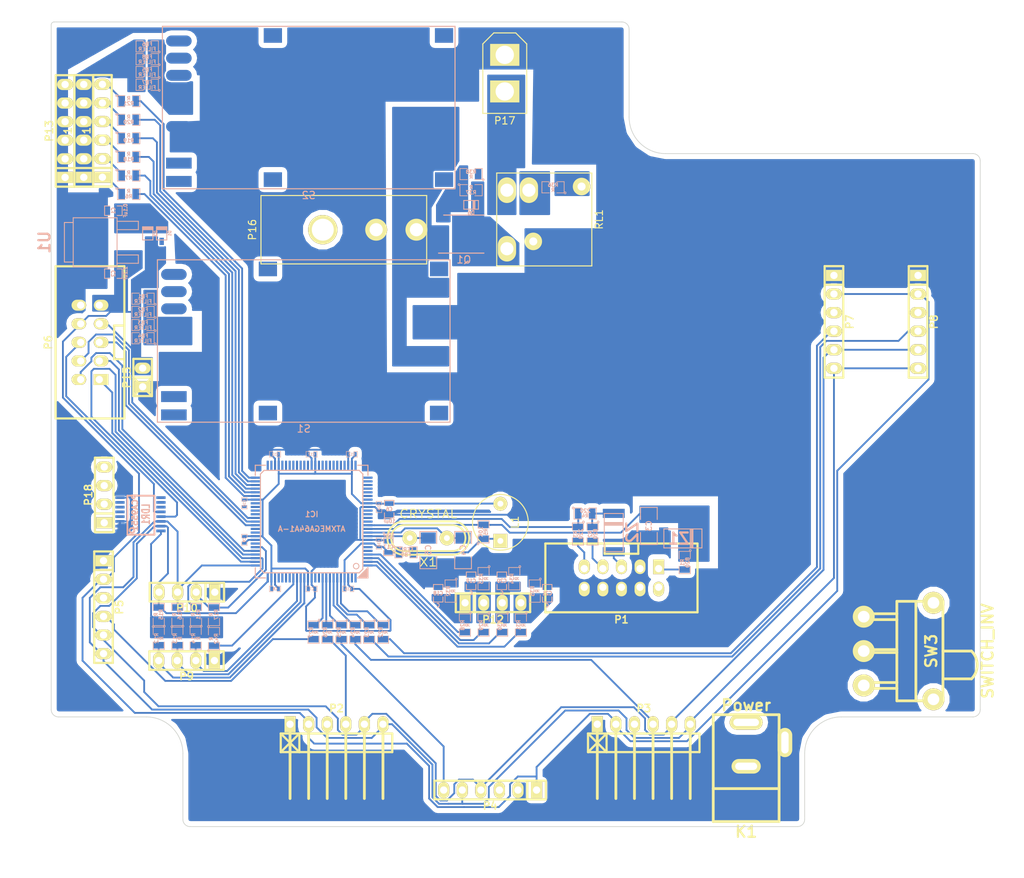
<source format=kicad_pcb>
(kicad_pcb (version 4) (host pcbnew "(2015-10-27 BZR 6284, Git 48df08c)-product")
  (layers (0 F.Cu signal) (31 B.Cu signal) (34 B.Paste user) (35 F.Paste user) (36 B.SilkS user) (37 F.SilkS user) (38 B.Mask user) (39 F.Mask user) (44 Edge.Cuts user))
  (net 0 "")
  (net 1 "Net-(C1-Pad1)")
  (net 2 GND)
  (net 3 +3v3)
  (net 4 CLK_PDI)
  (net 5 "Net-(C10-Pad2)")
  (net 6 "Net-(C15-Pad2)")
  (net 7 5Vin)
  (net 8 5Vout)
  (net 9 "Net-(IC1-Pad1)")
  (net 10 "Net-(IC1-Pad2)")
  (net 11 "Net-(IC1-Pad20)")
  (net 12 "Net-(IC1-Pad21)")
  (net 13 "Net-(IC1-Pad22)")
  (net 14 "Net-(IC1-Pad35)")
  (net 15 "Net-(IC1-Pad36)")
  (net 16 "Net-(IC1-Pad40)")
  (net 17 "Net-(IC1-Pad49)")
  (net 18 "Net-(IC1-Pad50)")
  (net 19 "Net-(IC1-Pad51)")
  (net 20 "Net-(IC1-Pad52)")
  (net 21 "Net-(IC1-Pad55)")
  (net 22 "Net-(IC1-Pad56)")
  (net 23 "Net-(IC1-Pad9)")
  (net 24 "Net-(IC1-Pad10)")
  (net 25 "Net-(IC1-Pad11)")
  (net 26 "Net-(IC1-Pad59)")
  (net 27 "Net-(IC1-Pad12)")
  (net 28 "Net-(IC1-Pad32)")
  (net 29 "Net-(IC1-Pad45)")
  (net 30 "Net-(IC1-Pad46)")
  (net 31 "Net-(IC1-Pad60)")
  (net 32 "Net-(IC1-Pad61)")
  (net 33 "Net-(IC1-Pad62)")
  (net 34 "Net-(IC1-Pad65)")
  (net 35 "Net-(IC1-Pad66)")
  (net 36 "Net-(IC1-Pad67)")
  (net 37 "Net-(IC1-Pad68)")
  (net 38 "Net-(IC1-Pad69)")
  (net 39 "Net-(IC1-Pad70)")
  (net 40 "Net-(IC1-Pad71)")
  (net 41 "Net-(IC1-Pad72)")
  (net 42 "Net-(IC1-Pad75)")
  (net 43 "Net-(IC1-Pad76)")
  (net 44 "Net-(IC1-Pad77)")
  (net 45 "Net-(IC1-Pad78)")
  (net 46 "Net-(IC1-Pad79)")
  (net 47 "Net-(IC1-Pad80)")
  (net 48 "Net-(IC1-Pad81)")
  (net 49 "Net-(IC1-Pad82)")
  (net 50 "Net-(IC1-Pad85)")
  (net 51 "Net-(IC1-Pad86)")
  (net 52 "Net-(IC1-Pad87)")
  (net 53 "Net-(IC1-Pad88)")
  (net 54 DT_PDI)
  (net 55 Light)
  (net 56 "Net-(P1-Pad9)")
  (net 57 "Net-(P1-Pad7)")
  (net 58 "Net-(P1-Pad1)")
  (net 59 "Net-(P1-Pad5)")
  (net 60 INT_A_0)
  (net 61 INT_B_0)
  (net 62 INT_A_1)
  (net 63 INT_B_1)
  (net 64 MTR_1)
  (net 65 "Net-(R2-Pad1)")
  (net 66 SW1)
  (net 67 SW0)
  (net 68 "Net-(IC1-Pad95)")
  (net 69 "Net-(IC1-Pad96)")
  (net 70 MTR_0)
  (net 71 "Net-(C4-Pad1)")
  (net 72 "Net-(C5-Pad1)")
  (net 73 "Net-(D3-Pad2)")
  (net 74 "Net-(D4-Pad2)")
  (net 75 "Net-(D5-Pad2)")
  (net 76 "Net-(P2-Pad3)")
  (net 77 sens0int)
  (net 78 "Net-(P3-Pad3)")
  (net 79 sens1int)
  (net 80 "Net-(P4-Pad3)")
  (net 81 speed_up)
  (net 82 "Net-(P5-Pad3)")
  (net 83 "Net-(P7-Pad3)")
  (net 84 "Net-(P8-Pad3)")
  (net 85 INT_0)
  (net 86 INT_1)
  (net 87 sens4int)
  (net 88 sens3int)
  (net 89 sens2int)
  (net 90 RST)
  (net 91 I2C_1+)
  (net 92 I2C_1-)
  (net 93 I2C_0+)
  (net 94 I2C_0-)
  (net 95 "Net-(P11-Pad1)")
  (net 96 "Net-(P11-Pad2)")
  (net 97 "Net-(P11-Pad3)")
  (net 98 "Net-(P11-Pad4)")
  (net 99 "Net-(P11-Pad5)")
  (net 100 "Net-(P11-Pad6)")
  (net 101 "Net-(C18-Pad1)")
  (net 102 "Net-(C19-Pad1)")
  (net 103 "Net-(C20-Pad1)")
  (net 104 "Net-(C21-Pad1)")
  (net 105 ADC_0)
  (net 106 ADC_1)
  (net 107 ADC_2)
  (net 108 ADC_3)
  (net 109 "Net-(FB1-Pad1)")
  (net 110 "Net-(S1-Pad3)")
  (net 111 +12V)
  (net 112 "Net-(S1-Pad4)")
  (net 113 "Net-(FB5-Pad1)")
  (net 114 +6Vout)
  (net 115 "Net-(P17-Pad2)")
  (net 116 "Net-(K1-Pad3)")
  (net 117 "Net-(R36-Pad1)")
  (net 118 "Net-(D6-Pad1)")
  (net 119 "Net-(D6-Pad2)")
  (net 120 ON/OFF)
  (net 121 "Net-(IC1-Pad41)")
  (net 122 "Net-(IC1-Pad42)")
  (net 123 "Net-(IC1-Pad47)")
  (net 124 "Net-(IC1-Pad48)")
  (net 125 "Net-(IC1-Pad57)")
  (net 126 "Net-(IC1-Pad58)")
  (net 127 "Net-(IC1-Pad5)")
  (net 128 "Net-(IC1-Pad6)")
  (net 129 "Net-(IC1-Pad7)")
  (net 130 "Net-(IC1-Pad8)")
  (net 131 "Net-(LDR1-Pad4)")
  (net 132 "Net-(LDR1-Pad5)")
  (net 133 "Net-(LDR1-Pad6)")
  (net 134 "Net-(LDR1-Pad7)")
  (net 135 "Net-(IC1-Pad18)")
  (net 136 "Net-(IC1-Pad19)")
  (module w_conn_strip:vasch_strip_5x2 (layer F.Cu) (at 67.3 86.8 90)
    (fp_text reference P6 (at 0 -5.7 90) (layer F.SilkS) (effects (font (thickness 0.2032))))
    (fp_text value Supp_board hide)
    (pad 9 thru_hole oval (at 5.08 1.27 90) (size 1.5 2) (drill 1 (offset 0 0.25)) (layers *.Cu *.Mask F.SilkS) (net 3 +3v3))
    (pad 10 thru_hole oval (at 5.08 -1.27 90) (size 1.5 2) (drill 1 (offset 0 -0.25)) (layers *.Cu *.Mask F.SilkS) (net 2 GND))
    (pad 8 thru_hole oval (at 2.54 -1.27 90) (size 1.5 2) (drill 1 (offset 0 -0.25)) (layers *.Cu *.Mask F.SilkS) (net 8 5Vout))
    (pad 7 thru_hole oval (at 2.54 1.27 90) (size 1.5 2) (drill 1 (offset 0 0.25)) (layers *.Cu *.Mask F.SilkS) (net 62 INT_A_1))
    (pad 1 thru_hole rect (at -5.08 1.27 90) (size 1.5 2) (drill 1 (offset 0 0.25)) (layers *.Cu *.Mask F.SilkS) (net 61 INT_B_0))
    (pad 2 thru_hole oval (at -5.08 -1.27 90) (size 1.5 2) (drill 1 (offset 0 -0.25)) (layers *.Cu *.Mask F.SilkS) (net 70 MTR_0))
    (pad 3 thru_hole oval (at -2.54 1.27 90) (size 1.5 2) (drill 1 (offset 0 0.25)) (layers *.Cu *.Mask F.SilkS) (net 60 INT_A_0))
    (pad 4 thru_hole oval (at -2.54 -1.27 90) (size 1.5 2) (drill 1 (offset 0 -0.25)) (layers *.Cu *.Mask F.SilkS) (net 64 MTR_1))
    (pad 5 thru_hole oval (at 0 1.27 90) (size 1.5 2) (drill 1 (offset 0 0.25)) (layers *.Cu *.Mask F.SilkS) (net 63 INT_B_1))
    (pad 6 thru_hole oval (at 0 -1.27 90) (size 1.5 2) (drill 1 (offset 0 -0.25)) (layers *.Cu *.Mask F.SilkS) (net 55 Light))
  )
  (module w_smd_lqfp:TQFP-100 (layer B.Cu) (at 97.6 111.3 180)
    (fp_text reference IC1 (at 0 1.00076 180) (layer B.SilkS) (effects (font (size 0.7493 0.7493) (thickness 0.14986)) (justify mirror)))
    (fp_text value ATXMEGA64A1-A (at 0 -1.00076 180) (layer B.SilkS) (effects (font (size 0.7493 0.7493) (thickness 0.14986)) (justify mirror)))
    (pad 4 smd rect (at -4.50088 -7.67588 180) (size 0.29972 1.30048) (layers B.Cu B.Paste B.Mask) (net 6 "Net-(C15-Pad2)"))
    (pad 5 smd rect (at -4.0005 -7.67588 180) (size 0.29972 1.30048) (layers B.Cu B.Paste B.Mask) (net 127 "Net-(IC1-Pad5)"))
    (pad 6 smd rect (at -3.50012 -7.67588 180) (size 0.29972 1.30048) (layers B.Cu B.Paste B.Mask) (net 128 "Net-(IC1-Pad6)"))
    (pad 7 smd rect (at -2.99974 -7.67588 180) (size 0.29972 1.30048) (layers B.Cu B.Paste B.Mask) (net 129 "Net-(IC1-Pad7)"))
    (pad 8 smd rect (at -2.49936 -7.67588 180) (size 0.29972 1.30048) (layers B.Cu B.Paste B.Mask) (net 130 "Net-(IC1-Pad8)"))
    (pad 1 smd rect (at -5.99948 -7.67588 180) (size 0.29972 1.30048) (layers B.Cu B.Paste B.Mask) (net 9 "Net-(IC1-Pad1)"))
    (pad 2 smd rect (at -5.4991 -7.67588 180) (size 0.29972 1.30048) (layers B.Cu B.Paste B.Mask) (net 10 "Net-(IC1-Pad2)"))
    (pad 3 smd rect (at -5.00126 -7.67588 180) (size 0.29972 1.30048) (layers B.Cu B.Paste B.Mask) (net 2 GND))
    (pad 17 smd rect (at 1.99898 -7.67588 180) (size 0.29972 1.30048) (layers B.Cu B.Paste B.Mask) (net 86 INT_1))
    (pad 18 smd rect (at 2.49936 -7.67588 180) (size 0.29972 1.30048) (layers B.Cu B.Paste B.Mask) (net 135 "Net-(IC1-Pad18)"))
    (pad 19 smd rect (at 2.99974 -7.67588 180) (size 0.29972 1.30048) (layers B.Cu B.Paste B.Mask) (net 136 "Net-(IC1-Pad19)"))
    (pad 20 smd rect (at 3.50012 -7.67588 180) (size 0.29972 1.30048) (layers B.Cu B.Paste B.Mask) (net 11 "Net-(IC1-Pad20)"))
    (pad 21 smd rect (at 4.0005 -7.67588 180) (size 0.29972 1.30048) (layers B.Cu B.Paste B.Mask) (net 12 "Net-(IC1-Pad21)"))
    (pad 22 smd rect (at 4.50088 -7.67588 180) (size 0.29972 1.30048) (layers B.Cu B.Paste B.Mask) (net 13 "Net-(IC1-Pad22)"))
    (pad 23 smd rect (at 5.00126 -7.67588 180) (size 0.29972 1.30048) (layers B.Cu B.Paste B.Mask) (net 2 GND))
    (pad 24 smd rect (at 5.4991 -7.67588 180) (size 0.29972 1.30048) (layers B.Cu B.Paste B.Mask) (net 5 "Net-(C10-Pad2)"))
    (pad 33 smd rect (at 7.67588 -2.49936 180) (size 1.30048 0.29972) (layers B.Cu B.Paste B.Mask) (net 2 GND))
    (pad 34 smd rect (at 7.67588 -1.99898 180) (size 1.30048 0.29972) (layers B.Cu B.Paste B.Mask) (net 5 "Net-(C10-Pad2)"))
    (pad 35 smd rect (at 7.67588 -1.50114 180) (size 1.30048 0.29972) (layers B.Cu B.Paste B.Mask) (net 14 "Net-(IC1-Pad35)"))
    (pad 36 smd rect (at 7.67588 -1.00076 180) (size 1.30048 0.29972) (layers B.Cu B.Paste B.Mask) (net 15 "Net-(IC1-Pad36)"))
    (pad 37 smd rect (at 7.67588 -0.50038 180) (size 1.30048 0.29972) (layers B.Cu B.Paste B.Mask) (net 63 INT_B_1))
    (pad 38 smd rect (at 7.67588 0 180) (size 1.30048 0.29972) (layers B.Cu B.Paste B.Mask) (net 64 MTR_1))
    (pad 39 smd rect (at 7.67588 0.50038 180) (size 1.30048 0.29972) (layers B.Cu B.Paste B.Mask) (net 62 INT_A_1))
    (pad 40 smd rect (at 7.67588 1.00076 180) (size 1.30048 0.29972) (layers B.Cu B.Paste B.Mask) (net 16 "Net-(IC1-Pad40)"))
    (pad 49 smd rect (at 7.67588 5.4991 180) (size 1.30048 0.29972) (layers B.Cu B.Paste B.Mask) (net 17 "Net-(IC1-Pad49)"))
    (pad 50 smd rect (at 7.67588 5.99948 180) (size 1.30048 0.29972) (layers B.Cu B.Paste B.Mask) (net 18 "Net-(IC1-Pad50)"))
    (pad 51 smd rect (at 5.99948 7.67588 180) (size 0.29972 1.30048) (layers B.Cu B.Paste B.Mask) (net 19 "Net-(IC1-Pad51)"))
    (pad 52 smd rect (at 5.4991 7.67588 180) (size 0.29972 1.30048) (layers B.Cu B.Paste B.Mask) (net 20 "Net-(IC1-Pad52)"))
    (pad 53 smd rect (at 5.00126 7.67588 180) (size 0.29972 1.30048) (layers B.Cu B.Paste B.Mask) (net 2 GND))
    (pad 54 smd rect (at 4.50088 7.67588 180) (size 0.29972 1.30048) (layers B.Cu B.Paste B.Mask) (net 5 "Net-(C10-Pad2)"))
    (pad 55 smd rect (at 4.0005 7.67588 180) (size 0.29972 1.30048) (layers B.Cu B.Paste B.Mask) (net 21 "Net-(IC1-Pad55)"))
    (pad 56 smd rect (at 3.50012 7.67588 180) (size 0.29972 1.30048) (layers B.Cu B.Paste B.Mask) (net 22 "Net-(IC1-Pad56)"))
    (pad 9 smd rect (at -1.99898 -7.67588 180) (size 0.29972 1.30048) (layers B.Cu B.Paste B.Mask) (net 23 "Net-(IC1-Pad9)"))
    (pad 10 smd rect (at -1.50114 -7.67588 180) (size 0.29972 1.30048) (layers B.Cu B.Paste B.Mask) (net 24 "Net-(IC1-Pad10)"))
    (pad 11 smd rect (at -1.00076 -7.67588 180) (size 0.29972 1.30048) (layers B.Cu B.Paste B.Mask) (net 25 "Net-(IC1-Pad11)"))
    (pad 25 smd rect (at 5.99948 -7.67588 180) (size 0.29972 1.30048) (layers B.Cu B.Paste B.Mask) (net 93 I2C_0+))
    (pad 26 smd rect (at 7.67588 -5.99948 180) (size 1.30048 0.29972) (layers B.Cu B.Paste B.Mask) (net 94 I2C_0-))
    (pad 27 smd rect (at 7.67588 -5.4991 180) (size 1.30048 0.29972) (layers B.Cu B.Paste B.Mask) (net 61 INT_B_0))
    (pad 41 smd rect (at 7.67588 1.50114 180) (size 1.30048 0.29972) (layers B.Cu B.Paste B.Mask) (net 121 "Net-(IC1-Pad41)"))
    (pad 42 smd rect (at 7.67588 1.99898 180) (size 1.30048 0.29972) (layers B.Cu B.Paste B.Mask) (net 122 "Net-(IC1-Pad42)"))
    (pad 43 smd rect (at 7.67588 2.49936 180) (size 1.30048 0.29972) (layers B.Cu B.Paste B.Mask) (net 2 GND))
    (pad 57 smd rect (at 2.99974 7.67588 180) (size 0.29972 1.30048) (layers B.Cu B.Paste B.Mask) (net 125 "Net-(IC1-Pad57)"))
    (pad 58 smd rect (at 2.49936 7.67588 180) (size 0.29972 1.30048) (layers B.Cu B.Paste B.Mask) (net 126 "Net-(IC1-Pad58)"))
    (pad 59 smd rect (at 1.99898 7.67588 180) (size 0.29972 1.30048) (layers B.Cu B.Paste B.Mask) (net 26 "Net-(IC1-Pad59)"))
    (pad 12 smd rect (at -0.50038 -7.67588 180) (size 0.29972 1.30048) (layers B.Cu B.Paste B.Mask) (net 27 "Net-(IC1-Pad12)"))
    (pad 13 smd rect (at 0 -7.67588 180) (size 0.29972 1.30048) (layers B.Cu B.Paste B.Mask) (net 2 GND))
    (pad 14 smd rect (at 0.50038 -7.67588 180) (size 0.29972 1.30048) (layers B.Cu B.Paste B.Mask) (net 5 "Net-(C10-Pad2)"))
    (pad 15 smd rect (at 1.00076 -7.67588 180) (size 0.29972 1.30048) (layers B.Cu B.Paste B.Mask) (net 91 I2C_1+))
    (pad 16 smd rect (at 1.50114 -7.67588 180) (size 0.29972 1.30048) (layers B.Cu B.Paste B.Mask) (net 92 I2C_1-))
    (pad 28 smd rect (at 7.67588 -5.00126 180) (size 1.30048 0.29972) (layers B.Cu B.Paste B.Mask) (net 90 RST))
    (pad 29 smd rect (at 7.67588 -4.50088 180) (size 1.30048 0.29972) (layers B.Cu B.Paste B.Mask) (net 60 INT_A_0))
    (pad 30 smd rect (at 7.67588 -4.0005 180) (size 1.30048 0.29972) (layers B.Cu B.Paste B.Mask) (net 70 MTR_0))
    (pad 31 smd rect (at 7.67588 -3.50012 180) (size 1.30048 0.29972) (layers B.Cu B.Paste B.Mask) (net 85 INT_0))
    (pad 32 smd rect (at 7.67588 -2.99974 180) (size 1.30048 0.29972) (layers B.Cu B.Paste B.Mask) (net 28 "Net-(IC1-Pad32)"))
    (pad 44 smd rect (at 7.67588 2.99974 180) (size 1.30048 0.29972) (layers B.Cu B.Paste B.Mask) (net 5 "Net-(C10-Pad2)"))
    (pad 45 smd rect (at 7.67588 3.50012 180) (size 1.30048 0.29972) (layers B.Cu B.Paste B.Mask) (net 29 "Net-(IC1-Pad45)"))
    (pad 46 smd rect (at 7.67588 4.0005 180) (size 1.30048 0.29972) (layers B.Cu B.Paste B.Mask) (net 30 "Net-(IC1-Pad46)"))
    (pad 47 smd rect (at 7.67588 4.50088 180) (size 1.30048 0.29972) (layers B.Cu B.Paste B.Mask) (net 123 "Net-(IC1-Pad47)"))
    (pad 48 smd rect (at 7.67588 5.00126 180) (size 1.30048 0.29972) (layers B.Cu B.Paste B.Mask) (net 124 "Net-(IC1-Pad48)"))
    (pad 60 smd rect (at 1.50114 7.67588 180) (size 0.29972 1.30048) (layers B.Cu B.Paste B.Mask) (net 31 "Net-(IC1-Pad60)"))
    (pad 61 smd rect (at 1.00076 7.67588 180) (size 0.29972 1.30048) (layers B.Cu B.Paste B.Mask) (net 32 "Net-(IC1-Pad61)"))
    (pad 62 smd rect (at 0.50038 7.67588 180) (size 0.29972 1.30048) (layers B.Cu B.Paste B.Mask) (net 33 "Net-(IC1-Pad62)"))
    (pad 63 smd rect (at 0 7.67588 180) (size 0.29972 1.30048) (layers B.Cu B.Paste B.Mask) (net 2 GND))
    (pad 64 smd rect (at -0.50038 7.67588 180) (size 0.29972 1.30048) (layers B.Cu B.Paste B.Mask) (net 5 "Net-(C10-Pad2)"))
    (pad 65 smd rect (at -1.00076 7.67588 180) (size 0.29972 1.30048) (layers B.Cu B.Paste B.Mask) (net 34 "Net-(IC1-Pad65)"))
    (pad 66 smd rect (at -1.50114 7.67588 180) (size 0.29972 1.30048) (layers B.Cu B.Paste B.Mask) (net 35 "Net-(IC1-Pad66)"))
    (pad 67 smd rect (at -1.99898 7.67588 180) (size 0.29972 1.30048) (layers B.Cu B.Paste B.Mask) (net 36 "Net-(IC1-Pad67)"))
    (pad 68 smd rect (at -2.49936 7.67588 180) (size 0.29972 1.30048) (layers B.Cu B.Paste B.Mask) (net 37 "Net-(IC1-Pad68)"))
    (pad 69 smd rect (at -2.99974 7.67588 180) (size 0.29972 1.30048) (layers B.Cu B.Paste B.Mask) (net 38 "Net-(IC1-Pad69)"))
    (pad 70 smd rect (at -3.50012 7.67588 180) (size 0.29972 1.30048) (layers B.Cu B.Paste B.Mask) (net 39 "Net-(IC1-Pad70)"))
    (pad 71 smd rect (at -4.0005 7.67588 180) (size 0.29972 1.30048) (layers B.Cu B.Paste B.Mask) (net 40 "Net-(IC1-Pad71)"))
    (pad 72 smd rect (at -4.50088 7.67588 180) (size 0.29972 1.30048) (layers B.Cu B.Paste B.Mask) (net 41 "Net-(IC1-Pad72)"))
    (pad 73 smd rect (at -5.00126 7.67588 180) (size 0.29972 1.30048) (layers B.Cu B.Paste B.Mask) (net 2 GND))
    (pad 74 smd rect (at -5.4991 7.67588 180) (size 0.29972 1.30048) (layers B.Cu B.Paste B.Mask) (net 5 "Net-(C10-Pad2)"))
    (pad 75 smd rect (at -5.99948 7.67588 180) (size 0.29972 1.30048) (layers B.Cu B.Paste B.Mask) (net 42 "Net-(IC1-Pad75)"))
    (pad 76 smd rect (at -7.67588 5.99948 180) (size 1.30048 0.29972) (layers B.Cu B.Paste B.Mask) (net 43 "Net-(IC1-Pad76)"))
    (pad 77 smd rect (at -7.67588 5.4991 180) (size 1.30048 0.29972) (layers B.Cu B.Paste B.Mask) (net 44 "Net-(IC1-Pad77)"))
    (pad 78 smd rect (at -7.67588 5.00126 180) (size 1.30048 0.29972) (layers B.Cu B.Paste B.Mask) (net 45 "Net-(IC1-Pad78)"))
    (pad 79 smd rect (at -7.67588 4.50088 180) (size 1.30048 0.29972) (layers B.Cu B.Paste B.Mask) (net 46 "Net-(IC1-Pad79)"))
    (pad 80 smd rect (at -7.67588 4.0005 180) (size 1.30048 0.29972) (layers B.Cu B.Paste B.Mask) (net 47 "Net-(IC1-Pad80)"))
    (pad 81 smd rect (at -7.67588 3.50012 180) (size 1.30048 0.29972) (layers B.Cu B.Paste B.Mask) (net 48 "Net-(IC1-Pad81)"))
    (pad 82 smd rect (at -7.67588 2.99974 180) (size 1.30048 0.29972) (layers B.Cu B.Paste B.Mask) (net 49 "Net-(IC1-Pad82)"))
    (pad 83 smd rect (at -7.67588 2.49936 180) (size 1.30048 0.29972) (layers B.Cu B.Paste B.Mask) (net 5 "Net-(C10-Pad2)"))
    (pad 84 smd rect (at -7.67588 1.99898 180) (size 1.30048 0.29972) (layers B.Cu B.Paste B.Mask) (net 2 GND))
    (pad 85 smd rect (at -7.67588 1.50114 180) (size 1.30048 0.29972) (layers B.Cu B.Paste B.Mask) (net 50 "Net-(IC1-Pad85)"))
    (pad 86 smd rect (at -7.67588 1.00076 180) (size 1.30048 0.29972) (layers B.Cu B.Paste B.Mask) (net 51 "Net-(IC1-Pad86)"))
    (pad 87 smd rect (at -7.67588 0.50038 180) (size 1.30048 0.29972) (layers B.Cu B.Paste B.Mask) (net 52 "Net-(IC1-Pad87)"))
    (pad 88 smd rect (at -7.67588 0 180) (size 1.30048 0.29972) (layers B.Cu B.Paste B.Mask) (net 53 "Net-(IC1-Pad88)"))
    (pad 89 smd rect (at -7.67588 -0.50038 180) (size 1.30048 0.29972) (layers B.Cu B.Paste B.Mask) (net 54 DT_PDI))
    (pad 90 smd rect (at -7.67588 -1.00076 180) (size 1.30048 0.29972) (layers B.Cu B.Paste B.Mask) (net 4 CLK_PDI))
    (pad 91 smd rect (at -7.67588 -1.50114 180) (size 1.30048 0.29972) (layers B.Cu B.Paste B.Mask) (net 71 "Net-(C4-Pad1)"))
    (pad 92 smd rect (at -7.67588 -1.99898 180) (size 1.30048 0.29972) (layers B.Cu B.Paste B.Mask) (net 72 "Net-(C5-Pad1)"))
    (pad 93 smd rect (at -7.67588 -2.49936 180) (size 1.30048 0.29972) (layers B.Cu B.Paste B.Mask) (net 2 GND))
    (pad 94 smd rect (at -7.67588 -2.99974 180) (size 1.30048 0.29972) (layers B.Cu B.Paste B.Mask) (net 6 "Net-(C15-Pad2)"))
    (pad 95 smd rect (at -7.67588 -3.50012 180) (size 1.30048 0.29972) (layers B.Cu B.Paste B.Mask) (net 68 "Net-(IC1-Pad95)"))
    (pad 96 smd rect (at -7.67588 -4.0005 180) (size 1.30048 0.29972) (layers B.Cu B.Paste B.Mask) (net 69 "Net-(IC1-Pad96)"))
    (pad 97 smd rect (at -7.67588 -4.50088 180) (size 1.30048 0.29972) (layers B.Cu B.Paste B.Mask) (net 105 ADC_0))
    (pad 98 smd rect (at -7.67588 -5.00126 180) (size 1.30048 0.29972) (layers B.Cu B.Paste B.Mask) (net 106 ADC_1))
    (pad 99 smd rect (at -7.67588 -5.4991 180) (size 1.30048 0.29972) (layers B.Cu B.Paste B.Mask) (net 107 ADC_2))
    (pad 100 smd rect (at -7.67588 -5.99948 180) (size 1.30048 0.29972) (layers B.Cu B.Paste B.Mask) (net 108 ADC_3))
  )
  (module w_pin_strip:pin_strip_4 (layer F.Cu) (at 80.55 120.95 180)
    (fp_text reference P10 (at 0 -2.159 180) (layer F.SilkS) (effects (font (size 1.016 1.016) (thickness 0.2032))))
    (fp_text value I2C_0 hide)
    (pad 1 thru_hole rect (at -3.81 0 180) (size 1.524 2.19964) (drill 1.00076) (layers *.Cu *.Mask F.SilkS) (net 2 GND))
    (pad 2 thru_hole oval (at -1.27 0 180) (size 1.524 2.19964) (drill 1.00076) (layers *.Cu *.Mask F.SilkS) (net 85 INT_0))
    (pad 3 thru_hole oval (at 1.27 0 180) (size 1.524 2.19964) (drill 1.00076) (layers *.Cu *.Mask F.SilkS) (net 94 I2C_0-))
    (pad 4 thru_hole oval (at 3.81 0 180) (size 1.524 2.19964) (drill 1.00076) (layers *.Cu *.Mask F.SilkS) (net 93 I2C_0+))
  )
  (module w_pin_strip:pin_strip_4 (layer F.Cu) (at 80.5 130.3 180)
    (fp_text reference P9 (at 0 -2.159 180) (layer F.SilkS) (effects (font (size 1.016 1.016) (thickness 0.2032))))
    (fp_text value I2C_1 hide)
    (pad 1 thru_hole rect (at -3.81 0 180) (size 1.524 2.19964) (drill 1.00076) (layers *.Cu *.Mask F.SilkS) (net 2 GND))
    (pad 2 thru_hole oval (at -1.27 0 180) (size 1.524 2.19964) (drill 1.00076) (layers *.Cu *.Mask F.SilkS) (net 86 INT_1))
    (pad 3 thru_hole oval (at 1.27 0 180) (size 1.524 2.19964) (drill 1.00076) (layers *.Cu *.Mask F.SilkS) (net 92 I2C_1-))
    (pad 4 thru_hole oval (at 3.81 0 180) (size 1.524 2.19964) (drill 1.00076) (layers *.Cu *.Mask F.SilkS) (net 91 I2C_1+))
  )
  (module w_pin_strip:pin_socket_6 (layer F.Cu) (at 122 148 180)
    (fp_text reference P4 (at 0 -2.159 180) (layer F.SilkS) (effects (font (size 1.016 1.016) (thickness 0.2032))))
    (fp_text value compss hide)
    (pad 1 thru_hole rect (at -6.35 0 180) (size 1.524 2.19964) (drill 1.00076) (layers *.Cu *.Mask F.SilkS) (net 8 5Vout))
    (pad 2 thru_hole oval (at -3.81 0 180) (size 1.524 2.19964) (drill 1.00076) (layers *.Cu *.Mask F.SilkS) (net 2 GND))
    (pad 3 thru_hole oval (at -1.27 0 180) (size 1.524 2.19964) (drill 1.00076) (layers *.Cu *.Mask F.SilkS) (net 80 "Net-(P4-Pad3)"))
    (pad 4 thru_hole oval (at 1.27 0 180) (size 1.524 2.19964) (drill 1.00076) (layers *.Cu *.Mask F.SilkS) (net 93 I2C_0+))
    (pad 5 thru_hole oval (at 3.81 0 180) (size 1.524 2.19964) (drill 1.00076) (layers *.Cu *.Mask F.SilkS) (net 94 I2C_0-))
    (pad 6 thru_hole oval (at 6.35 0 180) (size 1.524 2.19964) (drill 1.00076) (layers *.Cu *.Mask F.SilkS) (net 81 speed_up))
  )
  (module w_pin_strip:pin_strip_6-90 (layer F.Cu) (at 101 139)
    (fp_text reference P2 (at 0 -2.159) (layer F.SilkS) (effects (font (size 1.016 1.016) (thickness 0.2032))))
    (fp_text value Sens3 hide)
    (pad 1 thru_hole rect (at -6.35 0) (size 1.524 2.19964) (drill 1.00076) (layers *.Cu *.Mask F.SilkS) (net 2 GND))
    (pad 2 thru_hole oval (at -3.81 0) (size 1.524 2.19964) (drill 1.00076) (layers *.Cu *.Mask F.SilkS) (net 8 5Vout))
    (pad 3 thru_hole oval (at -1.27 0) (size 1.524 2.19964) (drill 1.00076) (layers *.Cu *.Mask F.SilkS) (net 76 "Net-(P2-Pad3)"))
    (pad 4 thru_hole oval (at 1.27 0) (size 1.524 2.19964) (drill 1.00076) (layers *.Cu *.Mask F.SilkS) (net 88 sens3int))
    (pad 5 thru_hole oval (at 3.81 0) (size 1.524 2.19964) (drill 1.00076) (layers *.Cu *.Mask F.SilkS) (net 93 I2C_0+))
    (pad 6 thru_hole oval (at 6.35 0) (size 1.524 2.19964) (drill 1.00076) (layers *.Cu *.Mask F.SilkS) (net 94 I2C_0-))
  )
  (module libcms:SM0805 (layer B.Cu) (at 107.365277 126.416921 270)
    (fp_text reference R22 (at 0 0.3175 270) (layer B.SilkS) (effects (font (size 0.50038 0.50038) (thickness 0.10922)) (justify mirror)))
    (fp_text value R (at 0 -0.381 270) (layer B.SilkS) (effects (font (size 0.50038 0.50038) (thickness 0.10922)) (justify mirror)))
    (pad 1 smd rect (at -0.9525 0 270) (size 0.889 1.397) (layers B.Cu B.Paste B.Mask) (net 127 "Net-(IC1-Pad5)"))
    (pad 2 smd rect (at 0.9525 0 270) (size 0.889 1.397) (layers B.Cu B.Paste B.Mask) (net 77 sens0int))
  )
  (module w_pin_strip:pin_strip_6-90 (layer F.Cu) (at 143 139)
    (fp_text reference P3 (at 0 -2.159) (layer F.SilkS) (effects (font (size 1.016 1.016) (thickness 0.2032))))
    (fp_text value Sens2 hide)
    (pad 1 thru_hole rect (at -6.35 0) (size 1.524 2.19964) (drill 1.00076) (layers *.Cu *.Mask F.SilkS) (net 2 GND))
    (pad 2 thru_hole oval (at -3.81 0) (size 1.524 2.19964) (drill 1.00076) (layers *.Cu *.Mask F.SilkS) (net 8 5Vout))
    (pad 3 thru_hole oval (at -1.27 0) (size 1.524 2.19964) (drill 1.00076) (layers *.Cu *.Mask F.SilkS) (net 78 "Net-(P3-Pad3)"))
    (pad 4 thru_hole oval (at 1.27 0) (size 1.524 2.19964) (drill 1.00076) (layers *.Cu *.Mask F.SilkS) (net 89 sens2int))
    (pad 5 thru_hole oval (at 3.81 0) (size 1.524 2.19964) (drill 1.00076) (layers *.Cu *.Mask F.SilkS) (net 93 I2C_0+))
    (pad 6 thru_hole oval (at 6.35 0) (size 1.524 2.19964) (drill 1.00076) (layers *.Cu *.Mask F.SilkS) (net 94 I2C_0-))
  )
  (module w_pin_strip:pin_strip_4 (layer F.Cu) (at 69.25 107.65 90)
    (fp_text reference P18 (at 0 -2.159 90) (layer F.SilkS) (effects (font (size 1.016 1.016) (thickness 0.2032))))
    (fp_text value GPIOs hide)
    (pad 1 thru_hole rect (at -3.81 0 90) (size 1.524 2.19964) (drill 1.00076) (layers *.Cu *.Mask F.SilkS) (net 131 "Net-(LDR1-Pad4)"))
    (pad 2 thru_hole oval (at -1.27 0 90) (size 1.524 2.19964) (drill 1.00076) (layers *.Cu *.Mask F.SilkS) (net 132 "Net-(LDR1-Pad5)"))
    (pad 3 thru_hole oval (at 1.27 0 90) (size 1.524 2.19964) (drill 1.00076) (layers *.Cu *.Mask F.SilkS) (net 133 "Net-(LDR1-Pad6)"))
    (pad 4 thru_hole oval (at 3.81 0 90) (size 1.524 2.19964) (drill 1.00076) (layers *.Cu *.Mask F.SilkS) (net 134 "Net-(LDR1-Pad7)"))
  )
  (module w_pin_strip:pin_strip_6 (layer F.Cu) (at 69.15 123 270)
    (fp_text reference P5 (at 0 -2.159 270) (layer F.SilkS) (effects (font (size 1.016 1.016) (thickness 0.2032))))
    (fp_text value Sens4 hide)
    (pad 1 thru_hole rect (at -6.35 0 270) (size 1.524 2.19964) (drill 1.00076) (layers *.Cu *.Mask F.SilkS) (net 2 GND))
    (pad 2 thru_hole oval (at -3.81 0 270) (size 1.524 2.19964) (drill 1.00076) (layers *.Cu *.Mask F.SilkS) (net 8 5Vout))
    (pad 3 thru_hole oval (at -1.27 0 270) (size 1.524 2.19964) (drill 1.00076) (layers *.Cu *.Mask F.SilkS) (net 82 "Net-(P5-Pad3)"))
    (pad 4 thru_hole oval (at 1.27 0 270) (size 1.524 2.19964) (drill 1.00076) (layers *.Cu *.Mask F.SilkS) (net 87 sens4int))
    (pad 5 thru_hole oval (at 3.81 0 270) (size 1.524 2.19964) (drill 1.00076) (layers *.Cu *.Mask F.SilkS) (net 93 I2C_0+))
    (pad 6 thru_hole oval (at 6.35 0 270) (size 1.524 2.19964) (drill 1.00076) (layers *.Cu *.Mask F.SilkS) (net 94 I2C_0-))
  )
  (module w_conn_strip:vasch_strip_5x2 (layer F.Cu) (at 139.95 119 180)
    (fp_text reference P1 (at 0 -5.7 180) (layer F.SilkS) (effects (font (thickness 0.2032))))
    (fp_text value CONN_5X2 hide)
    (pad 9 thru_hole oval (at 5.08 1.27 180) (size 1.5 2) (drill 1 (offset 0 0.25)) (layers *.Cu *.Mask F.SilkS) (net 56 "Net-(P1-Pad9)"))
    (pad 10 thru_hole oval (at 5.08 -1.27 180) (size 1.5 2) (drill 1 (offset 0 -0.25)) (layers *.Cu *.Mask F.SilkS) (net 2 GND))
    (pad 8 thru_hole oval (at 2.54 -1.27 180) (size 1.5 2) (drill 1 (offset 0 -0.25)) (layers *.Cu *.Mask F.SilkS) (net 2 GND))
    (pad 7 thru_hole oval (at 2.54 1.27 180) (size 1.5 2) (drill 1 (offset 0 0.25)) (layers *.Cu *.Mask F.SilkS) (net 57 "Net-(P1-Pad7)"))
    (pad 1 thru_hole rect (at -5.08 1.27 180) (size 1.5 2) (drill 1 (offset 0 0.25)) (layers *.Cu *.Mask F.SilkS) (net 58 "Net-(P1-Pad1)"))
    (pad 2 thru_hole oval (at -5.08 -1.27 180) (size 1.5 2) (drill 1 (offset 0 -0.25)) (layers *.Cu *.Mask F.SilkS) (net 7 5Vin))
    (pad 3 thru_hole oval (at -2.54 1.27 180) (size 1.5 2) (drill 1 (offset 0 0.25)) (layers *.Cu *.Mask F.SilkS) (net 2 GND))
    (pad 4 thru_hole oval (at -2.54 -1.27 180) (size 1.5 2) (drill 1 (offset 0 -0.25)) (layers *.Cu *.Mask F.SilkS) (net 2 GND))
    (pad 5 thru_hole oval (at 0 1.27 180) (size 1.5 2) (drill 1 (offset 0 0.25)) (layers *.Cu *.Mask F.SilkS) (net 59 "Net-(P1-Pad5)"))
    (pad 6 thru_hole oval (at 0 -1.27 180) (size 1.5 2) (drill 1 (offset 0 -0.25)) (layers *.Cu *.Mask F.SilkS) (net 2 GND))
  )
  (module libcms:SM0603_Capa (layer B.Cu) (at 123.6 119.4 90)
    (fp_text reference C20 (at 0 0 360) (layer B.SilkS) (effects (font (size 0.508 0.4572) (thickness 0.1143)) (justify mirror)))
    (fp_text value C (at -1.651 0 360) (layer B.SilkS) (effects (font (size 0.508 0.4572) (thickness 0.1143)) (justify mirror)))
    (pad 1 smd rect (at -0.762 0 90) (size 0.635 1.143) (layers B.Cu B.Paste B.Mask) (net 103 "Net-(C20-Pad1)"))
    (pad 2 smd rect (at 0.762 0 90) (size 0.635 1.143) (layers B.Cu B.Paste B.Mask) (net 2 GND))
  )
  (module libcms:SM0603_Capa (layer B.Cu) (at 119.4 119.4 90)
    (fp_text reference C19 (at 0 0 360) (layer B.SilkS) (effects (font (size 0.508 0.4572) (thickness 0.1143)) (justify mirror)))
    (fp_text value C (at -1.651 0 360) (layer B.SilkS) (effects (font (size 0.508 0.4572) (thickness 0.1143)) (justify mirror)))
    (pad 1 smd rect (at -0.762 0 90) (size 0.635 1.143) (layers B.Cu B.Paste B.Mask) (net 102 "Net-(C19-Pad1)"))
    (pad 2 smd rect (at 0.762 0 90) (size 0.635 1.143) (layers B.Cu B.Paste B.Mask) (net 2 GND))
  )
  (module libcms:SM0805 (layer B.Cu) (at 105.465277 126.416921 270)
    (fp_text reference R23 (at 0 0.3175 270) (layer B.SilkS) (effects (font (size 0.50038 0.50038) (thickness 0.10922)) (justify mirror)))
    (fp_text value R (at 0 -0.381 270) (layer B.SilkS) (effects (font (size 0.50038 0.50038) (thickness 0.10922)) (justify mirror)))
    (pad 1 smd rect (at -0.9525 0 270) (size 0.889 1.397) (layers B.Cu B.Paste B.Mask) (net 128 "Net-(IC1-Pad6)"))
    (pad 2 smd rect (at 0.9525 0 270) (size 0.889 1.397) (layers B.Cu B.Paste B.Mask) (net 79 sens1int))
  )
  (module libcms:SM0805 (layer B.Cu) (at 99.765277 126.416921 270)
    (fp_text reference R26 (at 0 0.3175 270) (layer B.SilkS) (effects (font (size 0.50038 0.50038) (thickness 0.10922)) (justify mirror)))
    (fp_text value R (at 0 -0.381 270) (layer B.SilkS) (effects (font (size 0.50038 0.50038) (thickness 0.10922)) (justify mirror)))
    (pad 1 smd rect (at -0.9525 0 270) (size 0.889 1.397) (layers B.Cu B.Paste B.Mask) (net 23 "Net-(IC1-Pad9)"))
    (pad 2 smd rect (at 0.9525 0 270) (size 0.889 1.397) (layers B.Cu B.Paste B.Mask) (net 88 sens3int))
  )
  (module libcms:SM0805 (layer B.Cu) (at 97.865277 126.416921 270)
    (fp_text reference R27 (at 0 0.3175 270) (layer B.SilkS) (effects (font (size 0.50038 0.50038) (thickness 0.10922)) (justify mirror)))
    (fp_text value R (at 0 -0.381 270) (layer B.SilkS) (effects (font (size 0.50038 0.50038) (thickness 0.10922)) (justify mirror)))
    (pad 1 smd rect (at -0.9525 0 270) (size 0.889 1.397) (layers B.Cu B.Paste B.Mask) (net 24 "Net-(IC1-Pad10)"))
    (pad 2 smd rect (at 0.9525 0 270) (size 0.889 1.397) (layers B.Cu B.Paste B.Mask) (net 87 sens4int))
  )
  (module libcms:SM0805 (layer B.Cu) (at 101.665277 126.416921 270)
    (fp_text reference R25 (at 0 0.3175 270) (layer B.SilkS) (effects (font (size 0.50038 0.50038) (thickness 0.10922)) (justify mirror)))
    (fp_text value R (at 0 -0.381 270) (layer B.SilkS) (effects (font (size 0.50038 0.50038) (thickness 0.10922)) (justify mirror)))
    (pad 1 smd rect (at -0.9525 0 270) (size 0.889 1.397) (layers B.Cu B.Paste B.Mask) (net 130 "Net-(IC1-Pad8)"))
    (pad 2 smd rect (at 0.9525 0 270) (size 0.889 1.397) (layers B.Cu B.Paste B.Mask) (net 81 speed_up))
  )
  (module libcms:SM0805 (layer B.Cu) (at 103.565277 126.421921 270)
    (fp_text reference R24 (at 0 0.3175 270) (layer B.SilkS) (effects (font (size 0.50038 0.50038) (thickness 0.10922)) (justify mirror)))
    (fp_text value R (at 0 -0.381 270) (layer B.SilkS) (effects (font (size 0.50038 0.50038) (thickness 0.10922)) (justify mirror)))
    (pad 1 smd rect (at -0.9525 0 270) (size 0.889 1.397) (layers B.Cu B.Paste B.Mask) (net 129 "Net-(IC1-Pad7)"))
    (pad 2 smd rect (at 0.9525 0 270) (size 0.889 1.397) (layers B.Cu B.Paste B.Mask) (net 89 sens2int))
  )
  (module myfootprint:relay_TRS_L_12 (layer F.Cu) (at 129.4 70 90)
    (fp_text reference RL1 (at 0 7.5 90) (layer F.SilkS))
    (fp_text value relay)
    (pad 1 thru_hole oval (at 4 -5.1 90) (size 3.5 2.5) (drill 1.8) (layers *.Cu *.Mask F.SilkS) (net 115 "Net-(P17-Pad2)"))
    (pad 3 thru_hole oval (at -4 -5.1 90) (size 3.5 2.5) (drill 1.8) (layers *.Cu *.Mask F.SilkS) (net 119 "Net-(D6-Pad2)"))
    (pad 2 thru_hole oval (at 4 -2.1 90) (size 3.5 2.5) (drill 1.8) (layers *.Cu *.Mask F.SilkS) (net 116 "Net-(K1-Pad3)"))
    (pad 5 thru_hole circle (at -3 -1.5 90) (size 2.4 2.4) (drill 1.1) (layers *.Cu *.Mask F.SilkS) (net 2 GND))
    (pad 4 thru_hole circle (at 4.5 5.1 90) (size 2.4 2.4) (drill 1.1) (layers *.Cu *.Mask F.SilkS) (net 117 "Net-(R36-Pad1)"))
  )
  (module w_switch:switch_mfp116dg-ra (layer F.Cu) (at 182.6 129 90)
    (fp_text reference SW3 (at 0 -0.29972 90) (layer F.SilkS) (effects (font (thickness 0.3048))))
    (fp_text value SWITCH_INV (at 0 7.39902 90) (layer F.SilkS) (effects (font (thickness 0.3048))))
    (pad 1 thru_hole circle (at -4.699 -9.525 90) (size 3 3) (drill 1.6) (layers *.Cu *.Mask F.SilkS) (net 120 ON/OFF))
    (pad 2 thru_hole circle (at 0 -9.52754 90) (size 3 3) (drill 1.6) (layers *.Cu *.Mask F.SilkS) (net 2 GND))
    (pad 3 thru_hole circle (at 4.699 -9.52754 90) (size 3 3) (drill 1.6) (layers *.Cu *.Mask F.SilkS) (net 2 GND))
    (pad "" thru_hole circle (at -6.59638 0 90) (size 3 3) (drill 1.6) (layers *.Cu *.Mask F.SilkS))
    (pad "" thru_hole circle (at 6.59638 0 90) (size 3 3) (drill 1.6) (layers *.Cu *.Mask F.SilkS))
  )
  (module libcms:SM0805 (layer B.Cu) (at 79.25 123.9975 90)
    (fp_text reference R16 (at 0 0.3175 90) (layer B.SilkS) (effects (font (size 0.50038 0.50038) (thickness 0.10922)) (justify mirror)))
    (fp_text value R (at 0 -0.381 90) (layer B.SilkS) (effects (font (size 0.50038 0.50038) (thickness 0.10922)) (justify mirror)))
    (pad 1 smd rect (at -0.9525 0 90) (size 0.889 1.397) (layers B.Cu B.Paste B.Mask) (net 3 +3v3))
    (pad 2 smd rect (at 0.9525 0 90) (size 0.889 1.397) (layers B.Cu B.Paste B.Mask) (net 94 I2C_0-))
  )
  (module libcms:SM0805 (layer B.Cu) (at 76.7 123.9975 90)
    (fp_text reference R15 (at 0 0.3175 90) (layer B.SilkS) (effects (font (size 0.50038 0.50038) (thickness 0.10922)) (justify mirror)))
    (fp_text value R (at 0 -0.381 90) (layer B.SilkS) (effects (font (size 0.50038 0.50038) (thickness 0.10922)) (justify mirror)))
    (pad 1 smd rect (at -0.9525 0 90) (size 0.889 1.397) (layers B.Cu B.Paste B.Mask) (net 3 +3v3))
    (pad 2 smd rect (at 0.9525 0 90) (size 0.889 1.397) (layers B.Cu B.Paste B.Mask) (net 93 I2C_0+))
  )
  (module libcms:SM0402 (layer B.Cu) (at 88.4 108.8 90)
    (fp_text reference C10 (at 0 0 90) (layer B.SilkS) (effects (font (size 0.35052 0.3048) (thickness 0.07112)) (justify mirror)))
    (fp_text value 100nF hide)
    (pad 1 smd rect (at -0.44958 0 90) (size 0.39878 0.59944) (layers B.Cu B.Paste B.Mask) (net 2 GND))
    (pad 2 smd rect (at 0.44958 0 90) (size 0.39878 0.59944) (layers B.Cu B.Paste B.Mask) (net 5 "Net-(C10-Pad2)"))
  )
  (module w_pin_strip:pin_strip_6 (layer F.Cu) (at 180.5 84 270)
    (fp_text reference P8 (at 0 -2.159 270) (layer F.SilkS) (effects (font (size 1.016 1.016) (thickness 0.2032))))
    (fp_text value Sens1 hide)
    (pad 1 thru_hole rect (at -6.35 0 270) (size 1.524 2.19964) (drill 1.00076) (layers *.Cu *.Mask F.SilkS) (net 2 GND))
    (pad 2 thru_hole oval (at -3.81 0 270) (size 1.524 2.19964) (drill 1.00076) (layers *.Cu *.Mask F.SilkS) (net 8 5Vout))
    (pad 3 thru_hole oval (at -1.27 0 270) (size 1.524 2.19964) (drill 1.00076) (layers *.Cu *.Mask F.SilkS) (net 84 "Net-(P8-Pad3)"))
    (pad 4 thru_hole oval (at 1.27 0 270) (size 1.524 2.19964) (drill 1.00076) (layers *.Cu *.Mask F.SilkS) (net 79 sens1int))
    (pad 5 thru_hole oval (at 3.81 0 270) (size 1.524 2.19964) (drill 1.00076) (layers *.Cu *.Mask F.SilkS) (net 93 I2C_0+))
    (pad 6 thru_hole oval (at 6.35 0 270) (size 1.524 2.19964) (drill 1.00076) (layers *.Cu *.Mask F.SilkS) (net 94 I2C_0-))
  )
  (module libcms:SM0603_Capa (layer B.Cu) (at 108.2 109.6 90)
    (fp_text reference C6 (at 0 0 360) (layer B.SilkS) (effects (font (size 0.508 0.4572) (thickness 0.1143)) (justify mirror)))
    (fp_text value 10uF (at -1.651 0 360) (layer B.SilkS) (effects (font (size 0.508 0.4572) (thickness 0.1143)) (justify mirror)))
    (pad 1 smd rect (at -0.762 0 90) (size 0.635 1.143) (layers B.Cu B.Paste B.Mask) (net 2 GND))
    (pad 2 smd rect (at 0.762 0 90) (size 0.635 1.143) (layers B.Cu B.Paste B.Mask) (net 5 "Net-(C10-Pad2)"))
  )
  (module libcms:SM0402 (layer B.Cu) (at 97.6 120.5 180)
    (fp_text reference C7 (at 0 0 180) (layer B.SilkS) (effects (font (size 0.35052 0.3048) (thickness 0.07112)) (justify mirror)))
    (fp_text value 100nF hide)
    (pad 1 smd rect (at -0.44958 0 180) (size 0.39878 0.59944) (layers B.Cu B.Paste B.Mask) (net 2 GND))
    (pad 2 smd rect (at 0.44958 0 180) (size 0.39878 0.59944) (layers B.Cu B.Paste B.Mask) (net 5 "Net-(C10-Pad2)"))
  )
  (module libcms:SM0402 (layer B.Cu) (at 92.6 120.5 180)
    (fp_text reference C8 (at 0 0 180) (layer B.SilkS) (effects (font (size 0.35052 0.3048) (thickness 0.07112)) (justify mirror)))
    (fp_text value 100nF hide)
    (pad 1 smd rect (at -0.44958 0 180) (size 0.39878 0.59944) (layers B.Cu B.Paste B.Mask) (net 2 GND))
    (pad 2 smd rect (at 0.44958 0 180) (size 0.39878 0.59944) (layers B.Cu B.Paste B.Mask) (net 5 "Net-(C10-Pad2)"))
  )
  (module libcms:SM0402 (layer B.Cu) (at 88.4 113.8 90)
    (fp_text reference C9 (at 0 0 90) (layer B.SilkS) (effects (font (size 0.35052 0.3048) (thickness 0.07112)) (justify mirror)))
    (fp_text value 100nF hide)
    (pad 1 smd rect (at -0.44958 0 90) (size 0.39878 0.59944) (layers B.Cu B.Paste B.Mask) (net 2 GND))
    (pad 2 smd rect (at 0.44958 0 90) (size 0.39878 0.59944) (layers B.Cu B.Paste B.Mask) (net 5 "Net-(C10-Pad2)"))
  )
  (module libcms:SM0402 (layer B.Cu) (at 92.6 102.1)
    (fp_text reference C11 (at 0 0) (layer B.SilkS) (effects (font (size 0.35052 0.3048) (thickness 0.07112)) (justify mirror)))
    (fp_text value 100nF hide)
    (pad 1 smd rect (at -0.44958 0) (size 0.39878 0.59944) (layers B.Cu B.Paste B.Mask) (net 2 GND))
    (pad 2 smd rect (at 0.44958 0) (size 0.39878 0.59944) (layers B.Cu B.Paste B.Mask) (net 5 "Net-(C10-Pad2)"))
  )
  (module libcms:SM0402 (layer B.Cu) (at 97.6 102.1)
    (fp_text reference C12 (at 0 0) (layer B.SilkS) (effects (font (size 0.35052 0.3048) (thickness 0.07112)) (justify mirror)))
    (fp_text value 100nF hide)
    (pad 1 smd rect (at -0.44958 0) (size 0.39878 0.59944) (layers B.Cu B.Paste B.Mask) (net 2 GND))
    (pad 2 smd rect (at 0.44958 0) (size 0.39878 0.59944) (layers B.Cu B.Paste B.Mask) (net 5 "Net-(C10-Pad2)"))
  )
  (module libcms:SM0402 (layer B.Cu) (at 103.1 102.1)
    (fp_text reference C13 (at 0 0) (layer B.SilkS) (effects (font (size 0.35052 0.3048) (thickness 0.07112)) (justify mirror)))
    (fp_text value 100nF hide)
    (pad 1 smd rect (at -0.44958 0) (size 0.39878 0.59944) (layers B.Cu B.Paste B.Mask) (net 2 GND))
    (pad 2 smd rect (at 0.44958 0) (size 0.39878 0.59944) (layers B.Cu B.Paste B.Mask) (net 5 "Net-(C10-Pad2)"))
  )
  (module libcms:SM0402 (layer B.Cu) (at 106.8 109.3 90)
    (fp_text reference C14 (at 0 0 90) (layer B.SilkS) (effects (font (size 0.35052 0.3048) (thickness 0.07112)) (justify mirror)))
    (fp_text value 100nF hide)
    (pad 1 smd rect (at -0.44958 0 90) (size 0.39878 0.59944) (layers B.Cu B.Paste B.Mask) (net 2 GND))
    (pad 2 smd rect (at 0.44958 0 90) (size 0.39878 0.59944) (layers B.Cu B.Paste B.Mask) (net 5 "Net-(C10-Pad2)"))
  )
  (module libcms:SM0402 (layer B.Cu) (at 102.6 120.5 180)
    (fp_text reference C15 (at 0 0 180) (layer B.SilkS) (effects (font (size 0.35052 0.3048) (thickness 0.07112)) (justify mirror)))
    (fp_text value 100nF hide)
    (pad 1 smd rect (at -0.44958 0 180) (size 0.39878 0.59944) (layers B.Cu B.Paste B.Mask) (net 2 GND))
    (pad 2 smd rect (at 0.44958 0 180) (size 0.39878 0.59944) (layers B.Cu B.Paste B.Mask) (net 6 "Net-(C15-Pad2)"))
  )
  (module libcms:SM0402 (layer B.Cu) (at 106.8 114.3 270)
    (fp_text reference C16 (at 0 0 270) (layer B.SilkS) (effects (font (size 0.35052 0.3048) (thickness 0.07112)) (justify mirror)))
    (fp_text value 100nF hide)
    (pad 1 smd rect (at -0.44958 0 270) (size 0.39878 0.59944) (layers B.Cu B.Paste B.Mask) (net 2 GND))
    (pad 2 smd rect (at 0.44958 0 270) (size 0.39878 0.59944) (layers B.Cu B.Paste B.Mask) (net 6 "Net-(C15-Pad2)"))
  )
  (module libcms:SM0603_Capa (layer B.Cu) (at 108.1 114.75 270)
    (fp_text reference C17 (at 0 0 540) (layer B.SilkS) (effects (font (size 0.508 0.4572) (thickness 0.1143)) (justify mirror)))
    (fp_text value 10uF (at -1.651 0 540) (layer B.SilkS) (effects (font (size 0.508 0.4572) (thickness 0.1143)) (justify mirror)))
    (pad 1 smd rect (at -0.762 0 270) (size 0.635 1.143) (layers B.Cu B.Paste B.Mask) (net 2 GND))
    (pad 2 smd rect (at 0.762 0 270) (size 0.635 1.143) (layers B.Cu B.Paste B.Mask) (net 6 "Net-(C15-Pad2)"))
  )
  (module Inductors:INDUCTOR_V (layer F.Cu) (at 123.4 111.4 90)
    (fp_text reference L1 (at 0 1.99898 90) (layer F.SilkS))
    (fp_text value 10uH)
    (pad 1 thru_hole rect (at -2.54 0 90) (size 1.905 1.905) (drill 0.8128) (layers *.Cu *.Mask F.SilkS) (net 3 +3v3))
    (pad 2 thru_hole circle (at 2.54 0 90) (size 1.905 1.905) (drill 0.8128) (layers *.Cu *.Mask F.SilkS) (net 5 "Net-(C10-Pad2)"))
  )
  (module libcms:SM0805 (layer B.Cu) (at 148.6 116.8975 270)
    (fp_text reference R1 (at 0 0.3175 270) (layer B.SilkS) (effects (font (size 0.50038 0.50038) (thickness 0.10922)) (justify mirror)))
    (fp_text value 820 (at 0 -0.381 270) (layer B.SilkS) (effects (font (size 0.50038 0.50038) (thickness 0.10922)) (justify mirror)))
    (pad 1 smd rect (at -0.9525 0 270) (size 0.889 1.397) (layers B.Cu B.Paste B.Mask) (net 4 CLK_PDI))
    (pad 2 smd rect (at 0.9525 0 270) (size 0.889 1.397) (layers B.Cu B.Paste B.Mask) (net 58 "Net-(P1-Pad1)"))
  )
  (module libcms:SM0805 (layer B.Cu) (at 136 113 270)
    (fp_text reference R2 (at 0 0.3175 270) (layer B.SilkS) (effects (font (size 0.50038 0.50038) (thickness 0.10922)) (justify mirror)))
    (fp_text value 820 (at 0 -0.381 270) (layer B.SilkS) (effects (font (size 0.50038 0.50038) (thickness 0.10922)) (justify mirror)))
    (pad 1 smd rect (at -0.9525 0 270) (size 0.889 1.397) (layers B.Cu B.Paste B.Mask) (net 65 "Net-(R2-Pad1)"))
    (pad 2 smd rect (at 0.9525 0 270) (size 0.889 1.397) (layers B.Cu B.Paste B.Mask) (net 57 "Net-(P1-Pad7)"))
  )
  (module libcms:SM0805 (layer B.Cu) (at 134 113 270)
    (fp_text reference R3 (at 0 0.3175 270) (layer B.SilkS) (effects (font (size 0.50038 0.50038) (thickness 0.10922)) (justify mirror)))
    (fp_text value 220 (at 0 -0.381 270) (layer B.SilkS) (effects (font (size 0.50038 0.50038) (thickness 0.10922)) (justify mirror)))
    (pad 1 smd rect (at -0.9525 0 270) (size 0.889 1.397) (layers B.Cu B.Paste B.Mask) (net 54 DT_PDI))
    (pad 2 smd rect (at 0.9525 0 270) (size 0.889 1.397) (layers B.Cu B.Paste B.Mask) (net 56 "Net-(P1-Pad9)"))
  )
  (module libcms:SM0805 (layer B.Cu) (at 135 110.2)
    (fp_text reference R4 (at 0 0.3175) (layer B.SilkS) (effects (font (size 0.50038 0.50038) (thickness 0.10922)) (justify mirror)))
    (fp_text value 220 (at 0 -0.381) (layer B.SilkS) (effects (font (size 0.50038 0.50038) (thickness 0.10922)) (justify mirror)))
    (pad 1 smd rect (at -0.9525 0) (size 0.889 1.397) (layers B.Cu B.Paste B.Mask) (net 54 DT_PDI))
    (pad 2 smd rect (at 0.9525 0) (size 0.889 1.397) (layers B.Cu B.Paste B.Mask) (net 65 "Net-(R2-Pad1)"))
  )
  (module libcms:SM0805 (layer B.Cu) (at 121.1 112.7 90)
    (fp_text reference R5 (at 0 0.3175 90) (layer B.SilkS) (effects (font (size 0.50038 0.50038) (thickness 0.10922)) (justify mirror)))
    (fp_text value 10K (at 0 -0.381 90) (layer B.SilkS) (effects (font (size 0.50038 0.50038) (thickness 0.10922)) (justify mirror)))
    (pad 1 smd rect (at -0.9525 0 90) (size 0.889 1.397) (layers B.Cu B.Paste B.Mask) (net 3 +3v3))
    (pad 2 smd rect (at 0.9525 0 90) (size 0.889 1.397) (layers B.Cu B.Paste B.Mask) (net 4 CLK_PDI))
  )
  (module w_smd_diode:melf (layer B.Cu) (at 148.35 113.6)
    (fp_text reference Z1 (at -0.575 0.025) (layer B.SilkS) (effects (font (thickness 0.3048)) (justify mirror)))
    (fp_text value 3V6 hide)
    (pad 1 smd rect (at -2.62382 0) (size 1.24968 2.99974) (layers B.Cu B.Paste B.Mask) (net 2 GND))
    (pad 2 smd rect (at 2.62382 0) (size 1.24968 2.99974) (layers B.Cu B.Paste B.Mask) (net 4 CLK_PDI))
  )
  (module w_smd_diode:melf (layer B.Cu) (at 138.9 112.8 90)
    (fp_text reference Z2 (at 0 2.54 90) (layer B.SilkS) (effects (font (thickness 0.3048)) (justify mirror)))
    (fp_text value 3V6 hide)
    (pad 1 smd rect (at -2.62382 0 90) (size 1.24968 2.99974) (layers B.Cu B.Paste B.Mask) (net 59 "Net-(P1-Pad5)"))
    (pad 2 smd rect (at 2.62382 0 90) (size 1.24968 2.99974) (layers B.Cu B.Paste B.Mask) (net 65 "Net-(R2-Pad1)"))
  )
  (module w_crystal:crystal_hc-49s (layer F.Cu) (at 113.55 113.55 180)
    (fp_text reference X1 (at 0 -3.302 180) (layer F.SilkS) (effects (font (size 1.143 1.27) (thickness 0.1524))))
    (fp_text value CRYSTAL (at 0 3.302 180) (layer F.SilkS) (effects (font (size 1.143 1.27) (thickness 0.1524))))
    (pad 1 thru_hole circle (at -2.54 0 180) (size 1.99898 1.99898) (drill 0.8001) (layers *.Cu *.Mask F.SilkS) (net 71 "Net-(C4-Pad1)"))
    (pad 2 thru_hole circle (at 2.54 0 180) (size 1.99898 1.99898) (drill 0.8001) (layers *.Cu *.Mask F.SilkS) (net 72 "Net-(C5-Pad1)"))
  )
  (module w_pin_strip:pin_strip_6 (layer F.Cu) (at 169 84 270)
    (fp_text reference P7 (at 0 -2.159 270) (layer F.SilkS) (effects (font (size 1.016 1.016) (thickness 0.2032))))
    (fp_text value Sens0 hide)
    (pad 1 thru_hole rect (at -6.35 0 270) (size 1.524 2.19964) (drill 1.00076) (layers *.Cu *.Mask F.SilkS) (net 2 GND))
    (pad 2 thru_hole oval (at -3.81 0 270) (size 1.524 2.19964) (drill 1.00076) (layers *.Cu *.Mask F.SilkS) (net 8 5Vout))
    (pad 3 thru_hole oval (at -1.27 0 270) (size 1.524 2.19964) (drill 1.00076) (layers *.Cu *.Mask F.SilkS) (net 83 "Net-(P7-Pad3)"))
    (pad 4 thru_hole oval (at 1.27 0 270) (size 1.524 2.19964) (drill 1.00076) (layers *.Cu *.Mask F.SilkS) (net 77 sens0int))
    (pad 5 thru_hole oval (at 3.81 0 270) (size 1.524 2.19964) (drill 1.00076) (layers *.Cu *.Mask F.SilkS) (net 93 I2C_0+))
    (pad 6 thru_hole oval (at 6.35 0 270) (size 1.524 2.19964) (drill 1.00076) (layers *.Cu *.Mask F.SilkS) (net 94 I2C_0-))
  )
  (module libcms:SM0805 (layer B.Cu) (at 76.7 127.2475 270)
    (fp_text reference R12 (at 0 0.3175 270) (layer B.SilkS) (effects (font (size 0.50038 0.50038) (thickness 0.10922)) (justify mirror)))
    (fp_text value R (at 0 -0.381 270) (layer B.SilkS) (effects (font (size 0.50038 0.50038) (thickness 0.10922)) (justify mirror)))
    (pad 1 smd rect (at -0.9525 0 270) (size 0.889 1.397) (layers B.Cu B.Paste B.Mask) (net 3 +3v3))
    (pad 2 smd rect (at 0.9525 0 270) (size 0.889 1.397) (layers B.Cu B.Paste B.Mask) (net 91 I2C_1+))
  )
  (module libcms:SM0805 (layer B.Cu) (at 79.25 127.2475 270)
    (fp_text reference R13 (at 0 0.3175 270) (layer B.SilkS) (effects (font (size 0.50038 0.50038) (thickness 0.10922)) (justify mirror)))
    (fp_text value R (at 0 -0.381 270) (layer B.SilkS) (effects (font (size 0.50038 0.50038) (thickness 0.10922)) (justify mirror)))
    (pad 1 smd rect (at -0.9525 0 270) (size 0.889 1.397) (layers B.Cu B.Paste B.Mask) (net 3 +3v3))
    (pad 2 smd rect (at 0.9525 0 270) (size 0.889 1.397) (layers B.Cu B.Paste B.Mask) (net 92 I2C_1-))
  )
  (module libcms:SM0805 (layer B.Cu) (at 81.75 127.2475 270)
    (fp_text reference R14 (at 0 0.3175 270) (layer B.SilkS) (effects (font (size 0.50038 0.50038) (thickness 0.10922)) (justify mirror)))
    (fp_text value R (at 0 -0.381 270) (layer B.SilkS) (effects (font (size 0.50038 0.50038) (thickness 0.10922)) (justify mirror)))
    (pad 1 smd rect (at -0.9525 0 270) (size 0.889 1.397) (layers B.Cu B.Paste B.Mask) (net 3 +3v3))
    (pad 2 smd rect (at 0.9525 0 270) (size 0.889 1.397) (layers B.Cu B.Paste B.Mask) (net 86 INT_1))
  )
  (module libcms:SM0805 (layer B.Cu) (at 84.25 124.0025 90)
    (fp_text reference R17 (at 0 0.3175 90) (layer B.SilkS) (effects (font (size 0.50038 0.50038) (thickness 0.10922)) (justify mirror)))
    (fp_text value R (at 0 -0.381 90) (layer B.SilkS) (effects (font (size 0.50038 0.50038) (thickness 0.10922)) (justify mirror)))
    (pad 1 smd rect (at -0.9525 0 90) (size 0.889 1.397) (layers B.Cu B.Paste B.Mask) (net 3 +3v3))
    (pad 2 smd rect (at 0.9525 0 90) (size 0.889 1.397) (layers B.Cu B.Paste B.Mask) (net 85 INT_0))
  )
  (module libcms:SM0805 (layer B.Cu) (at 81.8 124.0025 90)
    (fp_text reference R11 (at 0 0.3175 90) (layer B.SilkS) (effects (font (size 0.50038 0.50038) (thickness 0.10922)) (justify mirror)))
    (fp_text value R (at 0 -0.381 90) (layer B.SilkS) (effects (font (size 0.50038 0.50038) (thickness 0.10922)) (justify mirror)))
    (pad 1 smd rect (at -0.9525 0 90) (size 0.889 1.397) (layers B.Cu B.Paste B.Mask) (net 3 +3v3))
    (pad 2 smd rect (at 0.9525 0 90) (size 0.889 1.397) (layers B.Cu B.Paste B.Mask) (net 90 RST))
  )
  (module w_pin_strip:pin_strip_6 (layer F.Cu) (at 69 57.88 90)
    (fp_text reference P11 (at 0 -2.159 90) (layer F.SilkS) (effects (font (size 1.016 1.016) (thickness 0.2032))))
    (fp_text value CONN_6 hide)
    (pad 1 thru_hole rect (at -6.35 0 90) (size 1.524 2.19964) (drill 1.00076) (layers *.Cu *.Mask F.SilkS) (net 95 "Net-(P11-Pad1)"))
    (pad 2 thru_hole oval (at -3.81 0 90) (size 1.524 2.19964) (drill 1.00076) (layers *.Cu *.Mask F.SilkS) (net 96 "Net-(P11-Pad2)"))
    (pad 3 thru_hole oval (at -1.27 0 90) (size 1.524 2.19964) (drill 1.00076) (layers *.Cu *.Mask F.SilkS) (net 97 "Net-(P11-Pad3)"))
    (pad 4 thru_hole oval (at 1.27 0 90) (size 1.524 2.19964) (drill 1.00076) (layers *.Cu *.Mask F.SilkS) (net 98 "Net-(P11-Pad4)"))
    (pad 5 thru_hole oval (at 3.81 0 90) (size 1.524 2.19964) (drill 1.00076) (layers *.Cu *.Mask F.SilkS) (net 99 "Net-(P11-Pad5)"))
    (pad 6 thru_hole oval (at 6.35 0 90) (size 1.524 2.19964) (drill 1.00076) (layers *.Cu *.Mask F.SilkS) (net 100 "Net-(P11-Pad6)"))
  )
  (module libcms:SM0805 (layer B.Cu) (at 72.5945 66.525)
    (fp_text reference R6 (at 0 0.3175) (layer B.SilkS) (effects (font (size 0.50038 0.50038) (thickness 0.10922)) (justify mirror)))
    (fp_text value R (at 0 -0.381) (layer B.SilkS) (effects (font (size 0.50038 0.50038) (thickness 0.10922)) (justify mirror)))
    (pad 1 smd rect (at -0.9525 0) (size 0.889 1.397) (layers B.Cu B.Paste B.Mask) (net 95 "Net-(P11-Pad1)"))
    (pad 2 smd rect (at 0.9525 0) (size 0.889 1.397) (layers B.Cu B.Paste B.Mask) (net 29 "Net-(IC1-Pad45)"))
  )
  (module libcms:SM0805 (layer B.Cu) (at 72.5945 64)
    (fp_text reference R7 (at 0 0.3175) (layer B.SilkS) (effects (font (size 0.50038 0.50038) (thickness 0.10922)) (justify mirror)))
    (fp_text value R (at 0 -0.381) (layer B.SilkS) (effects (font (size 0.50038 0.50038) (thickness 0.10922)) (justify mirror)))
    (pad 1 smd rect (at -0.9525 0) (size 0.889 1.397) (layers B.Cu B.Paste B.Mask) (net 96 "Net-(P11-Pad2)"))
    (pad 2 smd rect (at 0.9525 0) (size 0.889 1.397) (layers B.Cu B.Paste B.Mask) (net 30 "Net-(IC1-Pad46)"))
  )
  (module libcms:SM0805 (layer B.Cu) (at 72.5945 61.45)
    (fp_text reference R18 (at 0 0.3175) (layer B.SilkS) (effects (font (size 0.50038 0.50038) (thickness 0.10922)) (justify mirror)))
    (fp_text value R (at 0 -0.381) (layer B.SilkS) (effects (font (size 0.50038 0.50038) (thickness 0.10922)) (justify mirror)))
    (pad 1 smd rect (at -0.9525 0) (size 0.889 1.397) (layers B.Cu B.Paste B.Mask) (net 97 "Net-(P11-Pad3)"))
    (pad 2 smd rect (at 0.9525 0) (size 0.889 1.397) (layers B.Cu B.Paste B.Mask) (net 123 "Net-(IC1-Pad47)"))
  )
  (module libcms:SM0805 (layer B.Cu) (at 72.5945 58.9)
    (fp_text reference R19 (at 0 0.3175) (layer B.SilkS) (effects (font (size 0.50038 0.50038) (thickness 0.10922)) (justify mirror)))
    (fp_text value R (at 0 -0.381) (layer B.SilkS) (effects (font (size 0.50038 0.50038) (thickness 0.10922)) (justify mirror)))
    (pad 1 smd rect (at -0.9525 0) (size 0.889 1.397) (layers B.Cu B.Paste B.Mask) (net 98 "Net-(P11-Pad4)"))
    (pad 2 smd rect (at 0.9525 0) (size 0.889 1.397) (layers B.Cu B.Paste B.Mask) (net 124 "Net-(IC1-Pad48)"))
  )
  (module libcms:SM0805 (layer B.Cu) (at 72.5945 56.375)
    (fp_text reference R20 (at 0 0.3175) (layer B.SilkS) (effects (font (size 0.50038 0.50038) (thickness 0.10922)) (justify mirror)))
    (fp_text value R (at 0 -0.381) (layer B.SilkS) (effects (font (size 0.50038 0.50038) (thickness 0.10922)) (justify mirror)))
    (pad 1 smd rect (at -0.9525 0) (size 0.889 1.397) (layers B.Cu B.Paste B.Mask) (net 99 "Net-(P11-Pad5)"))
    (pad 2 smd rect (at 0.9525 0) (size 0.889 1.397) (layers B.Cu B.Paste B.Mask) (net 17 "Net-(IC1-Pad49)"))
  )
  (module libcms:SM0805 (layer B.Cu) (at 72.5945 53.825)
    (fp_text reference R21 (at 0 0.3175) (layer B.SilkS) (effects (font (size 0.50038 0.50038) (thickness 0.10922)) (justify mirror)))
    (fp_text value R (at 0 -0.381) (layer B.SilkS) (effects (font (size 0.50038 0.50038) (thickness 0.10922)) (justify mirror)))
    (pad 1 smd rect (at -0.9525 0) (size 0.889 1.397) (layers B.Cu B.Paste B.Mask) (net 100 "Net-(P11-Pad6)"))
    (pad 2 smd rect (at 0.9525 0) (size 0.889 1.397) (layers B.Cu B.Paste B.Mask) (net 18 "Net-(IC1-Pad50)"))
  )
  (module w_pin_strip:pin_strip_4 (layer F.Cu) (at 122.387538 122.402208)
    (fp_text reference P12 (at 0.012462 2.297792) (layer F.SilkS) (effects (font (size 1.016 1.016) (thickness 0.2032))))
    (fp_text value CONN_4 hide)
    (pad 1 thru_hole rect (at -3.81 0) (size 1.524 2.19964) (drill 1.00076) (layers *.Cu *.Mask F.SilkS) (net 101 "Net-(C18-Pad1)"))
    (pad 2 thru_hole oval (at -1.27 0) (size 1.524 2.19964) (drill 1.00076) (layers *.Cu *.Mask F.SilkS) (net 102 "Net-(C19-Pad1)"))
    (pad 3 thru_hole oval (at 1.27 0) (size 1.524 2.19964) (drill 1.00076) (layers *.Cu *.Mask F.SilkS) (net 103 "Net-(C20-Pad1)"))
    (pad 4 thru_hole oval (at 3.81 0) (size 1.524 2.19964) (drill 1.00076) (layers *.Cu *.Mask F.SilkS) (net 104 "Net-(C21-Pad1)"))
  )
  (module libcms:SM0805 (layer B.Cu) (at 118.55 125.45 270)
    (fp_text reference R28 (at 0 0.3175 270) (layer B.SilkS) (effects (font (size 0.50038 0.50038) (thickness 0.10922)) (justify mirror)))
    (fp_text value R (at 0 -0.381 270) (layer B.SilkS) (effects (font (size 0.50038 0.50038) (thickness 0.10922)) (justify mirror)))
    (pad 1 smd rect (at -0.9525 0 270) (size 0.889 1.397) (layers B.Cu B.Paste B.Mask) (net 101 "Net-(C18-Pad1)"))
    (pad 2 smd rect (at 0.9525 0 270) (size 0.889 1.397) (layers B.Cu B.Paste B.Mask) (net 105 ADC_0))
  )
  (module libcms:SM0805 (layer B.Cu) (at 121.1 125.45 270)
    (fp_text reference R29 (at 0 0.3175 270) (layer B.SilkS) (effects (font (size 0.50038 0.50038) (thickness 0.10922)) (justify mirror)))
    (fp_text value R (at 0 -0.381 270) (layer B.SilkS) (effects (font (size 0.50038 0.50038) (thickness 0.10922)) (justify mirror)))
    (pad 1 smd rect (at -0.9525 0 270) (size 0.889 1.397) (layers B.Cu B.Paste B.Mask) (net 102 "Net-(C19-Pad1)"))
    (pad 2 smd rect (at 0.9525 0 270) (size 0.889 1.397) (layers B.Cu B.Paste B.Mask) (net 106 ADC_1))
  )
  (module libcms:SM0805 (layer B.Cu) (at 123.65 125.45 270)
    (fp_text reference R30 (at 0 0.3175 270) (layer B.SilkS) (effects (font (size 0.50038 0.50038) (thickness 0.10922)) (justify mirror)))
    (fp_text value R (at 0 -0.381 270) (layer B.SilkS) (effects (font (size 0.50038 0.50038) (thickness 0.10922)) (justify mirror)))
    (pad 1 smd rect (at -0.9525 0 270) (size 0.889 1.397) (layers B.Cu B.Paste B.Mask) (net 103 "Net-(C20-Pad1)"))
    (pad 2 smd rect (at 0.9525 0 270) (size 0.889 1.397) (layers B.Cu B.Paste B.Mask) (net 107 ADC_2))
  )
  (module libcms:SM0805 (layer B.Cu) (at 126.2 125.45 270)
    (fp_text reference R31 (at 0 0.3175 270) (layer B.SilkS) (effects (font (size 0.50038 0.50038) (thickness 0.10922)) (justify mirror)))
    (fp_text value R (at 0 -0.381 270) (layer B.SilkS) (effects (font (size 0.50038 0.50038) (thickness 0.10922)) (justify mirror)))
    (pad 1 smd rect (at -0.9525 0 270) (size 0.889 1.397) (layers B.Cu B.Paste B.Mask) (net 104 "Net-(C21-Pad1)"))
    (pad 2 smd rect (at 0.9525 0 270) (size 0.889 1.397) (layers B.Cu B.Paste B.Mask) (net 108 ADC_3))
  )
  (module libcms:SM0603_Capa (layer B.Cu) (at 114.9 121.1 90)
    (fp_text reference C18 (at 0 0 360) (layer B.SilkS) (effects (font (size 0.508 0.4572) (thickness 0.1143)) (justify mirror)))
    (fp_text value C (at -1.651 0 360) (layer B.SilkS) (effects (font (size 0.508 0.4572) (thickness 0.1143)) (justify mirror)))
    (pad 1 smd rect (at -0.762 0 90) (size 0.635 1.143) (layers B.Cu B.Paste B.Mask) (net 101 "Net-(C18-Pad1)"))
    (pad 2 smd rect (at 0.762 0 90) (size 0.635 1.143) (layers B.Cu B.Paste B.Mask) (net 2 GND))
  )
  (module libcms:SM0603_Capa (layer B.Cu) (at 129.8 121.1 90)
    (fp_text reference C21 (at 0 0 360) (layer B.SilkS) (effects (font (size 0.508 0.4572) (thickness 0.1143)) (justify mirror)))
    (fp_text value C (at -1.651 0 360) (layer B.SilkS) (effects (font (size 0.508 0.4572) (thickness 0.1143)) (justify mirror)))
    (pad 1 smd rect (at -0.762 0 90) (size 0.635 1.143) (layers B.Cu B.Paste B.Mask) (net 104 "Net-(C21-Pad1)"))
    (pad 2 smd rect (at 0.762 0 90) (size 0.635 1.143) (layers B.Cu B.Paste B.Mask) (net 2 GND))
  )
  (module libcms:SM0805 (layer B.Cu) (at 116.6 120.8 270)
    (fp_text reference R32 (at 0 0.3175 270) (layer B.SilkS) (effects (font (size 0.50038 0.50038) (thickness 0.10922)) (justify mirror)))
    (fp_text value R (at 0 -0.381 270) (layer B.SilkS) (effects (font (size 0.50038 0.50038) (thickness 0.10922)) (justify mirror)))
    (pad 1 smd rect (at -0.9525 0 270) (size 0.889 1.397) (layers B.Cu B.Paste B.Mask) (net 2 GND))
    (pad 2 smd rect (at 0.9525 0 270) (size 0.889 1.397) (layers B.Cu B.Paste B.Mask) (net 101 "Net-(C18-Pad1)"))
  )
  (module libcms:SM0805 (layer B.Cu) (at 121.1 119.1 270)
    (fp_text reference R33 (at 0 0.3175 270) (layer B.SilkS) (effects (font (size 0.50038 0.50038) (thickness 0.10922)) (justify mirror)))
    (fp_text value R (at 0 -0.381 270) (layer B.SilkS) (effects (font (size 0.50038 0.50038) (thickness 0.10922)) (justify mirror)))
    (pad 1 smd rect (at -0.9525 0 270) (size 0.889 1.397) (layers B.Cu B.Paste B.Mask) (net 2 GND))
    (pad 2 smd rect (at 0.9525 0 270) (size 0.889 1.397) (layers B.Cu B.Paste B.Mask) (net 102 "Net-(C19-Pad1)"))
  )
  (module libcms:SM0805 (layer B.Cu) (at 125.3 119.1 270)
    (fp_text reference R34 (at 0 0.3175 270) (layer B.SilkS) (effects (font (size 0.50038 0.50038) (thickness 0.10922)) (justify mirror)))
    (fp_text value R (at 0 -0.381 270) (layer B.SilkS) (effects (font (size 0.50038 0.50038) (thickness 0.10922)) (justify mirror)))
    (pad 1 smd rect (at -0.9525 0 270) (size 0.889 1.397) (layers B.Cu B.Paste B.Mask) (net 2 GND))
    (pad 2 smd rect (at 0.9525 0 270) (size 0.889 1.397) (layers B.Cu B.Paste B.Mask) (net 103 "Net-(C20-Pad1)"))
  )
  (module libcms:SM0805 (layer B.Cu) (at 128.1 120.8 270)
    (fp_text reference R35 (at 0 0.3175 270) (layer B.SilkS) (effects (font (size 0.50038 0.50038) (thickness 0.10922)) (justify mirror)))
    (fp_text value R (at 0 -0.381 270) (layer B.SilkS) (effects (font (size 0.50038 0.50038) (thickness 0.10922)) (justify mirror)))
    (pad 1 smd rect (at -0.9525 0 270) (size 0.889 1.397) (layers B.Cu B.Paste B.Mask) (net 2 GND))
    (pad 2 smd rect (at 0.9525 0 270) (size 0.889 1.397) (layers B.Cu B.Paste B.Mask) (net 104 "Net-(C21-Pad1)"))
  )
  (module w_pin_strip:pin_strip_6 (layer F.Cu) (at 63.9 57.9 90)
    (fp_text reference P13 (at 0 -2.159 90) (layer F.SilkS) (effects (font (size 1.016 1.016) (thickness 0.2032))))
    (fp_text value CONN_6 hide)
    (pad 1 thru_hole rect (at -6.35 0 90) (size 1.524 2.19964) (drill 1.00076) (layers *.Cu *.Mask F.SilkS) (net 2 GND))
    (pad 2 thru_hole oval (at -3.81 0 90) (size 1.524 2.19964) (drill 1.00076) (layers *.Cu *.Mask F.SilkS) (net 2 GND))
    (pad 3 thru_hole oval (at -1.27 0 90) (size 1.524 2.19964) (drill 1.00076) (layers *.Cu *.Mask F.SilkS) (net 2 GND))
    (pad 4 thru_hole oval (at 1.27 0 90) (size 1.524 2.19964) (drill 1.00076) (layers *.Cu *.Mask F.SilkS) (net 2 GND))
    (pad 5 thru_hole oval (at 3.81 0 90) (size 1.524 2.19964) (drill 1.00076) (layers *.Cu *.Mask F.SilkS) (net 2 GND))
    (pad 6 thru_hole oval (at 6.35 0 90) (size 1.524 2.19964) (drill 1.00076) (layers *.Cu *.Mask F.SilkS) (net 2 GND))
  )
  (module w_pin_strip:pin_strip_6 (layer F.Cu) (at 66.45 57.89 90)
    (fp_text reference P14 (at 0 -2.159 90) (layer F.SilkS) (effects (font (size 1.016 1.016) (thickness 0.2032))))
    (fp_text value CONN_6 hide)
    (pad 1 thru_hole rect (at -6.35 0 90) (size 1.524 2.19964) (drill 1.00076) (layers *.Cu *.Mask F.SilkS) (net 114 +6Vout))
    (pad 2 thru_hole oval (at -3.81 0 90) (size 1.524 2.19964) (drill 1.00076) (layers *.Cu *.Mask F.SilkS) (net 114 +6Vout))
    (pad 3 thru_hole oval (at -1.27 0 90) (size 1.524 2.19964) (drill 1.00076) (layers *.Cu *.Mask F.SilkS) (net 114 +6Vout))
    (pad 4 thru_hole oval (at 1.27 0 90) (size 1.524 2.19964) (drill 1.00076) (layers *.Cu *.Mask F.SilkS) (net 114 +6Vout))
    (pad 5 thru_hole oval (at 3.81 0 90) (size 1.524 2.19964) (drill 1.00076) (layers *.Cu *.Mask F.SilkS) (net 114 +6Vout))
    (pad 6 thru_hole oval (at 6.35 0 90) (size 1.524 2.19964) (drill 1.00076) (layers *.Cu *.Mask F.SilkS) (net 114 +6Vout))
  )
  (module libcms:SM0805 (layer B.Cu) (at 75.1225 49.84 180)
    (fp_text reference FB5 (at 0 0.3175 180) (layer B.SilkS) (effects (font (size 0.50038 0.50038) (thickness 0.10922)) (justify mirror)))
    (fp_text value FILTER (at 0 -0.381 180) (layer B.SilkS) (effects (font (size 0.50038 0.50038) (thickness 0.10922)) (justify mirror)))
    (pad 1 smd rect (at -0.9525 0 180) (size 0.889 1.397) (layers B.Cu B.Paste B.Mask) (net 113 "Net-(FB5-Pad1)"))
    (pad 2 smd rect (at 0.9525 0 180) (size 0.889 1.397) (layers B.Cu B.Paste B.Mask) (net 114 +6Vout))
  )
  (module libcms:SM0805 (layer B.Cu) (at 75.1225 46.34 180)
    (fp_text reference FB6 (at 0 0.3175 180) (layer B.SilkS) (effects (font (size 0.50038 0.50038) (thickness 0.10922)) (justify mirror)))
    (fp_text value FILTER (at 0 -0.381 180) (layer B.SilkS) (effects (font (size 0.50038 0.50038) (thickness 0.10922)) (justify mirror)))
    (pad 1 smd rect (at -0.9525 0 180) (size 0.889 1.397) (layers B.Cu B.Paste B.Mask) (net 113 "Net-(FB5-Pad1)"))
    (pad 2 smd rect (at 0.9525 0 180) (size 0.889 1.397) (layers B.Cu B.Paste B.Mask) (net 114 +6Vout))
  )
  (module libcms:SM0805 (layer B.Cu) (at 75.1225 51.59 180)
    (fp_text reference FB7 (at 0 0.3175 180) (layer B.SilkS) (effects (font (size 0.50038 0.50038) (thickness 0.10922)) (justify mirror)))
    (fp_text value FILTER (at 0 -0.381 180) (layer B.SilkS) (effects (font (size 0.50038 0.50038) (thickness 0.10922)) (justify mirror)))
    (pad 1 smd rect (at -0.9525 0 180) (size 0.889 1.397) (layers B.Cu B.Paste B.Mask) (net 113 "Net-(FB5-Pad1)"))
    (pad 2 smd rect (at 0.9525 0 180) (size 0.889 1.397) (layers B.Cu B.Paste B.Mask) (net 114 +6Vout))
  )
  (module libcms:SM0805 (layer B.Cu) (at 75.1225 48.09 180)
    (fp_text reference FB8 (at 0 0.3175 180) (layer B.SilkS) (effects (font (size 0.50038 0.50038) (thickness 0.10922)) (justify mirror)))
    (fp_text value FILTER (at 0 -0.381 180) (layer B.SilkS) (effects (font (size 0.50038 0.50038) (thickness 0.10922)) (justify mirror)))
    (pad 1 smd rect (at -0.9525 0 180) (size 0.889 1.397) (layers B.Cu B.Paste B.Mask) (net 113 "Net-(FB5-Pad1)"))
    (pad 2 smd rect (at 0.9525 0 180) (size 0.889 1.397) (layers B.Cu B.Paste B.Mask) (net 114 +6Vout))
  )
  (module myfootprint:MOLEX_mega_fit_2 (layer F.Cu) (at 102 71.4 270)
    (fp_text reference P16 (at 0 12.5 270) (layer F.SilkS))
    (fp_text value Add_BRD)
    (pad 3 thru_hole circle (at 0 2.875 270) (size 4 4) (drill 3) (layers *.Cu *.Mask F.SilkS))
    (pad 1 thru_hole circle (at 0 -4.425 270) (size 3 3) (drill 1.8) (layers *.Cu *.Mask F.SilkS) (net 2 GND))
    (pad 2 thru_hole circle (at 0 -9.925 270) (size 3 3) (drill 1.8) (layers *.Cu *.Mask F.SilkS) (net 111 +12V))
  )
  (module myfootprint:XT30 (layer F.Cu) (at 124 50 270)
    (fp_text reference P17 (at 6.5 0 360) (layer F.SilkS))
    (fp_text value BATT)
    (pad 1 thru_hole trapezoid (at -2.5 0 270) (size 3 4) (drill 2.5) (layers *.Cu *.Mask F.SilkS) (net 2 GND))
    (pad 2 thru_hole trapezoid (at 2.5 0 270) (size 3 4) (drill 2.5) (layers *.Cu *.Mask F.SilkS) (net 115 "Net-(P17-Pad2)"))
  )
  (module w_conn_misc:dc_socket (layer F.Cu) (at 157 145)
    (fp_text reference K1 (at 0 8.6995) (layer F.SilkS) (effects (font (thickness 0.3048))))
    (fp_text value Power (at 0 -8.60044) (layer F.SilkS) (effects (font (thickness 0.3048))))
    (pad 1 thru_hole oval (at 5.30098 -3.50012) (size 1.99898 4.0005) (drill oval 1.00076 2.99974) (layers *.Cu *.Mask F.SilkS) (net 2 GND))
    (pad 2 thru_hole oval (at 0 -0.24892) (size 4.0005 1.99898) (drill oval 2.99974 1.00076) (layers *.Cu *.Mask F.SilkS) (net 2 GND))
    (pad 3 thru_hole oval (at 0 -6.25094) (size 4.50088 1.99898) (drill oval 3.50012 1.00076) (layers *.Cu *.Mask F.SilkS) (net 116 "Net-(K1-Pad3)"))
  )
  (module libcms:SM0805 (layer B.Cu) (at 130.6 65.6 180)
    (fp_text reference R36 (at 0 0.3175 180) (layer B.SilkS) (effects (font (size 0.50038 0.50038) (thickness 0.10922)) (justify mirror)))
    (fp_text value R (at 0 -0.381 180) (layer B.SilkS) (effects (font (size 0.50038 0.50038) (thickness 0.10922)) (justify mirror)))
    (pad 1 smd rect (at -0.9525 0 180) (size 0.889 1.397) (layers B.Cu B.Paste B.Mask) (net 117 "Net-(R36-Pad1)"))
    (pad 2 smd rect (at 0.9525 0 180) (size 0.889 1.397) (layers B.Cu B.Paste B.Mask) (net 116 "Net-(K1-Pad3)"))
  )
  (module w_smd_diode:micromelf (layer B.Cu) (at 119.4 68)
    (fp_text reference D6 (at 0 1.0668) (layer B.SilkS) (effects (font (size 0.50038 0.50038) (thickness 0.11938)) (justify mirror)))
    (fp_text value ZENER hide)
    (pad 1 smd rect (at -1.00076 0) (size 0.8001 1.30048) (layers B.Cu B.Paste B.Mask) (net 118 "Net-(D6-Pad1)"))
    (pad 2 smd rect (at 1.00076 0) (size 0.8001 1.30048) (layers B.Cu B.Paste B.Mask) (net 119 "Net-(D6-Pad2)"))
  )
  (module myfootprint:SO-8_PowerPAK_Vishay (layer B.Cu) (at 118.4 72)
    (fp_text reference Q1 (at 0 3.5) (layer B.SilkS) (effects (justify mirror)))
    (fp_text value MOS_P)
    (pad 1 smd rect (at -2.67 1.905) (size 1.27 0.61) (layers B.Cu B.Paste B.Mask) (net 111 +12V))
    (pad 1 smd rect (at -2.67 0.635) (size 1.27 0.61) (layers B.Cu B.Paste B.Mask) (net 111 +12V))
    (pad 1 smd rect (at -2.67 -0.635) (size 1.27 0.61) (layers B.Cu B.Paste B.Mask) (net 111 +12V))
    (pad 2 smd rect (at -2.67 -1.905) (size 1.27 0.61) (layers B.Cu B.Paste B.Mask) (net 118 "Net-(D6-Pad1)"))
    (pad 3 smd rect (at 2.795 -1.905) (size 1.02 0.61) (layers B.Cu B.Paste B.Mask) (net 119 "Net-(D6-Pad2)"))
    (pad 3 smd rect (at 2.795 -0.635) (size 1.02 0.61) (layers B.Cu B.Paste B.Mask) (net 119 "Net-(D6-Pad2)"))
    (pad 3 smd rect (at 2.795 0.635) (size 1.02 0.61) (layers B.Cu B.Paste B.Mask) (net 119 "Net-(D6-Pad2)"))
    (pad 3 smd rect (at 2.795 1.905) (size 1.02 0.61) (layers B.Cu B.Paste B.Mask) (net 119 "Net-(D6-Pad2)"))
    (pad 3 smd rect (at 0.69 0) (size 3.81 3.91) (layers B.Cu B.Paste B.Mask) (net 119 "Net-(D6-Pad2)"))
  )
  (module libcms:SM0805 (layer B.Cu) (at 119.4 66)
    (fp_text reference R37 (at 0 0.3175) (layer B.SilkS) (effects (font (size 0.50038 0.50038) (thickness 0.10922)) (justify mirror)))
    (fp_text value R (at 0 -0.381) (layer B.SilkS) (effects (font (size 0.50038 0.50038) (thickness 0.10922)) (justify mirror)))
    (pad 1 smd rect (at -0.9525 0) (size 0.889 1.397) (layers B.Cu B.Paste B.Mask) (net 118 "Net-(D6-Pad1)"))
    (pad 2 smd rect (at 0.9525 0) (size 0.889 1.397) (layers B.Cu B.Paste B.Mask) (net 119 "Net-(D6-Pad2)"))
  )
  (module libcms:SM0805 (layer B.Cu) (at 119.4 63.8 180)
    (fp_text reference R38 (at 0 0.3175 180) (layer B.SilkS) (effects (font (size 0.50038 0.50038) (thickness 0.10922)) (justify mirror)))
    (fp_text value R (at 0 -0.381 180) (layer B.SilkS) (effects (font (size 0.50038 0.50038) (thickness 0.10922)) (justify mirror)))
    (pad 1 smd rect (at -0.9525 0 180) (size 0.889 1.397) (layers B.Cu B.Paste B.Mask) (net 120 ON/OFF))
    (pad 2 smd rect (at 0.9525 0 180) (size 0.889 1.397) (layers B.Cu B.Paste B.Mask) (net 118 "Net-(D6-Pad1)"))
  )
  (module w_pin_strip:pin_strip_2 (layer F.Cu) (at 74.5 91.6 90)
    (fp_text reference P15 (at 0 -2.159 90) (layer F.SilkS) (effects (font (size 1.016 1.016) (thickness 0.2032))))
    (fp_text value RPI_supp hide)
    (pad 1 thru_hole rect (at -1.27 0 90) (size 1.524 2.19964) (drill 1.00076) (layers *.Cu *.Mask F.SilkS) (net 2 GND))
    (pad 2 thru_hole oval (at 1.27 0 90) (size 1.524 2.19964) (drill 1.00076) (layers *.Cu *.Mask F.SilkS) (net 8 5Vout))
  )
  (module myfootprint:UBEC_5A (layer B.Cu) (at 96.52 86.614 180)
    (fp_text reference S1 (at 0 -12 180) (layer B.SilkS) (effects (justify mirror)))
    (fp_text value "UBEC(5A)")
    (pad "" smd rect (at 17.75 -10.1 180) (size 3.5 1.5) (layers B.Cu B.Paste B.Mask))
    (pad "" smd oval (at 17.75 9.1 180) (size 3.5 1.5) (layers B.Cu B.Paste B.Mask))
    (pad "" smd oval (at 17.75 6.75 180) (size 3.5 1.5) (layers B.Cu B.Paste B.Mask))
    (pad 3 smd oval (at 17.75 4.4 180) (size 3.5 1.5) (layers B.Cu B.Paste B.Mask) (net 110 "Net-(S1-Pad3)"))
    (pad 5 smd oval (at 17.75 -2.6 180) (size 3.5 1.5) (layers B.Cu B.Paste B.Mask) (net 2 GND))
    (pad 2 smd oval (at 17.75 0.4 180) (size 3.5 1.5) (layers B.Cu B.Paste B.Mask) (net 109 "Net-(FB1-Pad1)"))
    (pad 1 smd oval (at -17.5 -2 180) (size 4 2) (layers B.Cu B.Paste B.Mask) (net 111 +12V))
    (pad "" smd rect (at 4.9 9.85 180) (size 2.5 2) (layers B.Cu B.Paste B.Mask))
    (pad "" smd rect (at -18.5 -9.85 180) (size 2.5 2) (layers B.Cu B.Paste B.Mask))
    (pad "" smd rect (at -18.5 9.85 180) (size 2.5 2) (layers B.Cu B.Paste B.Mask))
    (pad "" smd rect (at 4.9 -9.85 180) (size 2.5 2) (layers B.Cu B.Paste B.Mask))
    (pad 5 smd oval (at -17.5 2 180) (size 4 2) (layers B.Cu B.Paste B.Mask) (net 2 GND))
    (pad 4 smd rect (at 17.75 -7.6 180) (size 3.5 1.5) (layers B.Cu B.Paste B.Mask) (net 112 "Net-(S1-Pad4)"))
  )
  (module myfootprint:UBEC_5A (layer B.Cu) (at 97.2 54.7 180)
    (fp_text reference S2 (at 0 -12 180) (layer B.SilkS) (effects (justify mirror)))
    (fp_text value "UBEC(5A)")
    (pad "" smd rect (at 17.75 -10.1 180) (size 3.5 1.5) (layers B.Cu B.Paste B.Mask))
    (pad "" smd oval (at 17.75 9.1 180) (size 3.5 1.5) (layers B.Cu B.Paste B.Mask))
    (pad "" smd oval (at 17.75 6.75 180) (size 3.5 1.5) (layers B.Cu B.Paste B.Mask))
    (pad 3 smd oval (at 17.75 4.4 180) (size 3.5 1.5) (layers B.Cu B.Paste B.Mask) (net 67 SW0))
    (pad 5 smd oval (at 17.75 -2.6 180) (size 3.5 1.5) (layers B.Cu B.Paste B.Mask) (net 2 GND))
    (pad 2 smd oval (at 17.75 0.4 180) (size 3.5 1.5) (layers B.Cu B.Paste B.Mask) (net 113 "Net-(FB5-Pad1)"))
    (pad 1 smd oval (at -17.5 -2 180) (size 4 2) (layers B.Cu B.Paste B.Mask) (net 111 +12V))
    (pad "" smd rect (at 4.9 9.85 180) (size 2.5 2) (layers B.Cu B.Paste B.Mask))
    (pad "" smd rect (at -18.5 -9.85 180) (size 2.5 2) (layers B.Cu B.Paste B.Mask))
    (pad "" smd rect (at -18.5 9.85 180) (size 2.5 2) (layers B.Cu B.Paste B.Mask))
    (pad "" smd rect (at 4.9 -9.85 180) (size 2.5 2) (layers B.Cu B.Paste B.Mask))
    (pad 5 smd oval (at -17.5 2 180) (size 4 2) (layers B.Cu B.Paste B.Mask) (net 2 GND))
    (pad 4 smd rect (at 17.75 -7.6 180) (size 3.5 1.5) (layers B.Cu B.Paste B.Mask) (net 66 SW1))
  )
  (module libcms:SM0805 (layer B.Cu) (at 74.5525 80.835816 180)
    (fp_text reference FB1 (at 0 0.3175 180) (layer B.SilkS) (effects (font (size 0.50038 0.50038) (thickness 0.10922)) (justify mirror)))
    (fp_text value FILTER (at 0 -0.381 180) (layer B.SilkS) (effects (font (size 0.50038 0.50038) (thickness 0.10922)) (justify mirror)))
    (pad 1 smd rect (at -0.9525 0 180) (size 0.889 1.397) (layers B.Cu B.Paste B.Mask) (net 109 "Net-(FB1-Pad1)"))
    (pad 2 smd rect (at 0.9525 0 180) (size 0.889 1.397) (layers B.Cu B.Paste B.Mask) (net 8 5Vout))
  )
  (module libcms:SM0805 (layer B.Cu) (at 74.5525 82.635816 180)
    (fp_text reference FB2 (at 0 0.3175 180) (layer B.SilkS) (effects (font (size 0.50038 0.50038) (thickness 0.10922)) (justify mirror)))
    (fp_text value FILTER (at 0 -0.381 180) (layer B.SilkS) (effects (font (size 0.50038 0.50038) (thickness 0.10922)) (justify mirror)))
    (pad 1 smd rect (at -0.9525 0 180) (size 0.889 1.397) (layers B.Cu B.Paste B.Mask) (net 109 "Net-(FB1-Pad1)"))
    (pad 2 smd rect (at 0.9525 0 180) (size 0.889 1.397) (layers B.Cu B.Paste B.Mask) (net 8 5Vout))
  )
  (module libcms:SM0805 (layer B.Cu) (at 74.5525 84.435816 180)
    (fp_text reference FB3 (at 0 0.3175 180) (layer B.SilkS) (effects (font (size 0.50038 0.50038) (thickness 0.10922)) (justify mirror)))
    (fp_text value FILTER (at 0 -0.381 180) (layer B.SilkS) (effects (font (size 0.50038 0.50038) (thickness 0.10922)) (justify mirror)))
    (pad 1 smd rect (at -0.9525 0 180) (size 0.889 1.397) (layers B.Cu B.Paste B.Mask) (net 109 "Net-(FB1-Pad1)"))
    (pad 2 smd rect (at 0.9525 0 180) (size 0.889 1.397) (layers B.Cu B.Paste B.Mask) (net 8 5Vout))
  )
  (module libcms:SM0805 (layer B.Cu) (at 74.5525 86.235816 180)
    (fp_text reference FB4 (at 0 0.3175 180) (layer B.SilkS) (effects (font (size 0.50038 0.50038) (thickness 0.10922)) (justify mirror)))
    (fp_text value FILTER (at 0 -0.381 180) (layer B.SilkS) (effects (font (size 0.50038 0.50038) (thickness 0.10922)) (justify mirror)))
    (pad 1 smd rect (at -0.9525 0 180) (size 0.889 1.397) (layers B.Cu B.Paste B.Mask) (net 109 "Net-(FB1-Pad1)"))
    (pad 2 smd rect (at 0.9525 0 180) (size 0.889 1.397) (layers B.Cu B.Paste B.Mask) (net 8 5Vout))
  )
  (module libcms:TSSOP16 (layer B.Cu) (at 74.2 110.3 90)
    (fp_text reference LDR1 (at 0 0.7493 90) (layer B.SilkS) (effects (font (size 1.016 0.762) (thickness 0.1905)) (justify mirror)))
    (fp_text value PCA9551 (at 0.24892 -0.7493 90) (layer B.SilkS) (effects (font (size 0.762 0.762) (thickness 0.1905)) (justify mirror)))
    (pad 1 smd rect (at -2.27584 -2.79908 90) (size 0.381 1.27) (layers B.Cu B.Paste B.Mask) (net 2 GND))
    (pad 2 smd rect (at -1.6256 -2.79908 90) (size 0.381 1.27) (layers B.Cu B.Paste B.Mask) (net 2 GND))
    (pad 3 smd rect (at -0.97536 -2.79908 90) (size 0.381 1.27) (layers B.Cu B.Paste B.Mask) (net 2 GND))
    (pad 4 smd rect (at -0.32512 -2.79908 90) (size 0.381 1.27) (layers B.Cu B.Paste B.Mask) (net 131 "Net-(LDR1-Pad4)"))
    (pad 5 smd rect (at 0.32512 -2.79908 90) (size 0.381 1.27) (layers B.Cu B.Paste B.Mask) (net 132 "Net-(LDR1-Pad5)"))
    (pad 6 smd rect (at 0.97536 -2.79908 90) (size 0.381 1.27) (layers B.Cu B.Paste B.Mask) (net 133 "Net-(LDR1-Pad6)"))
    (pad 7 smd rect (at 1.6256 -2.79908 90) (size 0.381 1.27) (layers B.Cu B.Paste B.Mask) (net 134 "Net-(LDR1-Pad7)"))
    (pad 8 smd rect (at 2.27584 -2.79908 90) (size 0.381 1.27) (layers B.Cu B.Paste B.Mask) (net 2 GND))
    (pad 9 smd rect (at 2.27584 2.79908 90) (size 0.381 1.27) (layers B.Cu B.Paste B.Mask) (net 75 "Net-(D5-Pad2)"))
    (pad 10 smd rect (at 1.6256 2.79908 90) (size 0.381 1.27) (layers B.Cu B.Paste B.Mask) (net 74 "Net-(D4-Pad2)"))
    (pad 11 smd rect (at 0.97536 2.79908 90) (size 0.381 1.27) (layers B.Cu B.Paste B.Mask) (net 73 "Net-(D3-Pad2)"))
    (pad 12 smd rect (at 0.32512 2.79908 90) (size 0.381 1.27) (layers B.Cu B.Paste B.Mask) (net 55 Light))
    (pad 13 smd rect (at -0.32512 2.79908 90) (size 0.381 1.27) (layers B.Cu B.Paste B.Mask) (net 90 RST))
    (pad 14 smd rect (at -0.97536 2.79908 90) (size 0.381 1.27) (layers B.Cu B.Paste B.Mask) (net 94 I2C_0-))
    (pad 15 smd rect (at -1.6256 2.79908 90) (size 0.381 1.27) (layers B.Cu B.Paste B.Mask) (net 93 I2C_0+))
    (pad 16 smd rect (at -2.27584 2.79908 90) (size 0.381 1.27) (layers B.Cu B.Paste B.Mask) (net 3 +3v3))
  )
  (module libcms:SM0805 (layer B.Cu) (at 84.25 127.3025 90)
    (fp_text reference R42 (at 0 0.3175 90) (layer B.SilkS) (effects (font (size 0.50038 0.50038) (thickness 0.10922)) (justify mirror)))
    (fp_text value R (at 0 -0.381 90) (layer B.SilkS) (effects (font (size 0.50038 0.50038) (thickness 0.10922)) (justify mirror)))
    (pad 1 smd rect (at -0.9525 0 90) (size 0.889 1.397) (layers B.Cu B.Paste B.Mask) (net 135 "Net-(IC1-Pad18)"))
    (pad 2 smd rect (at 0.9525 0 90) (size 0.889 1.397) (layers B.Cu B.Paste B.Mask) (net 3 +3v3))
  )
  (module libcms:SM0603_Capa (layer B.Cu) (at 70.5 68.8 180)
    (fp_text reference C1 (at 0 0 450) (layer B.SilkS) (effects (font (size 0.508 0.4572) (thickness 0.1143)) (justify mirror)))
    (fp_text value 0.1uF (at -1.651 0 450) (layer B.SilkS) (effects (font (size 0.508 0.4572) (thickness 0.1143)) (justify mirror)))
    (pad 1 smd rect (at -0.762 0 180) (size 0.635 1.143) (layers B.Cu B.Paste B.Mask) (net 1 "Net-(C1-Pad1)"))
    (pad 2 smd rect (at 0.762 0 180) (size 0.635 1.143) (layers B.Cu B.Paste B.Mask) (net 2 GND))
  )
  (module libcms:SM0603_Capa (layer B.Cu) (at 70.5 77.4 180)
    (fp_text reference C2 (at 0 0 450) (layer B.SilkS) (effects (font (size 0.508 0.4572) (thickness 0.1143)) (justify mirror)))
    (fp_text value 2.2uF (at -1.651 0 450) (layer B.SilkS) (effects (font (size 0.508 0.4572) (thickness 0.1143)) (justify mirror)))
    (pad 1 smd rect (at -0.762 0 180) (size 0.635 1.143) (layers B.Cu B.Paste B.Mask) (net 3 +3v3))
    (pad 2 smd rect (at 0.762 0 180) (size 0.635 1.143) (layers B.Cu B.Paste B.Mask) (net 2 GND))
  )
  (module libcms:SM1206 (layer B.Cu) (at 143.7 111.9 270)
    (fp_text reference C3 (at 0 0 270) (layer B.SilkS) (effects (font (size 0.762 0.762) (thickness 0.127)) (justify mirror)))
    (fp_text value 22pF hide)
    (pad 1 smd rect (at -1.651 0 270) (size 1.524 2.032) (layers B.Cu B.Paste B.Mask) (net 4 CLK_PDI))
    (pad 2 smd rect (at 1.651 0 270) (size 1.524 2.032) (layers B.Cu B.Paste B.Mask) (net 2 GND))
  )
  (module libcms:SM1206 (layer B.Cu) (at 118.3 115.201 270)
    (fp_text reference C4 (at 0 0 270) (layer B.SilkS) (effects (font (size 0.762 0.762) (thickness 0.127)) (justify mirror)))
    (fp_text value 22pF hide)
    (pad 1 smd rect (at -1.651 0 270) (size 1.524 2.032) (layers B.Cu B.Paste B.Mask) (net 71 "Net-(C4-Pad1)"))
    (pad 2 smd rect (at 1.651 0 270) (size 1.524 2.032) (layers B.Cu B.Paste B.Mask) (net 2 GND))
  )
  (module libcms:SM1206 (layer B.Cu) (at 113.55 115.201 270)
    (fp_text reference C5 (at 0 0 270) (layer B.SilkS) (effects (font (size 0.762 0.762) (thickness 0.127)) (justify mirror)))
    (fp_text value 22pF hide)
    (pad 1 smd rect (at -1.651 0 270) (size 1.524 2.032) (layers B.Cu B.Paste B.Mask) (net 72 "Net-(C5-Pad1)"))
    (pad 2 smd rect (at 1.651 0 270) (size 1.524 2.032) (layers B.Cu B.Paste B.Mask) (net 2 GND))
  )
  (module w_smd_diode:sod323 (layer B.Cu) (at 77.1 71.9 90)
    (fp_text reference D1 (at 0 1.09982 90) (layer B.SilkS) (effects (font (size 0.39878 0.39878) (thickness 0.09906)) (justify mirror)))
    (fp_text value DIODESCH hide)
    (pad 2 smd rect (at 1.09982 0 90) (size 1.00076 0.59944) (layers B.Cu B.Paste B.Mask) (net 1 "Net-(C1-Pad1)"))
    (pad 1 smd rect (at -1.09982 0 90) (size 1.00076 0.59944) (layers B.Cu B.Paste B.Mask) (net 7 5Vin))
  )
  (module w_smd_diode:sod323 (layer B.Cu) (at 75.2 71.90018 90)
    (fp_text reference D2 (at 0 1.09982 90) (layer B.SilkS) (effects (font (size 0.39878 0.39878) (thickness 0.09906)) (justify mirror)))
    (fp_text value DIODESCH hide)
    (pad 2 smd rect (at 1.09982 0 90) (size 1.00076 0.59944) (layers B.Cu B.Paste B.Mask) (net 1 "Net-(C1-Pad1)"))
    (pad 1 smd rect (at -1.09982 0 90) (size 1.00076 0.59944) (layers B.Cu B.Paste B.Mask) (net 8 5Vout))
  )
  (module libcms:SM0805 (layer B.Cu) (at 110.5 115.5)
    (fp_text reference FB9 (at 0 0.3175) (layer B.SilkS) (effects (font (size 0.50038 0.50038) (thickness 0.10922)) (justify mirror)))
    (fp_text value FERIT (at 0 -0.381) (layer B.SilkS) (effects (font (size 0.50038 0.50038) (thickness 0.10922)) (justify mirror)))
    (pad 1 smd rect (at -0.9525 0) (size 0.889 1.397) (layers B.Cu B.Paste B.Mask) (net 6 "Net-(C15-Pad2)"))
    (pad 2 smd rect (at 0.9525 0) (size 0.889 1.397) (layers B.Cu B.Paste B.Mask) (net 3 +3v3))
  )
  (module w_smd_trans:d-pak (layer B.Cu) (at 69.428796 73.1202 270)
    (fp_text reference U1 (at 0 8.3566 270) (layer B.SilkS) (effects (font (thickness 0.3048)) (justify mirror)))
    (fp_text value LF33CDT hide)
    (pad 1 smd rect (at -2.30124 -3.1242 270) (size 1.6002 3.2004) (layers B.Cu B.Paste B.Mask) (net 1 "Net-(C1-Pad1)"))
    (pad 3 smd rect (at 2.30124 -3.1242 270) (size 1.6002 3.2004) (layers B.Cu B.Paste B.Mask) (net 3 +3v3))
    (pad 2 smd rect (at 0 3.1242 270) (size 6.49986 7.00024) (layers B.Cu B.Paste B.Mask) (net 2 GND))
  )
  (gr_line (start 62.4 43) (end 140 43) (angle 90) (layer Edge.Cuts) (width 0.1))
  (gr_line (start 62 137) (end 62 43.4) (angle 90) (layer Edge.Cuts) (width 0.1))
  (gr_arc (start 62.4 43.4) (end 62 43.4) (angle 90) (layer Edge.Cuts) (width 0.1))
  (gr_line (start 80 152) (end 80 143) (angle 90) (layer Edge.Cuts) (width 0.1))
  (gr_line (start 164 153) (end 81 153) (angle 90) (layer Edge.Cuts) (width 0.1))
  (gr_arc (start 81 152) (end 81 153) (angle 90) (layer Edge.Cuts) (width 0.1))
  (gr_line (start 165 152) (end 165 143) (angle 90) (layer Edge.Cuts) (width 0.1))
  (gr_arc (start 164 152) (end 165 152) (angle 90) (layer Edge.Cuts) (width 0.1))
  (gr_line (start 170 138) (end 188 138) (angle 90) (layer Edge.Cuts) (width 0.1))
  (gr_arc (start 170 143) (end 165 143) (angle 90) (layer Edge.Cuts) (width 0.1))
  (gr_line (start 189 62) (end 189 137) (angle 90) (layer Edge.Cuts) (width 0.1))
  (gr_line (start 146 61) (end 188 61) (angle 90) (layer Edge.Cuts) (width 0.1))
  (gr_arc (start 188 137) (end 189 137) (angle 90) (layer Edge.Cuts) (width 0.1))
  (gr_arc (start 188 62) (end 188 61) (angle 90) (layer Edge.Cuts) (width 0.1))
  (gr_line (start 141 44) (end 141 56) (angle 90) (layer Edge.Cuts) (width 0.1))
  (gr_arc (start 146 56) (end 146 61) (angle 90) (layer Edge.Cuts) (width 0.1))
  (gr_arc (start 140 44) (end 140 43) (angle 90) (layer Edge.Cuts) (width 0.1))
  (gr_line (start 63 138) (end 75 138) (angle 90) (layer Edge.Cuts) (width 0.1))
  (gr_arc (start 63 137) (end 63 138) (angle 90) (layer Edge.Cuts) (width 0.1))
  (gr_arc (start 75 143) (end 75 138) (angle 90) (layer Edge.Cuts) (width 0.1))
  (segment (start 103.04958 120.5) (end 104.128858 120.5) (width 0.25) (layer B.Cu) (net 2))
  (segment (start 104.128858 120.5) (end 108.388778 124.75992) (width 0.25) (layer B.Cu) (net 2))
  (segment (start 108.388778 126.168922) (end 108.318778 126.238922) (width 0.25) (layer B.Cu) (net 2))
  (segment (start 108.388778 124.75992) (end 108.388778 126.168922) (width 0.25) (layer B.Cu) (net 2))
  (segment (start 96.911776 126.238922) (end 96.841776 126.168922) (width 0.25) (layer B.Cu) (net 2))
  (segment (start 108.318778 126.238922) (end 96.911776 126.238922) (width 0.25) (layer B.Cu) (net 2))
  (segment (start 96.841776 126.168922) (end 96.841776 122.902454) (width 0.25) (layer B.Cu) (net 2))
  (segment (start 96.841776 122.902454) (end 98.04958 121.69465) (width 0.25) (layer B.Cu) (net 2))
  (segment (start 98.04958 121.69465) (end 98.04958 121.04972) (width 0.25) (layer B.Cu) (net 2))
  (segment (start 98.04958 121.04972) (end 98.04958 120.5) (width 0.25) (layer B.Cu) (net 2))
  (segment (start 108.2 110.362) (end 126.138 110.362) (width 0.25) (layer B.Cu) (net 2))
  (segment (start 89.92412 113.79936) (end 88.95055 113.79936) (width 0.25) (layer B.Cu) (net 2))
  (segment (start 88.95055 113.79936) (end 88.50033 114.24958) (width 0.25) (layer B.Cu) (net 2))
  (segment (start 88.50033 114.24958) (end 88.4 114.24958) (width 0.25) (layer B.Cu) (net 2))
  (segment (start 106.8 113.85042) (end 107.96242 113.85042) (width 0.25) (layer B.Cu) (net 2))
  (segment (start 107.96242 113.85042) (end 108.1 113.988) (width 0.25) (layer B.Cu) (net 2))
  (segment (start 105.27588 113.79936) (end 106.74894 113.79936) (width 0.25) (layer B.Cu) (net 2))
  (segment (start 106.74894 113.79936) (end 106.8 113.85042) (width 0.25) (layer B.Cu) (net 2))
  (segment (start 71.40092 111.9256) (end 71.40092 112.57584) (width 0.25) (layer B.Cu) (net 2))
  (segment (start 71.40092 111.27536) (end 71.40092 111.9256) (width 0.25) (layer B.Cu) (net 2))
  (segment (start 71.40092 108.02416) (end 72.28592 108.02416) (width 0.25) (layer B.Cu) (net 2))
  (segment (start 72.28592 111.27536) (end 71.40092 111.27536) (width 0.25) (layer B.Cu) (net 2))
  (segment (start 72.28592 108.02416) (end 72.360921 108.099161) (width 0.25) (layer B.Cu) (net 2))
  (segment (start 72.360921 108.099161) (end 72.360921 111.200359) (width 0.25) (layer B.Cu) (net 2))
  (segment (start 72.360921 111.200359) (end 72.28592 111.27536) (width 0.25) (layer B.Cu) (net 2))
  (segment (start 104.25 113.79936) (end 104.37564 113.79936) (width 0.25) (layer B.Cu) (net 2))
  (segment (start 101.87628 113.79936) (end 104.25 113.79936) (width 0.25) (layer B.Cu) (net 2))
  (segment (start 104.25 113.79936) (end 104.25 109.42666) (width 0.25) (layer B.Cu) (net 2))
  (segment (start 104.25 109.42666) (end 104.37564 109.30102) (width 0.25) (layer B.Cu) (net 2))
  (segment (start 104.37564 109.30102) (end 105.27588 109.30102) (width 0.25) (layer B.Cu) (net 2))
  (segment (start 97.6 118.97588) (end 97.6 118.07564) (width 0.25) (layer B.Cu) (net 2))
  (segment (start 97.6 118.07564) (end 101.87628 113.79936) (width 0.25) (layer B.Cu) (net 2))
  (segment (start 104.37564 113.79936) (end 105.27588 113.79936) (width 0.25) (layer B.Cu) (net 2))
  (segment (start 102.60126 118.97588) (end 102.60126 119.95135) (width 0.25) (layer B.Cu) (net 2))
  (segment (start 102.60126 119.95135) (end 103.04958 120.39967) (width 0.25) (layer B.Cu) (net 2))
  (segment (start 103.04958 120.39967) (end 103.04958 120.5) (width 0.25) (layer B.Cu) (net 2))
  (segment (start 97.6 118.97588) (end 97.6 119.95009) (width 0.25) (layer B.Cu) (net 2))
  (segment (start 97.6 119.95009) (end 98.04958 120.39967) (width 0.25) (layer B.Cu) (net 2))
  (segment (start 98.04958 120.39967) (end 98.04958 120.5) (width 0.25) (layer B.Cu) (net 2))
  (segment (start 93.04958 120.5) (end 93.04958 120.39967) (width 0.25) (layer B.Cu) (net 2))
  (segment (start 93.04958 120.39967) (end 92.59874 119.94883) (width 0.25) (layer B.Cu) (net 2))
  (segment (start 92.59874 119.94883) (end 92.59874 119.87612) (width 0.25) (layer B.Cu) (net 2))
  (segment (start 92.59874 119.87612) (end 92.59874 118.97588) (width 0.25) (layer B.Cu) (net 2))
  (segment (start 106.8 109.74958) (end 107.58758 109.74958) (width 0.25) (layer B.Cu) (net 2))
  (segment (start 107.58758 109.74958) (end 108.2 110.362) (width 0.25) (layer B.Cu) (net 2))
  (segment (start 105.27588 109.30102) (end 106.25111 109.30102) (width 0.25) (layer B.Cu) (net 2))
  (segment (start 106.25111 109.30102) (end 106.69967 109.74958) (width 0.25) (layer B.Cu) (net 2))
  (segment (start 106.69967 109.74958) (end 106.8 109.74958) (width 0.25) (layer B.Cu) (net 2))
  (segment (start 97.15042 102.1) (end 97.15042 102.20033) (width 0.25) (layer B.Cu) (net 2))
  (segment (start 97.15042 102.20033) (end 97.6 102.64991) (width 0.25) (layer B.Cu) (net 2))
  (segment (start 97.6 102.64991) (end 97.6 102.72388) (width 0.25) (layer B.Cu) (net 2))
  (segment (start 97.6 102.72388) (end 97.6 103.62412) (width 0.25) (layer B.Cu) (net 2))
  (segment (start 102.65042 102.1) (end 102.60126 102.14916) (width 0.25) (layer B.Cu) (net 2))
  (segment (start 102.60126 102.14916) (end 102.60126 103.62412) (width 0.25) (layer B.Cu) (net 2))
  (segment (start 95.929654 101.475279) (end 96.076309 101.475279) (width 0.25) (layer B.Cu) (net 2))
  (segment (start 92.225421 101.475279) (end 95.929654 101.475279) (width 0.25) (layer B.Cu) (net 2))
  (segment (start 95.929654 101.475279) (end 101.576309 101.475279) (width 0.25) (layer B.Cu) (net 2))
  (segment (start 101.576309 101.475279) (end 102.20103 102.1) (width 0.25) (layer B.Cu) (net 2))
  (segment (start 102.20103 102.1) (end 102.65042 102.1) (width 0.25) (layer B.Cu) (net 2))
  (segment (start 92.15042 102.1) (end 92.15042 101.55028) (width 0.25) (layer B.Cu) (net 2))
  (segment (start 96.076309 101.475279) (end 96.70103 102.1) (width 0.25) (layer B.Cu) (net 2))
  (segment (start 92.15042 101.55028) (end 92.225421 101.475279) (width 0.25) (layer B.Cu) (net 2))
  (segment (start 96.70103 102.1) (end 97.15042 102.1) (width 0.25) (layer B.Cu) (net 2))
  (segment (start 92.59874 103.62412) (end 92.59874 102.69874) (width 0.25) (layer B.Cu) (net 2))
  (segment (start 92.59874 102.69874) (end 92.15042 102.25042) (width 0.25) (layer B.Cu) (net 2))
  (segment (start 92.15042 102.25042) (end 92.15042 102.1) (width 0.25) (layer B.Cu) (net 2))
  (segment (start 97.15042 102.25042) (end 97.15042 102.1) (width 0.25) (layer B.Cu) (net 2))
  (segment (start 103.04958 120.34958) (end 103.04958 120.5) (width 0.25) (layer B.Cu) (net 2))
  (segment (start 98.04958 120.34958) (end 98.04958 120.5) (width 0.25) (layer B.Cu) (net 2))
  (segment (start 106.64958 109.74958) (end 106.8 109.74958) (width 0.25) (layer B.Cu) (net 2))
  (segment (start 76.7 124.95) (end 76.446 124.95) (width 0.25) (layer B.Cu) (net 3))
  (segment (start 76.446 124.95) (end 75.65299 124.15699) (width 0.25) (layer B.Cu) (net 3))
  (segment (start 75.65299 124.15699) (end 75.65299 114.36243) (width 0.25) (layer B.Cu) (net 3))
  (segment (start 75.65299 114.36243) (end 76.99908 113.01634) (width 0.25) (layer B.Cu) (net 3))
  (segment (start 76.99908 113.01634) (end 76.99908 112.57584) (width 0.25) (layer B.Cu) (net 3))
  (segment (start 111.4525 115.5) (end 118.9985 115.5) (width 0.25) (layer B.Cu) (net 3))
  (segment (start 118.9985 115.5) (end 120.846 113.6525) (width 0.25) (layer B.Cu) (net 3))
  (segment (start 120.846 113.6525) (end 121.1 113.6525) (width 0.25) (layer B.Cu) (net 3))
  (segment (start 121.1 113.6525) (end 123.1125 113.6525) (width 0.25) (layer B.Cu) (net 3))
  (segment (start 123.1125 113.6525) (end 123.4 113.94) (width 0.25) (layer B.Cu) (net 3))
  (segment (start 143.7 110.249) (end 142.434 110.249) (width 0.25) (layer B.Cu) (net 4))
  (segment (start 142.434 110.249) (end 139.865999 112.817001) (width 0.25) (layer B.Cu) (net 4))
  (segment (start 122.0485 111.7475) (end 121.1 111.7475) (width 0.25) (layer B.Cu) (net 4))
  (segment (start 139.865999 112.817001) (end 124.677501 112.817001) (width 0.25) (layer B.Cu) (net 4))
  (segment (start 124.677501 112.817001) (end 123.608 111.7475) (width 0.25) (layer B.Cu) (net 4))
  (segment (start 123.608 111.7475) (end 122.0485 111.7475) (width 0.25) (layer B.Cu) (net 4))
  (segment (start 121.1 111.7475) (end 109.4525 111.7475) (width 0.25) (layer B.Cu) (net 4))
  (segment (start 109.4525 111.7475) (end 108.89924 112.30076) (width 0.25) (layer B.Cu) (net 4))
  (segment (start 143.7 110.249) (end 143.7 111.261) (width 0.25) (layer B.Cu) (net 4))
  (segment (start 108.89924 112.30076) (end 105.27588 112.30076) (width 0.25) (layer B.Cu) (net 4))
  (segment (start 93.09912 104.756555) (end 93.09912 106.15088) (width 0.25) (layer B.Cu) (net 5))
  (segment (start 90.88705 108.36295) (end 90.82436 108.30026) (width 0.25) (layer B.Cu) (net 5))
  (segment (start 93.09912 106.15088) (end 90.88705 108.36295) (width 0.25) (layer B.Cu) (net 5))
  (segment (start 93.04958 101.99967) (end 93.04958 102.1) (width 0.25) (layer B.Cu) (net 5))
  (segment (start 97.09962 118.091158) (end 96.728025 117.719563) (width 0.25) (layer B.Cu) (net 5))
  (segment (start 96.728025 117.719563) (end 92.1009 117.719563) (width 0.25) (layer B.Cu) (net 5))
  (segment (start 97.09962 118.97588) (end 97.09962 118.091158) (width 0.25) (layer B.Cu) (net 5))
  (segment (start 90.82436 108.30026) (end 90.899361 108.375261) (width 0.25) (layer B.Cu) (net 5))
  (segment (start 90.899361 113.223979) (end 90.82436 113.29898) (width 0.25) (layer B.Cu) (net 5))
  (segment (start 90.899361 108.375261) (end 90.899361 113.223979) (width 0.25) (layer B.Cu) (net 5))
  (segment (start 92.1009 118.97588) (end 92.1009 117.719563) (width 0.25) (layer B.Cu) (net 5))
  (segment (start 92.1009 117.719563) (end 92.1009 114.57552) (width 0.25) (layer B.Cu) (net 5))
  (segment (start 97.868185 104.756555) (end 98.034405 104.756555) (width 0.25) (layer B.Cu) (net 5))
  (segment (start 98.034405 104.756555) (end 103.067194 104.756555) (width 0.25) (layer B.Cu) (net 5))
  (segment (start 98.10038 103.62412) (end 98.10038 104.69058) (width 0.25) (layer B.Cu) (net 5))
  (segment (start 98.10038 104.69058) (end 98.034405 104.756555) (width 0.25) (layer B.Cu) (net 5))
  (segment (start 103.0991 107.5241) (end 103.0991 104.788461) (width 0.25) (layer B.Cu) (net 5))
  (segment (start 103.0991 104.788461) (end 103.0991 104.52436) (width 0.25) (layer B.Cu) (net 5))
  (segment (start 103.067194 104.756555) (end 103.0991 104.788461) (width 0.25) (layer B.Cu) (net 5))
  (segment (start 93.09912 103.62412) (end 93.09912 104.756555) (width 0.25) (layer B.Cu) (net 5))
  (segment (start 97.868185 104.756555) (end 93.09912 104.756555) (width 0.25) (layer B.Cu) (net 5))
  (segment (start 90.82436 108.30026) (end 89.92412 108.30026) (width 0.25) (layer B.Cu) (net 5))
  (segment (start 90.82436 113.29898) (end 89.92412 113.29898) (width 0.25) (layer B.Cu) (net 5))
  (segment (start 92.1009 114.57552) (end 90.82436 113.29898) (width 0.25) (layer B.Cu) (net 5))
  (segment (start 105.27588 108.80064) (end 104.37564 108.80064) (width 0.25) (layer B.Cu) (net 5))
  (segment (start 104.37564 108.80064) (end 103.0991 107.5241) (width 0.25) (layer B.Cu) (net 5))
  (segment (start 103.0991 104.52436) (end 103.0991 103.62412) (width 0.25) (layer B.Cu) (net 5))
  (segment (start 98.04958 101.99967) (end 98.04958 102.1) (width 0.25) (layer B.Cu) (net 5))
  (segment (start 103.0991 103.62412) (end 103.0991 102.7009) (width 0.25) (layer B.Cu) (net 5))
  (segment (start 103.0991 102.7009) (end 103.54958 102.25042) (width 0.25) (layer B.Cu) (net 5))
  (segment (start 103.54958 102.25042) (end 103.54958 102.1) (width 0.25) (layer B.Cu) (net 5))
  (segment (start 108.2 108.838) (end 123.378 108.838) (width 0.25) (layer B.Cu) (net 5))
  (segment (start 123.378 108.838) (end 123.4 108.86) (width 0.25) (layer B.Cu) (net 5))
  (segment (start 106.8 108.85042) (end 108.18758 108.85042) (width 0.25) (layer B.Cu) (net 5))
  (segment (start 108.18758 108.85042) (end 108.2 108.838) (width 0.25) (layer B.Cu) (net 5))
  (segment (start 93.09912 103.62412) (end 93.09912 102.14954) (width 0.25) (layer B.Cu) (net 5))
  (segment (start 93.09912 102.14954) (end 93.04958 102.1) (width 0.25) (layer B.Cu) (net 5))
  (segment (start 98.10038 103.62412) (end 98.10038 102.1508) (width 0.25) (layer B.Cu) (net 5))
  (segment (start 98.10038 102.1508) (end 98.04958 102.1) (width 0.25) (layer B.Cu) (net 5))
  (segment (start 97.09962 118.97588) (end 97.09962 120.4492) (width 0.25) (layer B.Cu) (net 5))
  (segment (start 97.09962 120.4492) (end 97.15042 120.5) (width 0.25) (layer B.Cu) (net 5))
  (segment (start 105.27588 108.80064) (end 106.75022 108.80064) (width 0.25) (layer B.Cu) (net 5))
  (segment (start 106.75022 108.80064) (end 106.8 108.85042) (width 0.25) (layer B.Cu) (net 5))
  (segment (start 92.1009 118.97588) (end 92.1009 120.45048) (width 0.25) (layer B.Cu) (net 5))
  (segment (start 92.1009 120.45048) (end 92.15042 120.5) (width 0.25) (layer B.Cu) (net 5))
  (segment (start 89.92412 113.29898) (end 88.45144 113.29898) (width 0.25) (layer B.Cu) (net 5))
  (segment (start 88.45144 113.29898) (end 88.4 113.35042) (width 0.25) (layer B.Cu) (net 5))
  (segment (start 89.92412 108.30026) (end 88.45016 108.30026) (width 0.25) (layer B.Cu) (net 5))
  (segment (start 88.45016 108.30026) (end 88.4 108.35042) (width 0.25) (layer B.Cu) (net 5))
  (segment (start 105.27588 114.29974) (end 104.37564 114.29974) (width 0.25) (layer B.Cu) (net 6))
  (segment (start 104.37564 114.29974) (end 102.10088 116.5745) (width 0.25) (layer B.Cu) (net 6))
  (segment (start 102.10088 116.5745) (end 102.10088 118.07564) (width 0.25) (layer B.Cu) (net 6))
  (segment (start 102.10088 118.07564) (end 102.10088 118.97588) (width 0.25) (layer B.Cu) (net 6))
  (segment (start 108.1 115.512) (end 109.5355 115.512) (width 0.25) (layer B.Cu) (net 6))
  (segment (start 109.5355 115.512) (end 109.5475 115.5) (width 0.25) (layer B.Cu) (net 6))
  (segment (start 106.8 114.74958) (end 107.33758 114.74958) (width 0.25) (layer B.Cu) (net 6))
  (segment (start 107.33758 114.74958) (end 108.1 115.512) (width 0.25) (layer B.Cu) (net 6))
  (segment (start 102.10088 118.97588) (end 102.10088 120.45046) (width 0.25) (layer B.Cu) (net 6))
  (segment (start 102.10088 120.45046) (end 102.15042 120.5) (width 0.25) (layer B.Cu) (net 6))
  (segment (start 105.27588 114.29974) (end 106.09974 114.29974) (width 0.25) (layer B.Cu) (net 6))
  (segment (start 106.09974 114.29974) (end 106.54958 114.74958) (width 0.25) (layer B.Cu) (net 6))
  (segment (start 106.54958 114.74958) (end 106.8 114.74958) (width 0.25) (layer B.Cu) (net 6))
  (segment (start 63.599991 94.352143) (end 74 104.752152) (width 0.25) (layer B.Cu) (net 8))
  (segment (start 74 104.752152) (end 74 112.75303) (width 0.25) (layer B.Cu) (net 8))
  (segment (start 74 112.75303) (end 70.574821 116.178209) (width 0.25) (layer B.Cu) (net 8))
  (segment (start 70.574821 116.178209) (end 70.574821 118.102999) (width 0.25) (layer B.Cu) (net 8))
  (segment (start 70.574821 118.102999) (end 69.48782 119.19) (width 0.25) (layer B.Cu) (net 8))
  (segment (start 69.48782 119.19) (end 69.15 119.19) (width 0.25) (layer B.Cu) (net 8))
  (segment (start 63.59999 86.69001) (end 63.599991 94.352143) (width 0.25) (layer B.Cu) (net 8))
  (segment (start 66.03 84.26) (end 63.59999 86.69001) (width 0.25) (layer B.Cu) (net 8))
  (segment (start 69.515283 83.18499) (end 70.064457 82.635816) (width 0.25) (layer B.Cu) (net 8))
  (segment (start 70.064457 82.635816) (end 73.6 82.635816) (width 0.25) (layer B.Cu) (net 8))
  (segment (start 69.515283 83.18499) (end 67.10501 83.18499) (width 0.25) (layer B.Cu) (net 8))
  (segment (start 67.10501 83.18499) (end 66.03 84.26) (width 0.25) (layer B.Cu) (net 8))
  (segment (start 66.282999 130.308501) (end 73.424517 137.450019) (width 0.25) (layer B.Cu) (net 8))
  (segment (start 73.424517 137.450019) (end 95.977839 137.450019) (width 0.25) (layer B.Cu) (net 8))
  (segment (start 95.977839 137.450019) (end 97.19 138.66218) (width 0.25) (layer B.Cu) (net 8))
  (segment (start 97.19 138.66218) (end 97.19 139) (width 0.25) (layer B.Cu) (net 8))
  (segment (start 66.282999 130.308501) (end 66.282999 121.719181) (width 0.25) (layer B.Cu) (net 8))
  (segment (start 66.282999 121.719181) (end 68.81218 119.19) (width 0.25) (layer B.Cu) (net 8))
  (segment (start 139.19 139) (end 139.19 139.33782) (width 0.25) (layer B.Cu) (net 8))
  (segment (start 139.19 139.33782) (end 141.177029 141.324849) (width 0.25) (layer B.Cu) (net 8))
  (segment (start 141.177029 141.324849) (end 148.900235 141.324849) (width 0.25) (layer B.Cu) (net 8))
  (segment (start 148.900235 141.324849) (end 169.45001 120.775074) (width 0.25) (layer B.Cu) (net 8))
  (segment (start 169.45001 120.775074) (end 169.45001 104.34999) (width 0.25) (layer B.Cu) (net 8))
  (segment (start 169.45001 104.34999) (end 181.92483 91.87517) (width 0.25) (layer B.Cu) (net 8))
  (segment (start 181.92483 81.27701) (end 180.83782 80.19) (width 0.25) (layer B.Cu) (net 8))
  (segment (start 181.92483 91.87517) (end 181.92483 81.27701) (width 0.25) (layer B.Cu) (net 8))
  (segment (start 180.83782 80.19) (end 180.5 80.19) (width 0.25) (layer B.Cu) (net 8))
  (segment (start 113.66297 149.160874) (end 113.66297 144.710706) (width 0.25) (layer B.Cu) (net 8))
  (segment (start 113.66297 144.710706) (end 110.602274 141.65001) (width 0.25) (layer B.Cu) (net 8))
  (segment (start 118.440555 150.32485) (end 114.826944 150.324848) (width 0.25) (layer B.Cu) (net 8))
  (segment (start 114.826944 150.324848) (end 113.66297 149.160874) (width 0.25) (layer B.Cu) (net 8))
  (segment (start 124.72299 148.788074) (end 123.186214 150.32485) (width 0.25) (layer B.Cu) (net 8))
  (segment (start 123.186214 150.32485) (end 118.440555 150.32485) (width 0.25) (layer B.Cu) (net 8))
  (segment (start 97.95001 141.65001) (end 110.602274 141.65001) (width 0.25) (layer B.Cu) (net 8))
  (segment (start 97.19 139) (end 97.19 140.89) (width 0.25) (layer B.Cu) (net 8))
  (segment (start 124.72299 148.788074) (end 124.72299 147.211926) (width 0.25) (layer B.Cu) (net 8))
  (segment (start 125.787287 146.147629) (end 128.35 146.147629) (width 0.25) (layer B.Cu) (net 8))
  (segment (start 124.72299 147.211926) (end 125.787287 146.147629) (width 0.25) (layer B.Cu) (net 8))
  (segment (start 97.19 140.89) (end 97.95001 141.65001) (width 0.25) (layer B.Cu) (net 8))
  (segment (start 128.35 144.853178) (end 128.35 146.147629) (width 0.25) (layer B.Cu) (net 8))
  (segment (start 128.35 146.147629) (end 128.35 146.65018) (width 0.25) (layer B.Cu) (net 8))
  (segment (start 139.19 139) (end 139.19 138.66218) (width 0.25) (layer B.Cu) (net 8))
  (segment (start 139.19 138.66218) (end 138.102999 137.575179) (width 0.25) (layer B.Cu) (net 8))
  (segment (start 138.102999 137.575179) (end 135.627999 137.575179) (width 0.25) (layer B.Cu) (net 8))
  (segment (start 135.627999 137.575179) (end 128.35 144.853178) (width 0.25) (layer B.Cu) (net 8))
  (segment (start 128.35 146.65018) (end 128.35 148) (width 0.25) (layer B.Cu) (net 8))
  (segment (start 180.5 80.19) (end 169 80.19) (width 0.25) (layer B.Cu) (net 8))
  (segment (start 66.03 84.26) (end 66.03 84.779707) (width 0.25) (layer B.Cu) (net 8))
  (segment (start 76.9 57.11991) (end 76.15509 56.375) (width 0.25) (layer B.Cu) (net 17))
  (segment (start 76.15509 56.375) (end 73.547 56.375) (width 0.25) (layer B.Cu) (net 17))
  (segment (start 76.9 66.13641) (end 76.9 57.11991) (width 0.25) (layer B.Cu) (net 17))
  (segment (start 87.64999 104.56304) (end 87.64999 76.8864) (width 0.25) (layer B.Cu) (net 17))
  (segment (start 87.64999 76.8864) (end 76.9 66.13641) (width 0.25) (layer B.Cu) (net 17))
  (segment (start 89.92412 105.8009) (end 88.88785 105.8009) (width 0.25) (layer B.Cu) (net 17))
  (segment (start 88.88785 105.8009) (end 87.64999 104.56304) (width 0.25) (layer B.Cu) (net 17))
  (segment (start 89.92412 105.30052) (end 89.02388 105.30052) (width 0.25) (layer B.Cu) (net 18))
  (segment (start 89.02388 105.30052) (end 88.1 104.37664) (width 0.25) (layer B.Cu) (net 18))
  (segment (start 88.1 104.37664) (end 88.1 76.7) (width 0.25) (layer B.Cu) (net 18))
  (segment (start 88.1 76.7) (end 77.37499 65.97499) (width 0.25) (layer B.Cu) (net 18))
  (segment (start 77.37499 65.97499) (end 77.37499 56.95849) (width 0.25) (layer B.Cu) (net 18))
  (segment (start 77.37499 56.95849) (end 74.2415 53.825) (width 0.25) (layer B.Cu) (net 18))
  (segment (start 74.2415 53.825) (end 73.547 53.825) (width 0.25) (layer B.Cu) (net 18))
  (segment (start 89.42374 105.30052) (end 89.92412 105.30052) (width 0.25) (layer B.Cu) (net 18))
  (segment (start 99.59898 118.97588) (end 99.59898 125.298124) (width 0.25) (layer B.Cu) (net 23))
  (segment (start 99.59898 125.298124) (end 99.765277 125.464421) (width 0.25) (layer B.Cu) (net 23))
  (segment (start 99.10114 118.97588) (end 99.10114 124.482558) (width 0.25) (layer B.Cu) (net 24))
  (segment (start 99.10114 124.482558) (end 98.119277 125.464421) (width 0.25) (layer B.Cu) (net 24))
  (segment (start 98.119277 125.464421) (end 97.865277 125.464421) (width 0.25) (layer B.Cu) (net 24))
  (segment (start 85.84995 77.632) (end 85.849951 105.308641) (width 0.25) (layer B.Cu) (net 29))
  (segment (start 85.849951 105.308641) (end 88.34119 107.79988) (width 0.25) (layer B.Cu) (net 29))
  (segment (start 88.34119 107.79988) (end 89.02388 107.79988) (width 0.25) (layer B.Cu) (net 29))
  (segment (start 89.02388 107.79988) (end 89.92412 107.79988) (width 0.25) (layer B.Cu) (net 29))
  (segment (start 73.547 66.525) (end 74.74295 66.525) (width 0.25) (layer B.Cu) (net 29))
  (segment (start 74.74295 66.525) (end 85.84995 77.632) (width 0.25) (layer B.Cu) (net 29))
  (segment (start 75.54997 64.74997) (end 74.8 64) (width 0.25) (layer B.Cu) (net 30))
  (segment (start 74.8 64) (end 73.547 64) (width 0.25) (layer B.Cu) (net 30))
  (segment (start 75.54997 66.69561) (end 75.54997 64.74997) (width 0.25) (layer B.Cu) (net 30))
  (segment (start 86.29996 105.12224) (end 86.29996 77.4456) (width 0.25) (layer B.Cu) (net 30))
  (segment (start 86.29996 77.4456) (end 75.54997 66.69561) (width 0.25) (layer B.Cu) (net 30))
  (segment (start 89.92412 107.2995) (end 88.47722 107.2995) (width 0.25) (layer B.Cu) (net 30))
  (segment (start 88.47722 107.2995) (end 86.29996 105.12224) (width 0.25) (layer B.Cu) (net 30))
  (segment (start 134 112.0475) (end 124.696798 112.0475) (width 0.25) (layer B.Cu) (net 54))
  (segment (start 108.76321 111.80038) (end 106.17612 111.80038) (width 0.25) (layer B.Cu) (net 54))
  (segment (start 124.696798 112.0475) (end 123.588799 110.939501) (width 0.25) (layer B.Cu) (net 54))
  (segment (start 109.624089 110.939501) (end 108.76321 111.80038) (width 0.25) (layer B.Cu) (net 54))
  (segment (start 123.588799 110.939501) (end 109.624089 110.939501) (width 0.25) (layer B.Cu) (net 54))
  (segment (start 106.17612 111.80038) (end 105.27588 111.80038) (width 0.25) (layer B.Cu) (net 54))
  (segment (start 134.0475 110.2) (end 134.0475 112) (width 0.25) (layer B.Cu) (net 54))
  (segment (start 134.0475 112) (end 134 112.0475) (width 0.25) (layer B.Cu) (net 54))
  (segment (start 66.03 86.8) (end 64.05 88.78) (width 0.25) (layer B.Cu) (net 55))
  (segment (start 64.05 88.78) (end 64.05 94.165742) (width 0.25) (layer B.Cu) (net 55))
  (segment (start 64.05 94.165742) (end 76.039079 106.154821) (width 0.25) (layer B.Cu) (net 55))
  (segment (start 76.039079 109.899879) (end 76.11408 109.97488) (width 0.25) (layer B.Cu) (net 55))
  (segment (start 76.039079 106.154821) (end 76.039079 109.899879) (width 0.25) (layer B.Cu) (net 55))
  (segment (start 76.11408 109.97488) (end 76.99908 109.97488) (width 0.25) (layer B.Cu) (net 55))
  (segment (start 134 113.9525) (end 134 114.647) (width 0.25) (layer B.Cu) (net 56))
  (segment (start 134 114.647) (end 134.87 115.517) (width 0.25) (layer B.Cu) (net 56))
  (segment (start 134.87 115.517) (end 134.87 117.73) (width 0.25) (layer B.Cu) (net 56))
  (segment (start 134.87 117.217) (end 134.87 117.73) (width 0.25) (layer B.Cu) (net 56))
  (segment (start 136 113.9525) (end 136 116.32) (width 0.25) (layer B.Cu) (net 57))
  (segment (start 136 116.32) (end 137.41 117.73) (width 0.25) (layer B.Cu) (net 57))
  (segment (start 145.03 117.73) (end 145.15 117.85) (width 0.25) (layer B.Cu) (net 58))
  (segment (start 145.15 117.85) (end 148.6 117.85) (width 0.25) (layer B.Cu) (net 58))
  (segment (start 138.9 115.42382) (end 138.9 116.29866) (width 0.25) (layer B.Cu) (net 59))
  (segment (start 138.9 116.29866) (end 139.95 117.34866) (width 0.25) (layer B.Cu) (net 59))
  (segment (start 139.95 117.34866) (end 139.95 117.73) (width 0.25) (layer B.Cu) (net 59))
  (segment (start 89.92412 115.80088) (end 88.230778 115.80088) (width 0.25) (layer B.Cu) (net 60))
  (segment (start 88.230778 115.80088) (end 71.25 98.820102) (width 0.25) (layer B.Cu) (net 60))
  (segment (start 71.25 98.820102) (end 71.25 90.5) (width 0.25) (layer B.Cu) (net 60))
  (segment (start 71.25 90.5) (end 70.09 89.34) (width 0.25) (layer B.Cu) (net 60))
  (segment (start 70.09 89.34) (end 68.57 89.34) (width 0.25) (layer B.Cu) (net 60))
  (segment (start 68.57 89.34) (end 69.37641 89.34) (width 0.25) (layer B.Cu) (net 60))
  (segment (start 89.92412 116.7991) (end 89.1991 116.7991) (width 0.25) (layer B.Cu) (net 61))
  (segment (start 89.1991 116.7991) (end 89.176121 116.776121) (width 0.25) (layer B.Cu) (net 61))
  (segment (start 89.176121 116.776121) (end 87.933199 116.776121) (width 0.25) (layer B.Cu) (net 61))
  (segment (start 87.933199 116.776121) (end 70.34998 99.192902) (width 0.25) (layer B.Cu) (net 61))
  (segment (start 70.34998 99.192902) (end 70.34998 93.65998) (width 0.25) (layer B.Cu) (net 61))
  (segment (start 70.34998 93.65998) (end 68.57 91.88) (width 0.25) (layer B.Cu) (net 61))
  (segment (start 68.57 91.88) (end 68.98 91.88) (width 0.25) (layer B.Cu) (net 61))
  (segment (start 68.57 84.26) (end 69.64641 84.26) (width 0.25) (layer B.Cu) (net 62))
  (segment (start 89.02388 110.79962) (end 89.92412 110.79962) (width 0.25) (layer B.Cu) (net 62))
  (segment (start 69.64641 84.26) (end 73.075179 87.688769) (width 0.25) (layer B.Cu) (net 62))
  (segment (start 73.075179 87.688769) (end 73.075179 95.008871) (width 0.25) (layer B.Cu) (net 62))
  (segment (start 73.075179 95.008871) (end 88.865928 110.79962) (width 0.25) (layer B.Cu) (net 62))
  (segment (start 88.865928 110.79962) (end 89.02388 110.79962) (width 0.25) (layer B.Cu) (net 62))
  (segment (start 68.57 86.8) (end 70.91359 86.8) (width 0.25) (layer B.Cu) (net 63))
  (segment (start 88.593868 111.80038) (end 89.92412 111.80038) (width 0.25) (layer B.Cu) (net 63))
  (segment (start 70.91359 86.8) (end 72.175161 88.061571) (width 0.25) (layer B.Cu) (net 63))
  (segment (start 72.175161 88.061571) (end 72.175161 95.381673) (width 0.25) (layer B.Cu) (net 63))
  (segment (start 72.175161 95.381673) (end 88.593868 111.80038) (width 0.25) (layer B.Cu) (net 63))
  (segment (start 66.03 89.34) (end 67.10501 88.26499) (width 0.25) (layer B.Cu) (net 64))
  (segment (start 67.10501 88.26499) (end 67.10501 86.744697) (width 0.25) (layer B.Cu) (net 64))
  (segment (start 89.02388 111.3) (end 89.92412 111.3) (width 0.25) (layer B.Cu) (net 64))
  (segment (start 67.10501 86.744697) (end 68.124717 85.72499) (width 0.25) (layer B.Cu) (net 64))
  (segment (start 68.124717 85.72499) (end 70.47499 85.72499) (width 0.25) (layer B.Cu) (net 64))
  (segment (start 70.47499 85.72499) (end 72.625169 87.875169) (width 0.25) (layer B.Cu) (net 64))
  (segment (start 72.625169 87.875169) (end 72.62517 95.195272) (width 0.25) (layer B.Cu) (net 64))
  (segment (start 72.62517 95.195272) (end 88.729898 111.3) (width 0.25) (layer B.Cu) (net 64))
  (segment (start 88.729898 111.3) (end 89.02388 111.3) (width 0.25) (layer B.Cu) (net 64))
  (segment (start 135.9525 110.2) (end 138.87618 110.2) (width 0.25) (layer B.Cu) (net 65))
  (segment (start 138.87618 110.2) (end 138.9 110.17618) (width 0.25) (layer B.Cu) (net 65))
  (segment (start 135.9525 110.2) (end 135.9525 112) (width 0.25) (layer B.Cu) (net 65))
  (segment (start 135.9525 112) (end 136 112.0475) (width 0.25) (layer B.Cu) (net 65))
  (segment (start 66.03 91.88) (end 66.03 90.860293) (width 0.25) (layer B.Cu) (net 70))
  (segment (start 66.03 90.860293) (end 67.49499 89.395303) (width 0.25) (layer B.Cu) (net 70))
  (segment (start 67.49499 89.395303) (end 67.49499 88.894717) (width 0.25) (layer B.Cu) (net 70))
  (segment (start 68.124717 88.26499) (end 70.01499 88.26499) (width 0.25) (layer B.Cu) (net 70))
  (segment (start 67.49499 88.894717) (end 68.124717 88.26499) (width 0.25) (layer B.Cu) (net 70))
  (segment (start 88.366808 115.3005) (end 89.02388 115.3005) (width 0.25) (layer B.Cu) (net 70))
  (segment (start 70.01499 88.26499) (end 71.725151 89.975151) (width 0.25) (layer B.Cu) (net 70))
  (segment (start 71.725151 89.975151) (end 71.725152 98.658844) (width 0.25) (layer B.Cu) (net 70))
  (segment (start 71.725152 98.658844) (end 88.366808 115.3005) (width 0.25) (layer B.Cu) (net 70))
  (segment (start 89.02388 115.3005) (end 89.92412 115.3005) (width 0.25) (layer B.Cu) (net 70))
  (segment (start 116.09 113.55) (end 118.3 113.55) (width 0.25) (layer B.Cu) (net 71))
  (segment (start 105.27588 112.80114) (end 109.798612 112.80114) (width 0.25) (layer B.Cu) (net 71))
  (segment (start 109.798612 112.80114) (end 110.374243 112.225509) (width 0.25) (layer B.Cu) (net 71))
  (segment (start 110.374243 112.225509) (end 114.765509 112.225509) (width 0.25) (layer B.Cu) (net 71))
  (segment (start 114.765509 112.225509) (end 115.090511 112.550511) (width 0.25) (layer B.Cu) (net 71))
  (segment (start 115.090511 112.550511) (end 116.09 113.55) (width 0.25) (layer B.Cu) (net 71))
  (segment (start 111.01 113.55) (end 112.423492 113.55) (width 0.25) (layer B.Cu) (net 72))
  (segment (start 112.423492 113.55) (end 113.55 113.55) (width 0.25) (layer B.Cu) (net 72))
  (segment (start 105.27588 113.29898) (end 110.75898 113.29898) (width 0.25) (layer B.Cu) (net 72))
  (segment (start 110.75898 113.29898) (end 111.01 113.55) (width 0.25) (layer B.Cu) (net 72))
  (segment (start 107.365277 127.369421) (end 108.313777 127.369421) (width 0.25) (layer B.Cu) (net 77))
  (segment (start 108.313777 127.369421) (end 110.244396 129.30004) (width 0.25) (layer B.Cu) (net 77))
  (segment (start 110.244396 129.30004) (end 154.89932 129.30004) (width 0.25) (layer B.Cu) (net 77))
  (segment (start 166.67515 117.52421) (end 154.89932 129.30004) (width 0.25) (layer B.Cu) (net 77))
  (segment (start 166.67515 87.25703) (end 166.67515 117.52421) (width 0.25) (layer B.Cu) (net 77))
  (segment (start 169 85.27) (end 168.66218 85.27) (width 0.25) (layer B.Cu) (net 77))
  (segment (start 168.66218 85.27) (end 166.67515 87.25703) (width 0.25) (layer B.Cu) (net 77))
  (segment (start 166.67515 87.25703) (end 166.67515 87.257376) (width 0.25) (layer B.Cu) (net 77))
  (segment (start 105.465277 127.369421) (end 105.719277 127.369421) (width 0.25) (layer B.Cu) (net 79))
  (segment (start 105.719277 127.369421) (end 108.099906 129.75005) (width 0.25) (layer B.Cu) (net 79))
  (segment (start 108.099906 129.75005) (end 155.08572 129.75005) (width 0.25) (layer B.Cu) (net 79))
  (segment (start 167.12516 87.443776) (end 167.968936 86.6) (width 0.25) (layer B.Cu) (net 79))
  (segment (start 155.08572 129.75005) (end 167.12516 117.71061) (width 0.25) (layer B.Cu) (net 79))
  (segment (start 167.968936 86.6) (end 177.82018 86.6) (width 0.25) (layer B.Cu) (net 79))
  (segment (start 167.12516 117.71061) (end 167.12516 87.443776) (width 0.25) (layer B.Cu) (net 79))
  (segment (start 179.15018 85.27) (end 180.5 85.27) (width 0.25) (layer B.Cu) (net 79))
  (segment (start 177.82018 86.6) (end 179.15018 85.27) (width 0.25) (layer B.Cu) (net 79))
  (segment (start 101.665277 127.369421) (end 101.665277 128.063921) (width 0.25) (layer B.Cu) (net 81))
  (segment (start 101.665277 128.063921) (end 115.65 142.048644) (width 0.25) (layer B.Cu) (net 81))
  (segment (start 115.65 142.048644) (end 115.65 146.65018) (width 0.25) (layer B.Cu) (net 81))
  (segment (start 115.65 146.65018) (end 115.65 148) (width 0.25) (layer B.Cu) (net 81))
  (segment (start 101.665277 127.369421) (end 101.919277 127.369421) (width 0.25) (layer B.Cu) (net 81))
  (segment (start 115.65 148.33782) (end 115.65 148) (width 0.25) (layer B.Cu) (net 81))
  (segment (start 84.25 123.05) (end 86.195112 123.05) (width 0.25) (layer B.Cu) (net 85))
  (segment (start 86.195112 123.05) (end 91.349371 117.895741) (width 0.25) (layer B.Cu) (net 85))
  (segment (start 91.349371 117.895741) (end 91.349371 115.325131) (width 0.25) (layer B.Cu) (net 85))
  (segment (start 91.349371 115.325131) (end 90.82436 114.80012) (width 0.25) (layer B.Cu) (net 85))
  (segment (start 90.82436 114.80012) (end 89.92412 114.80012) (width 0.25) (layer B.Cu) (net 85))
  (segment (start 81.82 120.95) (end 81.82 121.28782) (width 0.25) (layer B.Cu) (net 85))
  (segment (start 81.82 121.28782) (end 83.58218 123.05) (width 0.25) (layer B.Cu) (net 85))
  (segment (start 83.58218 123.05) (end 84.25 123.05) (width 0.25) (layer B.Cu) (net 85))
  (segment (start 81.82 120.61218) (end 81.82 120.95) (width 0.25) (layer B.Cu) (net 85))
  (segment (start 81.75 128.2) (end 81.75 130.28) (width 0.25) (layer B.Cu) (net 86))
  (segment (start 81.75 130.28) (end 81.77 130.3) (width 0.25) (layer B.Cu) (net 86))
  (segment (start 95.60102 122.16398) (end 86.040179 131.724821) (width 0.25) (layer B.Cu) (net 86))
  (segment (start 86.040179 131.724821) (end 82.857001 131.724821) (width 0.25) (layer B.Cu) (net 86))
  (segment (start 82.857001 131.724821) (end 81.77 130.63782) (width 0.25) (layer B.Cu) (net 86))
  (segment (start 81.77 130.63782) (end 81.77 130.3) (width 0.25) (layer B.Cu) (net 86))
  (segment (start 95.60102 118.97588) (end 95.60102 122.16398) (width 0.25) (layer B.Cu) (net 86))
  (segment (start 86.59938 133.07485) (end 92.304809 127.369421) (width 0.25) (layer B.Cu) (net 87))
  (segment (start 92.304809 127.369421) (end 97.865277 127.369421) (width 0.25) (layer B.Cu) (net 87))
  (segment (start 69.48782 124.27) (end 70.57483 125.35701) (width 0.25) (layer B.Cu) (net 87))
  (segment (start 70.57483 125.35701) (end 70.57483 126.059914) (width 0.25) (layer B.Cu) (net 87))
  (segment (start 70.57483 126.059914) (end 77.589766 133.07485) (width 0.25) (layer B.Cu) (net 87))
  (segment (start 77.589766 133.07485) (end 86.59938 133.07485) (width 0.25) (layer B.Cu) (net 87))
  (segment (start 69.15 124.27) (end 69.48782 124.27) (width 0.25) (layer B.Cu) (net 87))
  (segment (start 102.27 139) (end 102.27 129.620144) (width 0.25) (layer B.Cu) (net 88))
  (segment (start 102.27 129.620144) (end 100.019277 127.369421) (width 0.25) (layer B.Cu) (net 88))
  (segment (start 100.019277 127.369421) (end 99.765277 127.369421) (width 0.25) (layer B.Cu) (net 88))
  (segment (start 103.565277 127.374421) (end 103.565277 128.068921) (width 0.25) (layer B.Cu) (net 89))
  (segment (start 135.80788 130.20006) (end 144.27 138.66218) (width 0.25) (layer B.Cu) (net 89))
  (segment (start 103.565277 128.068921) (end 105.696416 130.20006) (width 0.25) (layer B.Cu) (net 89))
  (segment (start 105.696416 130.20006) (end 135.80788 130.20006) (width 0.25) (layer B.Cu) (net 89))
  (segment (start 144.27 138.66218) (end 144.27 139) (width 0.25) (layer B.Cu) (net 89))
  (segment (start 103.819277 127.374421) (end 103.565277 127.374421) (width 0.25) (layer B.Cu) (net 89))
  (segment (start 89.92412 116.30126) (end 90.811382 116.30126) (width 0.25) (layer B.Cu) (net 90))
  (segment (start 81.546 123.05) (end 81.8 123.05) (width 0.25) (layer B.Cu) (net 90))
  (segment (start 90.811382 116.30126) (end 90.899361 116.389239) (width 0.25) (layer B.Cu) (net 90))
  (segment (start 90.899361 116.389239) (end 90.899361 117.709341) (width 0.25) (layer B.Cu) (net 90))
  (segment (start 90.899361 117.709341) (end 89.083532 119.52517) (width 0.25) (layer B.Cu) (net 90))
  (segment (start 80.73299 122.23699) (end 81.546 123.05) (width 0.25) (layer B.Cu) (net 90))
  (segment (start 89.083532 119.52517) (end 81.369746 119.52517) (width 0.25) (layer B.Cu) (net 90))
  (segment (start 81.369746 119.52517) (end 80.73299 120.161926) (width 0.25) (layer B.Cu) (net 90))
  (segment (start 80.73299 120.161926) (end 80.73299 122.23699) (width 0.25) (layer B.Cu) (net 90))
  (segment (start 89.92412 116.30126) (end 88.094748 116.30126) (width 0.25) (layer B.Cu) (net 90))
  (segment (start 88.094748 116.30126) (end 70.79999 99.006502) (width 0.25) (layer B.Cu) (net 90))
  (segment (start 70.79999 99.006502) (end 70.79999 91.24999) (width 0.25) (layer B.Cu) (net 90))
  (segment (start 67.494999 90.755001) (end 67.494999 96.974331) (width 0.25) (layer B.Cu) (net 90))
  (segment (start 70.79999 91.24999) (end 69.96501 90.41501) (width 0.25) (layer B.Cu) (net 90))
  (segment (start 69.96501 90.41501) (end 67.83499 90.41501) (width 0.25) (layer B.Cu) (net 90))
  (segment (start 67.83499 90.41501) (end 67.494999 90.755001) (width 0.25) (layer B.Cu) (net 90))
  (segment (start 67.494999 96.974331) (end 79.2 108.679332) (width 0.25) (layer B.Cu) (net 90))
  (segment (start 79.2 108.679332) (end 79.2 110.4) (width 0.25) (layer B.Cu) (net 90))
  (segment (start 79.2 110.4) (end 78.97488 110.62512) (width 0.25) (layer B.Cu) (net 90))
  (segment (start 78.97488 110.62512) (end 76.99908 110.62512) (width 0.25) (layer B.Cu) (net 90))
  (segment (start 76.69 130.3) (end 76.69 128.21) (width 0.25) (layer B.Cu) (net 91))
  (segment (start 76.69 128.21) (end 76.7 128.2) (width 0.25) (layer B.Cu) (net 91))
  (segment (start 96.59924 122.43858) (end 86.412979 132.624841) (width 0.25) (layer B.Cu) (net 91))
  (segment (start 86.412979 132.624841) (end 78.677021 132.624841) (width 0.25) (layer B.Cu) (net 91))
  (segment (start 78.677021 132.624841) (end 76.69 130.63782) (width 0.25) (layer B.Cu) (net 91))
  (segment (start 76.69 130.63782) (end 76.69 130.3) (width 0.25) (layer B.Cu) (net 91))
  (segment (start 96.59924 122.50858) (end 96.59924 122.43858) (width 0.25) (layer B.Cu) (net 91))
  (segment (start 96.59924 118.97588) (end 96.59924 122.43858) (width 0.25) (layer B.Cu) (net 91))
  (segment (start 79.25 128.2) (end 79.25 130.28) (width 0.25) (layer B.Cu) (net 92))
  (segment (start 79.25 130.28) (end 79.23 130.3) (width 0.25) (layer B.Cu) (net 92))
  (segment (start 96.09886 122.30255) (end 86.226579 132.174831) (width 0.25) (layer B.Cu) (net 92))
  (segment (start 79.23 130.63782) (end 79.23 130.3) (width 0.25) (layer B.Cu) (net 92))
  (segment (start 86.226579 132.174831) (end 80.767011 132.174831) (width 0.25) (layer B.Cu) (net 92))
  (segment (start 80.767011 132.174831) (end 79.23 130.63782) (width 0.25) (layer B.Cu) (net 92))
  (segment (start 96.09886 122.30255) (end 96.09886 118.97588) (width 0.25) (layer B.Cu) (net 92))
  (segment (start 73.7 114.33968) (end 73.7 119.055084) (width 0.25) (layer B.Cu) (net 93))
  (segment (start 73.7 119.055084) (end 70.57483 122.180254) (width 0.25) (layer B.Cu) (net 93))
  (segment (start 76.99908 111.9256) (end 76.11408 111.9256) (width 0.25) (layer B.Cu) (net 93))
  (segment (start 76.11408 111.9256) (end 73.7 114.33968) (width 0.25) (layer B.Cu) (net 93))
  (segment (start 76.7 123.045) (end 76.7 120.99) (width 0.25) (layer B.Cu) (net 93))
  (segment (start 76.7 120.99) (end 76.74 120.95) (width 0.25) (layer B.Cu) (net 93))
  (segment (start 91.60052 118.97588) (end 91.60052 119.47626) (width 0.25) (layer B.Cu) (net 93))
  (segment (start 77.728501 123.819501) (end 76.954 123.045) (width 0.25) (layer B.Cu) (net 93))
  (segment (start 76.954 123.045) (end 76.7 123.045) (width 0.25) (layer B.Cu) (net 93))
  (segment (start 91.60052 119.47626) (end 87.257279 123.819501) (width 0.25) (layer B.Cu) (net 93))
  (segment (start 87.257279 123.819501) (end 77.728501 123.819501) (width 0.25) (layer B.Cu) (net 93))
  (segment (start 76.99908 111.9256) (end 77.759342 111.9256) (width 0.25) (layer B.Cu) (net 93))
  (segment (start 77.759342 111.9256) (end 77.959081 112.125339) (width 0.25) (layer B.Cu) (net 93))
  (segment (start 77.959081 112.125339) (end 77.959081 118.381099) (width 0.25) (layer B.Cu) (net 93))
  (segment (start 77.959081 118.381099) (end 76.74 119.60018) (width 0.25) (layer B.Cu) (net 93))
  (segment (start 76.74 119.60018) (end 76.74 120.95) (width 0.25) (layer B.Cu) (net 93))
  (segment (start 68.727906 122.81701) (end 67.72517 123.819746) (width 0.25) (layer B.Cu) (net 93))
  (segment (start 70.57483 122.180254) (end 69.938074 122.81701) (width 0.25) (layer B.Cu) (net 93))
  (segment (start 68.81218 126.81) (end 69.15 126.81) (width 0.25) (layer B.Cu) (net 93))
  (segment (start 69.938074 122.81701) (end 68.727906 122.81701) (width 0.25) (layer B.Cu) (net 93))
  (segment (start 67.72517 123.819746) (end 67.72517 125.72299) (width 0.25) (layer B.Cu) (net 93))
  (segment (start 67.72517 125.72299) (end 68.81218 126.81) (width 0.25) (layer B.Cu) (net 93))
  (segment (start 69.15 126.81) (end 69.15 127.474916) (width 0.25) (layer B.Cu) (net 93))
  (segment (start 74.708659 134.594081) (end 76.664578 136.55) (width 0.25) (layer B.Cu) (net 93))
  (segment (start 69.15 127.474916) (end 74.708659 133.033575) (width 0.25) (layer B.Cu) (net 93))
  (segment (start 76.664578 136.55) (end 99.521064 136.55) (width 0.25) (layer B.Cu) (net 93))
  (segment (start 74.708659 133.033575) (end 74.708659 134.594081) (width 0.25) (layer B.Cu) (net 93))
  (segment (start 99.521064 136.55) (end 101.18299 138.211926) (width 0.25) (layer B.Cu) (net 93))
  (segment (start 101.18299 138.211926) (end 101.18299 139.788074) (width 0.25) (layer B.Cu) (net 93))
  (segment (start 101.18299 139.788074) (end 101.819746 140.42483) (width 0.25) (layer B.Cu) (net 93))
  (segment (start 101.819746 140.42483) (end 103.72299 140.42483) (width 0.25) (layer B.Cu) (net 93))
  (segment (start 103.72299 140.42483) (end 104.81 139.33782) (width 0.25) (layer B.Cu) (net 93))
  (segment (start 104.81 139.33782) (end 104.81 139) (width 0.25) (layer B.Cu) (net 93))
  (segment (start 105.89701 137.57517) (end 107.800254 137.57517) (width 0.25) (layer B.Cu) (net 93))
  (segment (start 104.81 138.66218) (end 105.89701 137.57517) (width 0.25) (layer B.Cu) (net 93))
  (segment (start 104.81 139) (end 104.81 138.66218) (width 0.25) (layer B.Cu) (net 93))
  (segment (start 107.800254 137.57517) (end 114.56299 144.337906) (width 0.25) (layer B.Cu) (net 93))
  (segment (start 114.56299 144.337906) (end 114.56299 148.788074) (width 0.25) (layer B.Cu) (net 93))
  (segment (start 114.56299 148.788074) (end 115.199746 149.42483) (width 0.25) (layer B.Cu) (net 93))
  (segment (start 115.199746 149.42483) (end 116.100254 149.42483) (width 0.25) (layer B.Cu) (net 93))
  (segment (start 116.100254 149.42483) (end 117.10299 148.422094) (width 0.25) (layer B.Cu) (net 93))
  (segment (start 117.10299 148.422094) (end 117.10299 147.211926) (width 0.25) (layer B.Cu) (net 93))
  (segment (start 117.10299 147.211926) (end 117.739746 146.57517) (width 0.25) (layer B.Cu) (net 93))
  (segment (start 117.739746 146.57517) (end 119.64299 146.57517) (width 0.25) (layer B.Cu) (net 93))
  (segment (start 119.64299 146.57517) (end 120.73 147.66218) (width 0.25) (layer B.Cu) (net 93))
  (segment (start 69.48782 126.81) (end 69.15 126.81) (width 0.25) (layer B.Cu) (net 93))
  (segment (start 131.717021 136.675159) (end 141.646223 136.675159) (width 0.25) (layer B.Cu) (net 93))
  (segment (start 141.646223 136.675159) (end 143.18299 138.211926) (width 0.25) (layer B.Cu) (net 93))
  (segment (start 143.18299 138.211926) (end 143.18299 139.788074) (width 0.25) (layer B.Cu) (net 93))
  (segment (start 143.18299 139.788074) (end 143.819746 140.42483) (width 0.25) (layer B.Cu) (net 93))
  (segment (start 143.819746 140.42483) (end 145.72299 140.42483) (width 0.25) (layer B.Cu) (net 93))
  (segment (start 146.81 139.33782) (end 146.81 139) (width 0.25) (layer B.Cu) (net 93))
  (segment (start 145.72299 140.42483) (end 146.81 139.33782) (width 0.25) (layer B.Cu) (net 93))
  (segment (start 120.73 147.66218) (end 120.73 148) (width 0.25) (layer B.Cu) (net 93))
  (segment (start 120.73 147.66218) (end 131.717021 136.675159) (width 0.25) (layer B.Cu) (net 93))
  (segment (start 146.81 138.66218) (end 146.81 139) (width 0.25) (layer B.Cu) (net 93))
  (segment (start 169 87.81) (end 170.34982 87.81) (width 0.25) (layer B.Cu) (net 93))
  (segment (start 170.34982 87.81) (end 180.5 87.81) (width 0.25) (layer B.Cu) (net 93))
  (segment (start 146.81 138.66218) (end 167.57517 117.89701) (width 0.25) (layer B.Cu) (net 93))
  (segment (start 167.57517 117.89701) (end 167.57517 88.89701) (width 0.25) (layer B.Cu) (net 93))
  (segment (start 167.57517 88.89701) (end 168.66218 87.81) (width 0.25) (layer B.Cu) (net 93))
  (segment (start 168.66218 87.81) (end 169 87.81) (width 0.25) (layer B.Cu) (net 93))
  (segment (start 69.15 129.35) (end 68.81218 129.35) (width 0.25) (layer B.Cu) (net 94))
  (segment (start 73.249991 114.139449) (end 76.11408 111.27536) (width 0.25) (layer B.Cu) (net 94))
  (segment (start 68.81218 129.35) (end 67.275161 127.812981) (width 0.25) (layer B.Cu) (net 94))
  (segment (start 67.275161 127.812981) (end 67.275161 121.729755) (width 0.25) (layer B.Cu) (net 94))
  (segment (start 67.275161 121.729755) (end 68.727906 120.27701) (width 0.25) (layer B.Cu) (net 94))
  (segment (start 68.727906 120.27701) (end 71.841664 120.27701) (width 0.25) (layer B.Cu) (net 94))
  (segment (start 71.841664 120.27701) (end 73.249991 118.868683) (width 0.25) (layer B.Cu) (net 94))
  (segment (start 73.249991 118.868683) (end 73.249991 114.139449) (width 0.25) (layer B.Cu) (net 94))
  (segment (start 76.11408 111.27536) (end 76.99908 111.27536) (width 0.25) (layer B.Cu) (net 94))
  (segment (start 79.28 120.95) (end 79.28 123.015) (width 0.25) (layer B.Cu) (net 94))
  (segment (start 79.28 123.015) (end 79.25 123.045) (width 0.25) (layer B.Cu) (net 94))
  (segment (start 76.99908 111.27536) (end 77.88408 111.27536) (width 0.25) (layer B.Cu) (net 94))
  (segment (start 79.28 112.67128) (end 79.28 119.60018) (width 0.25) (layer B.Cu) (net 94))
  (segment (start 77.88408 111.27536) (end 79.28 112.67128) (width 0.25) (layer B.Cu) (net 94))
  (segment (start 79.28 119.60018) (end 79.28 120.95) (width 0.25) (layer B.Cu) (net 94))
  (segment (start 89.92412 117.29948) (end 82.5927 117.29948) (width 0.25) (layer B.Cu) (net 94))
  (segment (start 82.5927 117.29948) (end 79.28 120.61218) (width 0.25) (layer B.Cu) (net 94))
  (segment (start 79.28 120.61218) (end 79.28 120.95) (width 0.25) (layer B.Cu) (net 94))
  (segment (start 107.35 139) (end 107.35 139.33782) (width 0.25) (layer B.Cu) (net 94))
  (segment (start 107.35 139.33782) (end 105.81298 140.87484) (width 0.25) (layer B.Cu) (net 94))
  (segment (start 105.81298 140.87484) (end 99.729756 140.87484) (width 0.25) (layer B.Cu) (net 94))
  (segment (start 75.788009 137.000009) (end 69.15 130.362) (width 0.25) (layer B.Cu) (net 94))
  (segment (start 99.729756 140.87484) (end 98.27701 139.422094) (width 0.25) (layer B.Cu) (net 94))
  (segment (start 98.27701 139.422094) (end 98.27701 138.12701) (width 0.25) (layer B.Cu) (net 94))
  (segment (start 97.150009 137.000009) (end 75.788009 137.000009) (width 0.25) (layer B.Cu) (net 94))
  (segment (start 98.27701 138.12701) (end 97.150009 137.000009) (width 0.25) (layer B.Cu) (net 94))
  (segment (start 69.15 130.362) (end 69.15 129.35) (width 0.25) (layer B.Cu) (net 94))
  (segment (start 108.588674 139) (end 107.35 139) (width 0.25) (layer B.Cu) (net 94))
  (segment (start 114.11298 144.524306) (end 108.588674 139) (width 0.25) (layer B.Cu) (net 94))
  (segment (start 114.11298 148.974474) (end 114.11298 144.524306) (width 0.25) (layer B.Cu) (net 94))
  (segment (start 115.013345 149.874839) (end 114.11298 148.974474) (width 0.25) (layer B.Cu) (net 94))
  (segment (start 116.286654 149.87484) (end 115.013345 149.874839) (width 0.25) (layer B.Cu) (net 94))
  (segment (start 118.19 148) (end 118.19 149.810685) (width 0.25) (layer B.Cu) (net 94))
  (segment (start 118.19 149.810685) (end 118.254155 149.87484) (width 0.25) (layer B.Cu) (net 94))
  (segment (start 116.286654 149.87484) (end 118.254155 149.87484) (width 0.25) (layer B.Cu) (net 94))
  (segment (start 118.254155 149.87484) (end 121.12516 149.87484) (width 0.25) (layer B.Cu) (net 94))
  (segment (start 121.12516 149.87484) (end 121.81701 149.18299) (width 0.25) (layer B.Cu) (net 94))
  (segment (start 69.15 129.35) (end 69.48782 129.35) (width 0.25) (layer B.Cu) (net 94))
  (segment (start 132.269747 137.125169) (end 139.556233 137.125169) (width 0.25) (layer B.Cu) (net 94))
  (segment (start 140.64299 138.211926) (end 140.64299 139.788074) (width 0.25) (layer B.Cu) (net 94))
  (segment (start 140.64299 139.788074) (end 141.729756 140.87484) (width 0.25) (layer B.Cu) (net 94))
  (segment (start 139.556233 137.125169) (end 140.64299 138.211926) (width 0.25) (layer B.Cu) (net 94))
  (segment (start 141.729756 140.87484) (end 147.81298 140.87484) (width 0.25) (layer B.Cu) (net 94))
  (segment (start 147.81298 140.87484) (end 149.35 139.33782) (width 0.25) (layer B.Cu) (net 94))
  (segment (start 149.35 139.33782) (end 149.35 139) (width 0.25) (layer B.Cu) (net 94))
  (segment (start 121.81701 149.18299) (end 121.81701 147.577906) (width 0.25) (layer B.Cu) (net 94))
  (segment (start 121.81701 147.577906) (end 132.269747 137.125169) (width 0.25) (layer B.Cu) (net 94))
  (segment (start 118.19 148.33782) (end 118.19 148) (width 0.25) (layer B.Cu) (net 94))
  (segment (start 118.19 147.66218) (end 118.19 148) (width 0.25) (layer B.Cu) (net 94))
  (segment (start 169 90.35) (end 180.5 90.35) (width 0.25) (layer B.Cu) (net 94))
  (segment (start 149.35 139) (end 149.35 138.66218) (width 0.25) (layer B.Cu) (net 94))
  (segment (start 149.35 138.66218) (end 169 119.01218) (width 0.25) (layer B.Cu) (net 94))
  (segment (start 169 119.01218) (end 169 91.362) (width 0.25) (layer B.Cu) (net 94))
  (segment (start 169 91.362) (end 169 90.35) (width 0.25) (layer B.Cu) (net 94))
  (segment (start 69 64.23) (end 69.601 64.23) (width 0.25) (layer B.Cu) (net 95))
  (segment (start 69.601 64.23) (end 71.642 66.271) (width 0.25) (layer B.Cu) (net 95))
  (segment (start 69.005 64.225) (end 69 64.23) (width 0.25) (layer B.Cu) (net 95))
  (segment (start 71.642 66.271) (end 71.642 66.525) (width 0.25) (layer B.Cu) (net 95))
  (segment (start 69 61.69) (end 69.586 61.69) (width 0.25) (layer B.Cu) (net 96))
  (segment (start 69.586 61.69) (end 71.642 63.746) (width 0.25) (layer B.Cu) (net 96))
  (segment (start 69.01 61.7) (end 69 61.69) (width 0.25) (layer B.Cu) (net 96))
  (segment (start 71.642 63.746) (end 71.642 64) (width 0.25) (layer B.Cu) (net 96))
  (segment (start 69 59.15) (end 69.596 59.15) (width 0.25) (layer B.Cu) (net 97))
  (segment (start 69.596 59.15) (end 71.642 61.196) (width 0.25) (layer B.Cu) (net 97))
  (segment (start 71.642 61.196) (end 71.642 61.45) (width 0.25) (layer B.Cu) (net 97))
  (segment (start 71.642 58.646) (end 71.642 58.9) (width 0.25) (layer B.Cu) (net 98))
  (segment (start 69 56.61) (end 69.606 56.61) (width 0.25) (layer B.Cu) (net 98))
  (segment (start 69.606 56.61) (end 71.642 58.646) (width 0.25) (layer B.Cu) (net 98))
  (segment (start 69.01 56.6) (end 69 56.61) (width 0.25) (layer B.Cu) (net 98))
  (segment (start 71.642 56.121) (end 71.642 56.375) (width 0.25) (layer B.Cu) (net 99))
  (segment (start 69 54.07) (end 69.591 54.07) (width 0.25) (layer B.Cu) (net 99))
  (segment (start 69.591 54.07) (end 71.642 56.121) (width 0.25) (layer B.Cu) (net 99))
  (segment (start 71.642 53.571) (end 71.642 53.825) (width 0.25) (layer B.Cu) (net 100))
  (segment (start 69 51.53) (end 69.601 51.53) (width 0.25) (layer B.Cu) (net 100))
  (segment (start 69.601 51.53) (end 71.642 53.571) (width 0.25) (layer B.Cu) (net 100))
  (segment (start 69.005 51.525) (end 69 51.53) (width 0.25) (layer B.Cu) (net 100))
  (segment (start 118.55 126.4025) (end 117.6015 126.4025) (width 0.25) (layer B.Cu) (net 105))
  (segment (start 117.6015 126.4025) (end 106.99988 115.80088) (width 0.25) (layer B.Cu) (net 105))
  (segment (start 106.99988 115.80088) (end 106.74912 115.80088) (width 0.25) (layer B.Cu) (net 105))
  (segment (start 105.27588 115.80088) (end 106.74912 115.80088) (width 0.25) (layer B.Cu) (net 105))
  (segment (start 117.919498 127.5) (end 119.7485 127.5) (width 0.25) (layer B.Cu) (net 106))
  (segment (start 119.7485 127.5) (end 120.846 126.4025) (width 0.25) (layer B.Cu) (net 106))
  (segment (start 120.846 126.4025) (end 121.1 126.4025) (width 0.25) (layer B.Cu) (net 106))
  (segment (start 105.27588 116.30126) (end 106.720758 116.30126) (width 0.25) (layer B.Cu) (net 106))
  (segment (start 106.720758 116.30126) (end 117.919498 127.5) (width 0.25) (layer B.Cu) (net 106))
  (segment (start 105.27588 116.7991) (end 106.582188 116.7991) (width 0.25) (layer B.Cu) (net 107))
  (segment (start 106.582188 116.7991) (end 117.733098 127.95001) (width 0.25) (layer B.Cu) (net 107))
  (segment (start 117.733098 127.95001) (end 121.84849 127.95001) (width 0.25) (layer B.Cu) (net 107))
  (segment (start 121.84849 127.95001) (end 123.396 126.4025) (width 0.25) (layer B.Cu) (net 107))
  (segment (start 123.396 126.4025) (end 123.65 126.4025) (width 0.25) (layer B.Cu) (net 107))
  (segment (start 106.446158 117.29948) (end 117.546698 128.40002) (width 0.25) (layer B.Cu) (net 108))
  (segment (start 117.546698 128.40002) (end 123.94848 128.40002) (width 0.25) (layer B.Cu) (net 108))
  (segment (start 125.946 126.4025) (end 126.2 126.4025) (width 0.25) (layer B.Cu) (net 108))
  (segment (start 123.94848 128.40002) (end 125.946 126.4025) (width 0.25) (layer B.Cu) (net 108))
  (segment (start 105.27588 117.29948) (end 106.446158 117.29948) (width 0.25) (layer B.Cu) (net 108))
  (segment (start 75.99998 62.09998) (end 75.35 61.45) (width 0.25) (layer B.Cu) (net 123))
  (segment (start 75.35 61.45) (end 73.547 61.45) (width 0.25) (layer B.Cu) (net 123))
  (segment (start 75.99998 66.50921) (end 75.99998 62.09998) (width 0.25) (layer B.Cu) (net 123))
  (segment (start 86.74997 77.2592) (end 75.99998 66.50921) (width 0.25) (layer B.Cu) (net 123))
  (segment (start 86.74997 104.93584) (end 86.74997 77.2592) (width 0.25) (layer B.Cu) (net 123))
  (segment (start 89.92412 106.79912) (end 88.61325 106.79912) (width 0.25) (layer B.Cu) (net 123))
  (segment (start 88.61325 106.79912) (end 86.74997 104.93584) (width 0.25) (layer B.Cu) (net 123))
  (segment (start 73.57162 61.42538) (end 73.547 61.45) (width 0.25) (layer B.Cu) (net 123))
  (segment (start 76.44999 59.44999) (end 75.9 58.9) (width 0.25) (layer B.Cu) (net 124))
  (segment (start 75.9 58.9) (end 73.547 58.9) (width 0.25) (layer B.Cu) (net 124))
  (segment (start 76.44999 66.32281) (end 76.44999 59.44999) (width 0.25) (layer B.Cu) (net 124))
  (segment (start 89.92412 106.29874) (end 88.74928 106.29874) (width 0.25) (layer B.Cu) (net 124))
  (segment (start 88.74928 106.29874) (end 87.19998 104.74944) (width 0.25) (layer B.Cu) (net 124))
  (segment (start 87.19998 104.74944) (end 87.19998 77.0728) (width 0.25) (layer B.Cu) (net 124))
  (segment (start 87.19998 77.0728) (end 76.44999 66.32281) (width 0.25) (layer B.Cu) (net 124))
  (segment (start 102.675533 123.560857) (end 105.207713 123.560857) (width 0.25) (layer B.Cu) (net 127))
  (segment (start 105.207713 123.560857) (end 107.111277 125.464421) (width 0.25) (layer B.Cu) (net 127))
  (segment (start 107.111277 125.464421) (end 107.365277 125.464421) (width 0.25) (layer B.Cu) (net 127))
  (segment (start 101.6005 122.485824) (end 102.675533 123.560857) (width 0.25) (layer B.Cu) (net 127))
  (segment (start 101.6005 118.97588) (end 101.6005 122.485824) (width 0.25) (layer B.Cu) (net 127))
  (segment (start 102.489133 124.010867) (end 103.757723 124.010867) (width 0.25) (layer B.Cu) (net 128))
  (segment (start 103.757723 124.010867) (end 105.211277 125.464421) (width 0.25) (layer B.Cu) (net 128))
  (segment (start 105.211277 125.464421) (end 105.465277 125.464421) (width 0.25) (layer B.Cu) (net 128))
  (segment (start 101.10012 122.621854) (end 102.489133 124.010867) (width 0.25) (layer B.Cu) (net 128))
  (segment (start 101.10012 118.97588) (end 101.10012 122.621854) (width 0.25) (layer B.Cu) (net 128))
  (segment (start 100.59974 118.97588) (end 100.59974 122.757884) (width 0.25) (layer B.Cu) (net 129))
  (segment (start 100.59974 122.757884) (end 103.311277 125.469421) (width 0.25) (layer B.Cu) (net 129))
  (segment (start 103.311277 125.469421) (end 103.565277 125.469421) (width 0.25) (layer B.Cu) (net 129))
  (segment (start 103.566297 125.468401) (end 103.565277 125.469421) (width 0.25) (layer B.Cu) (net 129))
  (segment (start 100.09936 118.97588) (end 100.09936 124.152504) (width 0.25) (layer B.Cu) (net 130))
  (segment (start 100.09936 124.152504) (end 101.411277 125.464421) (width 0.25) (layer B.Cu) (net 130))
  (segment (start 101.411277 125.464421) (end 101.665277 125.464421) (width 0.25) (layer B.Cu) (net 130))
  (segment (start 95.10064 118.97588) (end 95.10064 119.87612) (width 0.25) (layer B.Cu) (net 135))
  (segment (start 95.10064 119.87612) (end 86.72176 128.255) (width 0.25) (layer B.Cu) (net 135))
  (segment (start 86.72176 128.255) (end 85.1985 128.255) (width 0.25) (layer B.Cu) (net 135))
  (segment (start 85.1985 128.255) (end 84.25 128.255) (width 0.25) (layer B.Cu) (net 135))
  (zone (net 117) (net_name "Net-(R36-Pad1)") (layer B.Cu) (connect_pads yes (clearance 0.2)) (min_thickness 0.254) (fill yes (arc_segments 16) (thermal_gap 0.508) (thermal_bridge_width 0.508))
    (polygon (pts (xy 135.6 63.4) (xy 135.6 66.8) (xy 130.8 66.8) (xy 130.8 63.4)))
  )
  (zone (net 119) (net_name "Net-(D6-Pad2)") (layer B.Cu) (connect_pads yes (clearance 0.2)) (min_thickness 0.254) (fill yes (arc_segments 16) (thermal_gap 0.508) (thermal_bridge_width 0.508))
    (polygon (pts (xy 116.8 69.4) (xy 119.4 69.4) (xy 119.4 64.8) (xy 121.2 64.8) (xy 121.2 69.6) (xy 122 69.6) (xy 126 73.2) (xy 126 76.4) (xy 116.8 76.4) (xy 116.8 69.4)))
  )
  (zone (net 118) (net_name "Net-(D6-Pad1)") (layer B.Cu) (connect_pads yes (clearance 0.2)) (min_thickness 0.254) (fill yes (arc_segments 16) (thermal_gap 0.508) (thermal_bridge_width 0.508))
    (polygon (pts (xy 119 64.8) (xy 119 69) (xy 116.6 69) (xy 116.6 70.4) (xy 114.6 70.4) (xy 114.6 68) (xy 117.8 62.6) (xy 119 62.6)))
  )
  (zone (net 115) (net_name "Net-(P17-Pad2)") (layer B.Cu) (connect_pads yes (clearance 0.2)) (min_thickness 0.254) (fill yes (arc_segments 16) (thermal_gap 0.508) (thermal_bridge_width 0.508))
    (polygon (pts (xy 125.2 69.4) (xy 121.6 69.4) (xy 121.6 50.2) (xy 126.8 50.2) (xy 126.8 63) (xy 125.6 63) (xy 125.6 69.4)))
  )
  (zone (net 111) (net_name +12V) (layer B.Cu) (connect_pads yes (clearance 0.2)) (min_thickness 0.254) (fill yes (arc_segments 16) (thermal_gap 0.508) (thermal_bridge_width 0.508))
    (polygon (pts (xy 117.8 54.6) (xy 117.8 62) (xy 114 68.4) (xy 114 70.4) (xy 114 70.8) (xy 116.4 70.8) (xy 116.4 80.7) (xy 110.6 80.7) (xy 110.6 87.3) (xy 116.4 87.3) (xy 116.4 90.1) (xy 108.6 90.1) (xy 108.6 54.6)))
  )
  (zone (net 113) (net_name "Net-(FB5-Pad1)") (layer B.Cu) (connect_pads yes (clearance 0.2)) (min_thickness 0.254) (fill yes (arc_segments 16) (thermal_gap 0.508) (thermal_bridge_width 0.508))
    (polygon (pts (xy 77.7 51.1) (xy 81.4 51.1) (xy 81.4 55.7) (xy 78.1 55.7) (xy 75.2 52.5) (xy 75.2 45.4) (xy 77.7 45.4) (xy 77.7 51.1)))
  )
  (zone (net 114) (net_name +6Vout) (layer B.Cu) (connect_pads yes (clearance 0.2)) (min_thickness 0.254) (fill yes (arc_segments 16) (thermal_gap 0.508) (thermal_bridge_width 0.508))
    (polygon (pts (xy 67.6 50.7) (xy 67.6 65.5) (xy 65.3 65.5) (xy 65.3 50.2) (xy 73.3 45.4) (xy 74.9 45.4) (xy 74.9 52.6) (xy 72.4 52.6) (xy 72.4 50.7)))
  )
  (zone (net 109) (net_name "Net-(FB1-Pad1)") (layer B.Cu) (connect_pads yes (clearance 0.2)) (min_thickness 0.254) (fill yes (arc_segments 16) (thermal_gap 0.508) (thermal_bridge_width 0.508))
    (polygon (pts (xy 76.6 83.3) (xy 81.3 83.3) (xy 81.3 87.2) (xy 74.6 87.2) (xy 74.6 79.6) (xy 76.6 79.6) (xy 76.6 83.3)))
  )
  (zone (net 1) (net_name "Net-(C1-Pad1)") (layer B.Cu) (connect_pads yes (clearance 0.2)) (min_thickness 0.254) (fill yes (arc_segments 16) (thermal_gap 0.508) (thermal_bridge_width 0.508))
    (polygon (pts (xy 75.5 67.8) (xy 78 70.3) (xy 78 71.9) (xy 70.6 71.9) (xy 70.6 67.8) (xy 72.9 67.8)))
  )
  (zone (net 8) (net_name 5Vout) (layer B.Cu) (connect_pads yes (clearance 0.2)) (min_thickness 0.254) (fill yes (arc_segments 16) (thermal_gap 0.508) (thermal_bridge_width 0.508))
    (polygon (pts (xy 76.7 77) (xy 76.7 79.4) (xy 74.3 79.4) (xy 74.3 88.8) (xy 75.9 88.8) (xy 75.9 91.3) (xy 72.9 91.3) (xy 72.9 78.2) (xy 74.8 76.9) (xy 74.8 72.3) (xy 77.7 72.3) (xy 77.7 76)))
  )
  (zone (net 3) (net_name +3v3) (layer B.Cu) (connect_pads yes (clearance 0.2)) (min_thickness 0.254) (fill yes (arc_segments 16) (thermal_gap 0.508) (thermal_bridge_width 0.508))
    (polygon (pts (xy 74.5 76.7) (xy 72.5 78.1) (xy 72.5 82.6) (xy 67.6 82.6) (xy 67.6 80.3) (xy 70.6 80.3) (xy 70.6 74.2) (xy 74.5 74.2) (xy 74.5 76.7)))
  )
  (zone (net 4) (net_name CLK_PDI) (layer B.Cu) (connect_pads yes (clearance 0.2)) (min_thickness 0.254) (fill yes (arc_segments 16) (thermal_gap 0.508) (thermal_bridge_width 0.508))
    (polygon (pts (xy 152 116.8) (xy 147.7 116.8) (xy 147.7 111.5) (xy 142.4 111.5) (xy 142.4 109.1) (xy 152 109.1) (xy 152 116.8)))
  )
  (zone (net 101) (net_name "Net-(C18-Pad1)") (layer B.Cu) (connect_pads yes (clearance 0.2)) (min_thickness 0.254) (fill yes (arc_segments 16) (thermal_gap 0.508) (thermal_bridge_width 0.508))
    (polygon (pts (xy 119.6 125.2) (xy 117.1 125.2) (xy 114 122.1) (xy 114 121.2) (xy 119.6 121.2) (xy 119.6 125.2)))
  )
  (zone (net 102) (net_name "Net-(C19-Pad1)") (layer B.Cu) (connect_pads yes (clearance 0.2)) (min_thickness 0.254) (fill yes (arc_segments 16) (thermal_gap 0.508) (thermal_bridge_width 0.508))
    (polygon (pts (xy 122.1 125.2) (xy 120.1 125.2) (xy 120.1 120.9) (xy 118.5 120.9) (xy 118.5 119.5) (xy 122.1 119.5) (xy 122.1 125.2)))
  )
  (zone (net 103) (net_name "Net-(C20-Pad1)") (layer B.Cu) (connect_pads yes (clearance 0.2)) (min_thickness 0.254) (fill yes (arc_segments 16) (thermal_gap 0.508) (thermal_bridge_width 0.508))
    (polygon (pts (xy 124.6 125.2) (xy 122.7 125.2) (xy 122.7 119.5) (xy 126.2 119.5) (xy 126.2 120.9) (xy 124.7 120.9) (xy 124.7 125.2)))
  )
  (zone (net 104) (net_name "Net-(C21-Pad1)") (layer B.Cu) (connect_pads yes (clearance 0.2)) (min_thickness 0.254) (fill yes (arc_segments 16) (thermal_gap 0.508) (thermal_bridge_width 0.508))
    (polygon (pts (xy 130.6 122.2) (xy 127.6 125.2) (xy 125.2 125.2) (xy 125.2 121.1) (xy 130.6 121.1) (xy 130.6 122.2)))
  )
  (zone (net 2) (net_name GND) (layer B.Cu) (connect_pads yes (clearance 0.7)) (min_thickness 0.254) (fill yes (arc_segments 16) (thermal_gap 0.508) (thermal_bridge_width 0.508))
    (polygon (pts (xy 195 160) (xy 55 160) (xy 55 40) (xy 195 40) (xy 195 160)))
    (polygon (pts (xy 73.5 122.75) (xy 73.5 128.5) (xy 88.25 128.5) (xy 88.25 122.75) (xy 73.5 122.75)))
    (polygon (pts (xy 117.7 118.7) (xy 117.7 120.3) (xy 113.1 120.3) (xy 113.1 122.4) (xy 116.75 126.8) (xy 127.35 126.8) (xy 131.5 122.4) (xy 131.5 120.3) (xy 127.1 120.3) (xy 127.1 118.7) (xy 117.7 118.7)))
    (polygon (pts (xy 141.5 107.85) (xy 141.5 112.5) (xy 146.7 112.5) (xy 146.7 117.7) (xy 153.15 117.7) (xy 153.15 107.85) (xy 141.5 107.85)))
    (polygon (pts (xy 70.4 66.9) (xy 69.75 67) (xy 69.7 79.5) (xy 66.7 79.5) (xy 66.7 83.5) (xy 72.1 83.5) (xy 72.1 92.1) (xy 76.7 92.1) (xy 76.7 88.1) (xy 82.6 88.1) (xy 82.6 82.5) (xy 77.75 82.5) (xy 77.75 77.5) (xy 79 76.25) (xy 78.7 69.8) (xy 75.8 66.9) (xy 70.4 66.9)))
    (polygon (pts (xy 120.5 49.5) (xy 120.5 53.9) (xy 107.7 53.9) (xy 107.9 90.9) (xy 117.5 90.9) (xy 117.5 86.4) (xy 111.4 86.4) (xy 111.4 81.7) (xy 117.5 81.7) (xy 117.5 77.3) (xy 126.7 77.3) (xy 126.7 71.2) (xy 136.5 71.2) (xy 136.5 62.5) (xy 127.7 62.5) (xy 127.9 49.5) (xy 120.5 49.5)))
    (polygon (pts (xy 73.2 44.5) (xy 64.3 49.5) (xy 64.3 66.3) (xy 68.5 66.3) (xy 68.5 51.5) (xy 71.5 51.5) (xy 71.5 53.5) (xy 74.5 53.5) (xy 77.3 56.75) (xy 82.3 56.5) (xy 82.3 50.3) (xy 78.7 50.3) (xy 78.7 44.5) (xy 73.2 44.5)))
  )
  (zone (net 116) (net_name "Net-(K1-Pad3)") (layer B.Cu) (connect_pads yes (clearance 0.2)) (min_thickness 0.254) (fill yes (arc_segments 16) (thermal_gap 0.508) (thermal_bridge_width 0.508))
    (polygon (pts (xy 130.2 69.4) (xy 126 69.4) (xy 126 63.4) (xy 130.2 63.4)))
  )
  (zone (net 3) (net_name +3v3) (layer B.Cu) (connect_pads yes (clearance 0.3)) (min_thickness 0.254) (fill yes (arc_segments 16) (thermal_gap 0.508) (thermal_bridge_width 0.508))
    (polygon (pts (xy 85.5 127.25) (xy 75.5 127.25) (xy 75.5 124.25) (xy 85.5 124.25) (xy 85.5 127.25)))
  )
)
</source>
